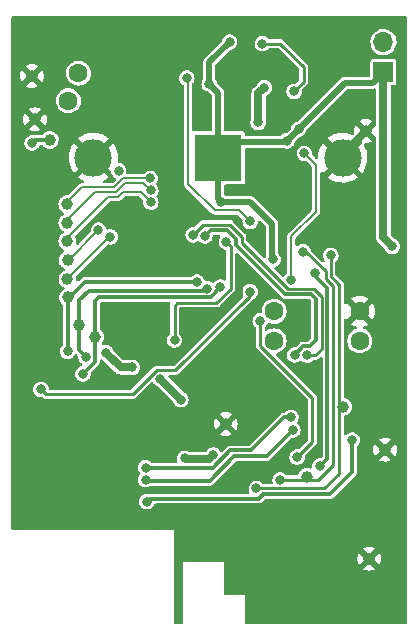
<source format=gbl>
%TF.GenerationSoftware,KiCad,Pcbnew,6.0.11-2627ca5db0~126~ubuntu22.04.1*%
%TF.CreationDate,2023-02-10T03:37:06+05:30*%
%TF.ProjectId,thermal_sampler,74686572-6d61-46c5-9f73-616d706c6572,rev?*%
%TF.SameCoordinates,Original*%
%TF.FileFunction,Copper,L2,Bot*%
%TF.FilePolarity,Positive*%
%FSLAX46Y46*%
G04 Gerber Fmt 4.6, Leading zero omitted, Abs format (unit mm)*
G04 Created by KiCad (PCBNEW 6.0.11-2627ca5db0~126~ubuntu22.04.1) date 2023-02-10 03:37:06*
%MOMM*%
%LPD*%
G01*
G04 APERTURE LIST*
%TA.AperFunction,ComponentPad*%
%ADD10C,1.600000*%
%TD*%
%TA.AperFunction,ComponentPad*%
%ADD11R,1.700000X1.700000*%
%TD*%
%TA.AperFunction,ComponentPad*%
%ADD12O,1.700000X1.700000*%
%TD*%
%TA.AperFunction,SMDPad,CuDef*%
%ADD13C,1.000000*%
%TD*%
%TA.AperFunction,SMDPad,CuDef*%
%ADD14R,4.000000X4.000000*%
%TD*%
%TA.AperFunction,ComponentPad*%
%ADD15C,3.175000*%
%TD*%
%TA.AperFunction,ViaPad*%
%ADD16C,0.800000*%
%TD*%
%TA.AperFunction,Conductor*%
%ADD17C,0.200000*%
%TD*%
%TA.AperFunction,Conductor*%
%ADD18C,0.500000*%
%TD*%
%TA.AperFunction,Conductor*%
%ADD19C,0.700000*%
%TD*%
%TA.AperFunction,Conductor*%
%ADD20C,0.300000*%
%TD*%
%TA.AperFunction,Conductor*%
%ADD21C,0.250000*%
%TD*%
G04 APERTURE END LIST*
D10*
%TO.P,C4,1*%
%TO.N,+3V3*%
X168750000Y-147250000D03*
%TO.P,C4,2*%
%TO.N,GND*%
X168750000Y-149750000D03*
%TD*%
D11*
%TO.P,J2,1,Pin_1*%
%TO.N,GND*%
X170750000Y-127000000D03*
D12*
%TO.P,J2,2,Pin_2*%
%TO.N,+BATT*%
X170750000Y-124460000D03*
%TD*%
D10*
%TO.P,C8,1*%
%TO.N,Net-(C8-Pad1)*%
X161500000Y-147250000D03*
%TO.P,C8,2*%
%TO.N,GND*%
X161500000Y-149750000D03*
%TD*%
%TO.P,C10,1*%
%TO.N,Net-(C10-Pad1)*%
X144927525Y-127075384D03*
%TO.P,C10,2*%
%TO.N,GND*%
X144072475Y-129424616D03*
%TD*%
D13*
%TO.P,TP16,1,1*%
%TO.N,LED1*%
X144990000Y-148440000D03*
%TD*%
%TO.P,TP4,1,1*%
%TO.N,+3V3*%
X157390000Y-156800000D03*
%TD*%
%TO.P,TP56,1,1*%
%TO.N,RFM95W_CS*%
X164250000Y-161250000D03*
%TD*%
%TO.P,TP17,1,1*%
%TO.N,LED0*%
X144050000Y-146070000D03*
%TD*%
%TO.P,TP15,1,1*%
%TO.N,LED2*%
X146360000Y-149410000D03*
%TD*%
%TO.P,TP22,1,1*%
%TO.N,Net-(TP22-Pad1)*%
X143982507Y-141306740D03*
%TD*%
%TO.P,TP3,1,1*%
%TO.N,+3V3*%
X169250000Y-132000000D03*
%TD*%
%TO.P,TP2,1,1*%
%TO.N,GND*%
X142500000Y-132750000D03*
%TD*%
%TO.P,TP7,1,1*%
%TO.N,+3V3*%
X141250000Y-131000000D03*
%TD*%
%TO.P,TP20,1,1*%
%TO.N,Net-(TP20-Pad1)*%
X143986459Y-138175575D03*
%TD*%
%TO.P,TP21,1,1*%
%TO.N,Net-(TP21-Pad1)*%
X143982376Y-139743857D03*
%TD*%
%TO.P,TP5,1,1*%
%TO.N,+3V3*%
X169550000Y-168190000D03*
%TD*%
%TO.P,TP6,1,1*%
%TO.N,+3V3*%
X140980000Y-127320000D03*
%TD*%
%TO.P,TP8,1,1*%
%TO.N,+3V3*%
X170890000Y-158970000D03*
%TD*%
D14*
%TO.P,J1,1,Pin_1*%
%TO.N,GND*%
X156750000Y-134250000D03*
D15*
%TO.P,J1,2,Pin_2*%
%TO.N,+3V3*%
X167300000Y-134250000D03*
X146200000Y-134250000D03*
%TD*%
D13*
%TO.P,TP55,1,1*%
%TO.N,RFM95W_RESET*%
X167332764Y-155326726D03*
%TD*%
%TO.P,TP24,1,1*%
%TO.N,Net-(TP24-Pad1)*%
X144000000Y-144500000D03*
%TD*%
%TO.P,TP23,1,1*%
%TO.N,Net-(TP23-Pad1)*%
X144005836Y-142887102D03*
%TD*%
D16*
%TO.N,GND*%
X156356421Y-159403625D03*
X157000000Y-138000000D03*
X156000000Y-128000000D03*
X149500000Y-152000000D03*
X157720000Y-124450500D03*
X163564622Y-131825378D03*
X160140000Y-131250000D03*
X148320000Y-135340000D03*
X153599056Y-154729056D03*
X161400000Y-142850000D03*
X171500000Y-141750000D03*
X153920000Y-159700000D03*
X160655703Y-128322550D03*
X147250000Y-150750000D03*
X141000000Y-133000000D03*
X162575378Y-132814622D03*
X151855023Y-152985023D03*
%TO.N,+3V3*%
X142735950Y-137555002D03*
X152000000Y-149570213D03*
X152766420Y-130299669D03*
X148500000Y-128500000D03*
%TO.N,LED2*%
X145307694Y-152542307D03*
X156931348Y-145198117D03*
%TO.N,LED1*%
X155815093Y-145320748D03*
X145580000Y-151130000D03*
%TO.N,LED0*%
X144002298Y-150647702D03*
X154974500Y-144780000D03*
%TO.N,FS1000A_DATA*%
X163440000Y-159600000D03*
X160320000Y-148050000D03*
%TO.N,ZS05_SDA*%
X159474500Y-139630000D03*
X154100500Y-127508713D03*
%TO.N,ZS05_SCL*%
X160500000Y-124580000D03*
X163190000Y-128624502D03*
%TO.N,NTC_OUT*%
X162943175Y-144606825D03*
X164065500Y-133870000D03*
%TO.N,Net-(TP20-Pad1)*%
X151017217Y-135993335D03*
%TO.N,Net-(TP21-Pad1)*%
X151047420Y-137012781D03*
%TO.N,Net-(TP22-Pad1)*%
X151053497Y-138012265D03*
%TO.N,Net-(TP23-Pad1)*%
X146625000Y-140375000D03*
%TO.N,Net-(TP24-Pad1)*%
X147625000Y-140949500D03*
%TO.N,SPI_SCK*%
X150607130Y-160492402D03*
X162921083Y-156232668D03*
%TO.N,SPI_MISO*%
X150723865Y-163365735D03*
X154636252Y-140777843D03*
X168100000Y-158150000D03*
X164274977Y-150965023D03*
%TO.N,SPI_MOSI*%
X163081345Y-157301083D03*
X163230000Y-150950000D03*
X155631984Y-140864585D03*
X150610967Y-161491897D03*
%TO.N,NRF_CE*%
X153060000Y-149690000D03*
X157460023Y-141379977D03*
%TO.N,NRF_IRQ*%
X159475000Y-145588000D03*
X141755000Y-153855000D03*
%TO.N,RFM95W_IRQ*%
X164976351Y-144023649D03*
X165362701Y-160362701D03*
%TO.N,RFM95W_CS*%
X163943250Y-142192948D03*
X162000000Y-161525500D03*
%TO.N,RFM95W_RESET*%
X160000000Y-162250000D03*
X166298352Y-142522094D03*
%TD*%
D17*
%TO.N,ZS05_SDA*%
X154200000Y-136440000D02*
X156460000Y-138700000D01*
X154200000Y-127608213D02*
X154200000Y-136440000D01*
X156460000Y-138700000D02*
X158544500Y-138700000D01*
X154100500Y-127508713D02*
X154200000Y-127608213D01*
X158544500Y-138700000D02*
X159474500Y-139630000D01*
D18*
%TO.N,GND*%
X167500000Y-127890000D02*
X169860000Y-127890000D01*
X159450000Y-138000000D02*
X157000000Y-138000000D01*
D19*
X160140000Y-131250000D02*
X160170000Y-131220000D01*
X170750000Y-141000000D02*
X171500000Y-141750000D01*
D20*
X141250000Y-132750000D02*
X141000000Y-133000000D01*
D19*
X170750000Y-127000000D02*
X170750000Y-141000000D01*
D18*
X162450000Y-132940000D02*
X158060000Y-132940000D01*
D19*
X160170000Y-131220000D02*
X160170000Y-128808253D01*
D18*
X161340000Y-142790000D02*
X161340000Y-139890000D01*
X156000000Y-126170500D02*
X157720000Y-124450500D01*
D19*
X160170000Y-128808253D02*
X160655703Y-128322550D01*
D18*
X161340000Y-139890000D02*
X159450000Y-138000000D01*
D19*
X153920000Y-159700000D02*
X154012402Y-159792402D01*
D20*
X142500000Y-132750000D02*
X141250000Y-132750000D01*
D18*
X169860000Y-127890000D02*
X170750000Y-127000000D01*
D19*
X154012402Y-159792402D02*
X155967644Y-159792402D01*
D18*
X156750000Y-134250000D02*
X156750000Y-137750000D01*
X162575378Y-132814622D02*
X162450000Y-132940000D01*
X156750000Y-137750000D02*
X157000000Y-138000000D01*
X163564622Y-131825378D02*
X167500000Y-127890000D01*
X156000000Y-128000000D02*
X156000000Y-126170500D01*
D19*
X155967644Y-159792402D02*
X156356421Y-159403625D01*
D18*
X156750000Y-134250000D02*
X156750000Y-128750000D01*
D19*
X151855023Y-152985023D02*
X153599056Y-154729056D01*
X148500000Y-152000000D02*
X147250000Y-150750000D01*
D18*
X156750000Y-128750000D02*
X156000000Y-128000000D01*
X161400000Y-142850000D02*
X161340000Y-142790000D01*
X162575378Y-132814622D02*
X163564622Y-131825378D01*
D19*
X149500000Y-152000000D02*
X148500000Y-152000000D01*
D18*
X158060000Y-132940000D02*
X156750000Y-134250000D01*
D19*
%TO.N,+3V3*%
X167550000Y-133700000D02*
X167550000Y-134000000D01*
X167550000Y-134000000D02*
X167300000Y-134250000D01*
X169250000Y-132000000D02*
X167550000Y-133700000D01*
D20*
%TO.N,LED2*%
X156125754Y-146070748D02*
X146669252Y-146070748D01*
X156931348Y-145198117D02*
X156565093Y-145564372D01*
X156565093Y-145564372D02*
X156565093Y-145631409D01*
X146669252Y-146070748D02*
X146330000Y-146410000D01*
X146330000Y-146410000D02*
X146330000Y-151520001D01*
X146330000Y-151520001D02*
X145307694Y-152542307D01*
X156565093Y-145631409D02*
X156125754Y-146070748D01*
%TO.N,LED1*%
X144990000Y-150540000D02*
X144990000Y-146330000D01*
X155605841Y-145530000D02*
X155815093Y-145320748D01*
X145580000Y-151130000D02*
X144990000Y-150540000D01*
X144990000Y-146330000D02*
X145790000Y-145530000D01*
X145790000Y-145530000D02*
X155605841Y-145530000D01*
%TO.N,LED0*%
X144002298Y-146217702D02*
X144002298Y-150647702D01*
X154974500Y-144780000D02*
X145440000Y-144780000D01*
X145440000Y-144780000D02*
X144002298Y-146217702D01*
D21*
%TO.N,FS1000A_DATA*%
X164740000Y-154580991D02*
X160320000Y-150160991D01*
X163440000Y-159600000D02*
X164740000Y-158300000D01*
X160320000Y-150160991D02*
X160320000Y-148050000D01*
X164740000Y-158300000D02*
X164740000Y-154580991D01*
%TO.N,ZS05_SCL*%
X163190000Y-128624502D02*
X164000000Y-127814502D01*
X164000000Y-127814502D02*
X164000000Y-126580000D01*
X162000000Y-124580000D02*
X160500000Y-124580000D01*
X164000000Y-126580000D02*
X162000000Y-124580000D01*
D17*
%TO.N,NTC_OUT*%
X162943175Y-140916825D02*
X162943175Y-144606825D01*
X165030000Y-134834500D02*
X165030000Y-138830000D01*
X165030000Y-138830000D02*
X162943175Y-140916825D01*
X164065500Y-133870000D02*
X165030000Y-134834500D01*
%TO.N,Net-(TP20-Pad1)*%
X145250000Y-136750000D02*
X143986459Y-138013541D01*
X151017217Y-135993335D02*
X148706665Y-135993335D01*
X148706665Y-135993335D02*
X147950000Y-136750000D01*
X143986459Y-138013541D02*
X143986459Y-138175575D01*
X147950000Y-136750000D02*
X145250000Y-136750000D01*
%TO.N,Net-(TP21-Pad1)*%
X150427974Y-136393335D02*
X148872351Y-136393335D01*
X151047420Y-137012781D02*
X150427974Y-136393335D01*
X148115686Y-137150000D02*
X146350000Y-137150000D01*
X146350000Y-137150000D02*
X143982376Y-139517624D01*
X148872351Y-136393335D02*
X148115686Y-137150000D01*
X143982376Y-139517624D02*
X143982376Y-139743857D01*
%TO.N,Net-(TP22-Pad1)*%
X151053497Y-138012265D02*
X150211232Y-137170000D01*
X147450000Y-137550000D02*
X143982507Y-141017493D01*
X143982507Y-141017493D02*
X143982507Y-141306740D01*
X148281371Y-137550000D02*
X147450000Y-137550000D01*
X148661372Y-137170000D02*
X148281371Y-137550000D01*
X150211232Y-137170000D02*
X148661372Y-137170000D01*
%TO.N,Net-(TP23-Pad1)*%
X144112898Y-142887102D02*
X144005836Y-142887102D01*
X146625000Y-140375000D02*
X144112898Y-142887102D01*
%TO.N,Net-(TP24-Pad1)*%
X147550500Y-140949500D02*
X144000000Y-144500000D01*
X147625000Y-140949500D02*
X147550500Y-140949500D01*
D20*
%TO.N,SPI_SCK*%
X162921083Y-156232668D02*
X162354822Y-156232668D01*
X159567490Y-159020000D02*
X157800000Y-159020000D01*
X156327598Y-160492402D02*
X150607130Y-160492402D01*
X162354822Y-156232668D02*
X159567490Y-159020000D01*
X157800000Y-159020000D02*
X156327598Y-160492402D01*
D21*
%TO.N,SPI_MISO*%
X164831825Y-145331825D02*
X162643577Y-145331825D01*
X164994202Y-150965023D02*
X165525000Y-150434225D01*
X165525000Y-146025000D02*
X164831825Y-145331825D01*
D20*
X168100000Y-158150000D02*
X168100000Y-160850000D01*
D21*
X158770000Y-141458248D02*
X158770000Y-140957542D01*
X158770000Y-140957542D02*
X157717459Y-139905000D01*
D20*
X160210661Y-163100000D02*
X150989600Y-163100000D01*
D21*
X165525000Y-150434225D02*
X165525000Y-146025000D01*
X157717459Y-139905000D02*
X155509095Y-139905000D01*
D20*
X168100000Y-160850000D02*
X166225000Y-162725000D01*
D21*
X155509095Y-139905000D02*
X154636252Y-140777843D01*
D20*
X150989600Y-163100000D02*
X150723865Y-163365735D01*
D21*
X164274977Y-150965023D02*
X164994202Y-150965023D01*
X162643577Y-145331825D02*
X158770000Y-141458248D01*
D20*
X160585661Y-162725000D02*
X160210661Y-163100000D01*
X166225000Y-162725000D02*
X160585661Y-162725000D01*
%TO.N,SPI_MOSI*%
X156039147Y-161600853D02*
X150719923Y-161600853D01*
X158295000Y-141654999D02*
X158295000Y-141154293D01*
X156116569Y-140380000D02*
X155631984Y-140864585D01*
X164524429Y-150215023D02*
X165050000Y-149689452D01*
X160862428Y-159520000D02*
X158120000Y-159520000D01*
X158295000Y-141154293D02*
X157520707Y-140380000D01*
X158120000Y-159520000D02*
X156039147Y-161600853D01*
X165050000Y-146221752D02*
X164635073Y-145806825D01*
X165050000Y-149689452D02*
X165050000Y-146221752D01*
X157520707Y-140380000D02*
X156116569Y-140380000D01*
X163964977Y-150215023D02*
X164524429Y-150215023D01*
X163230000Y-150950000D02*
X163964977Y-150215023D01*
X163081345Y-157301083D02*
X160862428Y-159520000D01*
X164635073Y-145806825D02*
X162446825Y-145806825D01*
X150719923Y-161600853D02*
X150610967Y-161491897D01*
X162446825Y-145806825D02*
X158295000Y-141654999D01*
D21*
%TO.N,NRF_CE*%
X156609022Y-146545748D02*
X157820000Y-145334770D01*
X153060000Y-149690000D02*
X153060000Y-146790000D01*
X157820000Y-141739954D02*
X157460023Y-141379977D01*
X157820000Y-145334770D02*
X157820000Y-141739954D01*
X153060000Y-146790000D02*
X153304252Y-146545748D01*
X153304252Y-146545748D02*
X156609022Y-146545748D01*
%TO.N,NRF_IRQ*%
X151554741Y-152260000D02*
X149524741Y-154290000D01*
X142190000Y-154290000D02*
X141755000Y-153855000D01*
X149524741Y-154290000D02*
X142190000Y-154290000D01*
X159475000Y-145915000D02*
X153130000Y-152260000D01*
X159475000Y-145588000D02*
X159475000Y-145915000D01*
X153130000Y-152260000D02*
X151554741Y-152260000D01*
D20*
%TO.N,RFM95W_IRQ*%
X164976351Y-144284499D02*
X164976351Y-144023649D01*
X166000000Y-145308148D02*
X164976351Y-144284499D01*
X165362701Y-160362701D02*
X166000000Y-159725402D01*
X166000000Y-159725402D02*
X166000000Y-145308148D01*
D21*
%TO.N,RFM95W_CS*%
X165848352Y-143871052D02*
X165848352Y-144484748D01*
X165848352Y-144484748D02*
X166500000Y-145136396D01*
X163943250Y-142192948D02*
X164170248Y-142192948D01*
X166500000Y-160250000D02*
X165224500Y-161525500D01*
X164170248Y-142192948D02*
X165848352Y-143871052D01*
X165224500Y-161525500D02*
X162000000Y-161525500D01*
X166500000Y-145136396D02*
X166500000Y-160250000D01*
X162000000Y-161525500D02*
X161974500Y-161500000D01*
%TO.N,RFM95W_RESET*%
X167000000Y-161000000D02*
X165750000Y-162250000D01*
X166298352Y-144298352D02*
X167000000Y-145000000D01*
X166298352Y-142522094D02*
X166298352Y-144298352D01*
X167000000Y-145000000D02*
X167000000Y-161000000D01*
X165750000Y-162250000D02*
X160000000Y-162250000D01*
%TD*%
%TA.AperFunction,Conductor*%
%TO.N,+3V3*%
G36*
X172687621Y-122274502D02*
G01*
X172734114Y-122328158D01*
X172745500Y-122380500D01*
X172745500Y-173619500D01*
X172725498Y-173687621D01*
X172671842Y-173734114D01*
X172619500Y-173745500D01*
X159126000Y-173745500D01*
X159057879Y-173725498D01*
X159011386Y-173671842D01*
X159000000Y-173619500D01*
X159000000Y-171250000D01*
X157376000Y-171250000D01*
X157307879Y-171229998D01*
X157261386Y-171176342D01*
X157250000Y-171124000D01*
X157250000Y-169059132D01*
X169045698Y-169059132D01*
X169050607Y-169065690D01*
X169139118Y-169115157D01*
X169150357Y-169120067D01*
X169326641Y-169177345D01*
X169338615Y-169179978D01*
X169522676Y-169201926D01*
X169534925Y-169202183D01*
X169719742Y-169187962D01*
X169731822Y-169185831D01*
X169910345Y-169135986D01*
X169921778Y-169131552D01*
X170045507Y-169069052D01*
X170055791Y-169059407D01*
X170053553Y-169052763D01*
X169562812Y-168562022D01*
X169548868Y-168554408D01*
X169547035Y-168554539D01*
X169540420Y-168558790D01*
X169052458Y-169046752D01*
X169045698Y-169059132D01*
X157250000Y-169059132D01*
X157250000Y-168500000D01*
X153750000Y-168500000D01*
X153750000Y-173619500D01*
X153729998Y-173687621D01*
X153676342Y-173734114D01*
X153624000Y-173745500D01*
X153126000Y-173745500D01*
X153057879Y-173725498D01*
X153011386Y-173671842D01*
X153000000Y-173619500D01*
X153000000Y-168182002D01*
X168537738Y-168182002D01*
X168553248Y-168366705D01*
X168555461Y-168378764D01*
X168606554Y-168556945D01*
X168611066Y-168568342D01*
X168671148Y-168685250D01*
X168680865Y-168695468D01*
X168687666Y-168693124D01*
X169177978Y-168202812D01*
X169184356Y-168191132D01*
X169914408Y-168191132D01*
X169914539Y-168192965D01*
X169918790Y-168199580D01*
X170406661Y-168687451D01*
X170419041Y-168694211D01*
X170425775Y-168689170D01*
X170472262Y-168607337D01*
X170477256Y-168596121D01*
X170535759Y-168420253D01*
X170538479Y-168408281D01*
X170562039Y-168221784D01*
X170562531Y-168214757D01*
X170562828Y-168193523D01*
X170562533Y-168186494D01*
X170544188Y-167999397D01*
X170541805Y-167987362D01*
X170488233Y-167809924D01*
X170483559Y-167798584D01*
X170428562Y-167695148D01*
X170418702Y-167685067D01*
X170411575Y-167687635D01*
X169922022Y-168177188D01*
X169914408Y-168191132D01*
X169184356Y-168191132D01*
X169185592Y-168188868D01*
X169185461Y-168187035D01*
X169181210Y-168180420D01*
X168693121Y-167692331D01*
X168680741Y-167685571D01*
X168674353Y-167690353D01*
X168621997Y-167785586D01*
X168617166Y-167796858D01*
X168561120Y-167973538D01*
X168558570Y-167985532D01*
X168537909Y-168169733D01*
X168537738Y-168182002D01*
X153000000Y-168182002D01*
X153000000Y-167321101D01*
X169044820Y-167321101D01*
X169047274Y-167328064D01*
X169537188Y-167817978D01*
X169551132Y-167825592D01*
X169552965Y-167825461D01*
X169559580Y-167821210D01*
X170047834Y-167332956D01*
X170054594Y-167320576D01*
X170049935Y-167314353D01*
X169947924Y-167259196D01*
X169936619Y-167254444D01*
X169759554Y-167199633D01*
X169747541Y-167197167D01*
X169563199Y-167177792D01*
X169550931Y-167177707D01*
X169366345Y-167194505D01*
X169354296Y-167196803D01*
X169176483Y-167249137D01*
X169165108Y-167253732D01*
X169054969Y-167311312D01*
X169044820Y-167321101D01*
X153000000Y-167321101D01*
X153000000Y-165750000D01*
X139380500Y-165750000D01*
X139312379Y-165729998D01*
X139265886Y-165676342D01*
X139254500Y-165624000D01*
X139254500Y-160485498D01*
X149947859Y-160485498D01*
X149955358Y-160553421D01*
X149963842Y-160630261D01*
X149965243Y-160642955D01*
X149967853Y-160650086D01*
X149967853Y-160650088D01*
X150014801Y-160778379D01*
X150019683Y-160791721D01*
X150023919Y-160798024D01*
X150023919Y-160798025D01*
X150108038Y-160923207D01*
X150105941Y-160924616D01*
X150130290Y-160978194D01*
X150120057Y-161048450D01*
X150108627Y-161068348D01*
X150054331Y-161145604D01*
X150029917Y-161180341D01*
X149972373Y-161327934D01*
X149951696Y-161484993D01*
X149960388Y-161563722D01*
X149968201Y-161634484D01*
X149969080Y-161642450D01*
X149971690Y-161649581D01*
X149971690Y-161649583D01*
X149993686Y-161709689D01*
X150023520Y-161791216D01*
X150027756Y-161797519D01*
X150027756Y-161797520D01*
X150074972Y-161867784D01*
X150111875Y-161922702D01*
X150117494Y-161927815D01*
X150117495Y-161927816D01*
X150166772Y-161972654D01*
X150229043Y-162029316D01*
X150368260Y-162104905D01*
X150521489Y-162145104D01*
X150605444Y-162146423D01*
X150672286Y-162147473D01*
X150672289Y-162147473D01*
X150679883Y-162147592D01*
X150834299Y-162112226D01*
X150904709Y-162076814D01*
X150969039Y-162044460D01*
X150969042Y-162044458D01*
X150975822Y-162041048D01*
X150981595Y-162036117D01*
X150981600Y-162036114D01*
X150982272Y-162035540D01*
X150982861Y-162035276D01*
X150987926Y-162031911D01*
X150988487Y-162032755D01*
X151047062Y-162006510D01*
X151064100Y-162005353D01*
X156103213Y-162005353D01*
X156112645Y-162002288D01*
X156112647Y-162002288D01*
X156124434Y-161998458D01*
X156143660Y-161993842D01*
X156155909Y-161991902D01*
X156165702Y-161990351D01*
X156185586Y-161980219D01*
X156203852Y-161972654D01*
X156215643Y-161968823D01*
X156225076Y-161965758D01*
X156243136Y-161952637D01*
X156259993Y-161942307D01*
X156279870Y-161932179D01*
X156302658Y-161909391D01*
X156302662Y-161909388D01*
X158250644Y-159961405D01*
X158312956Y-159927380D01*
X158339739Y-159924500D01*
X160926494Y-159924500D01*
X160935926Y-159921435D01*
X160935928Y-159921435D01*
X160947715Y-159917605D01*
X160966941Y-159912989D01*
X160979190Y-159911049D01*
X160988983Y-159909498D01*
X161008867Y-159899366D01*
X161027133Y-159891801D01*
X161038924Y-159887970D01*
X161048357Y-159884905D01*
X161066417Y-159871784D01*
X161083274Y-159861454D01*
X161090669Y-159857686D01*
X161103151Y-159851326D01*
X161125939Y-159828538D01*
X161125943Y-159828535D01*
X162962332Y-157992146D01*
X163024644Y-157958120D01*
X163053405Y-157955257D01*
X163142663Y-157956659D01*
X163142666Y-157956659D01*
X163150261Y-157956778D01*
X163304677Y-157921412D01*
X163375087Y-157886000D01*
X163439417Y-157853646D01*
X163439420Y-157853644D01*
X163446200Y-157850234D01*
X163451971Y-157845305D01*
X163451974Y-157845303D01*
X163560881Y-157752287D01*
X163560881Y-157752286D01*
X163566659Y-157747352D01*
X163659100Y-157618707D01*
X163718187Y-157471724D01*
X163740507Y-157314890D01*
X163740652Y-157301083D01*
X163721621Y-157143816D01*
X163665625Y-156995629D01*
X163590549Y-156886392D01*
X163580200Y-156871334D01*
X163580199Y-156871332D01*
X163575898Y-156865075D01*
X163570227Y-156860023D01*
X163570225Y-156860020D01*
X163475719Y-156775819D01*
X163438163Y-156715569D01*
X163439142Y-156644579D01*
X163457213Y-156608220D01*
X163498838Y-156550292D01*
X163557925Y-156403309D01*
X163580245Y-156246475D01*
X163580390Y-156232668D01*
X163561359Y-156075401D01*
X163505363Y-155927214D01*
X163468509Y-155873591D01*
X163419938Y-155802919D01*
X163419937Y-155802917D01*
X163415636Y-155796660D01*
X163297358Y-155691279D01*
X163289972Y-155687368D01*
X163164071Y-155620707D01*
X163164072Y-155620707D01*
X163157357Y-155617152D01*
X163003716Y-155578560D01*
X162996117Y-155578520D01*
X162996116Y-155578520D01*
X162930264Y-155578175D01*
X162845304Y-155577730D01*
X162837924Y-155579502D01*
X162837922Y-155579502D01*
X162698646Y-155612939D01*
X162698643Y-155612940D01*
X162691267Y-155614711D01*
X162550497Y-155687368D01*
X162431122Y-155791506D01*
X162430281Y-155790542D01*
X162376432Y-155823718D01*
X162343240Y-155828168D01*
X162290756Y-155828168D01*
X162281324Y-155831233D01*
X162281322Y-155831233D01*
X162269535Y-155835063D01*
X162250309Y-155839679D01*
X162228267Y-155843170D01*
X162208384Y-155853301D01*
X162190118Y-155860867D01*
X162168893Y-155867763D01*
X162150835Y-155880884D01*
X162133982Y-155891211D01*
X162114099Y-155901342D01*
X162091308Y-155924133D01*
X159436845Y-158578595D01*
X159374533Y-158612621D01*
X159347750Y-158615500D01*
X157735934Y-158615500D01*
X157726502Y-158618565D01*
X157726500Y-158618565D01*
X157714713Y-158622395D01*
X157695487Y-158627011D01*
X157673445Y-158630502D01*
X157653562Y-158640633D01*
X157635296Y-158648199D01*
X157614071Y-158655095D01*
X157600073Y-158665265D01*
X157596011Y-158668216D01*
X157579156Y-158678545D01*
X157559277Y-158688674D01*
X157536489Y-158711462D01*
X157536485Y-158711465D01*
X157132990Y-159114960D01*
X157070678Y-159148986D01*
X156999863Y-159143921D01*
X156940056Y-159097233D01*
X156850974Y-158967617D01*
X156827648Y-158946834D01*
X156738367Y-158867289D01*
X156732696Y-158862236D01*
X156725310Y-158858325D01*
X156599409Y-158791664D01*
X156599410Y-158791664D01*
X156592695Y-158788109D01*
X156439054Y-158749517D01*
X156431455Y-158749477D01*
X156431454Y-158749477D01*
X156365602Y-158749132D01*
X156280642Y-158748687D01*
X156273262Y-158750459D01*
X156273260Y-158750459D01*
X156133984Y-158783896D01*
X156133981Y-158783897D01*
X156126605Y-158785668D01*
X155985835Y-158858325D01*
X155866460Y-158962463D01*
X155843763Y-158994757D01*
X155780702Y-159084484D01*
X155775371Y-159092069D01*
X155772611Y-159099149D01*
X155769288Y-159107672D01*
X155725907Y-159163874D01*
X155651895Y-159187902D01*
X154376306Y-159187902D01*
X154304397Y-159165368D01*
X154301950Y-159163668D01*
X154296275Y-159158611D01*
X154289559Y-159155055D01*
X154289556Y-159155053D01*
X154177076Y-159095498D01*
X154156274Y-159084484D01*
X154002633Y-159045892D01*
X153995034Y-159045852D01*
X153995033Y-159045852D01*
X153929181Y-159045507D01*
X153844221Y-159045062D01*
X153836841Y-159046834D01*
X153836839Y-159046834D01*
X153697563Y-159080271D01*
X153697560Y-159080272D01*
X153690184Y-159082043D01*
X153549414Y-159154700D01*
X153430039Y-159258838D01*
X153338950Y-159388444D01*
X153336190Y-159395524D01*
X153293249Y-159505662D01*
X153281406Y-159536037D01*
X153280414Y-159543570D01*
X153280414Y-159543571D01*
X153263584Y-159671412D01*
X153260729Y-159693096D01*
X153262440Y-159708590D01*
X153276964Y-159840145D01*
X153278113Y-159850553D01*
X153302651Y-159917605D01*
X153303015Y-159918601D01*
X153307641Y-159989447D01*
X153273231Y-160051547D01*
X153210710Y-160085186D01*
X153184689Y-160087902D01*
X151185036Y-160087902D01*
X151116915Y-160067900D01*
X151101217Y-160055979D01*
X151095858Y-160051204D01*
X150983405Y-159951013D01*
X150976019Y-159947102D01*
X150932005Y-159923798D01*
X150843404Y-159876886D01*
X150689763Y-159838294D01*
X150682164Y-159838254D01*
X150682163Y-159838254D01*
X150616311Y-159837909D01*
X150531351Y-159837464D01*
X150523971Y-159839236D01*
X150523969Y-159839236D01*
X150384693Y-159872673D01*
X150384690Y-159872674D01*
X150377314Y-159874445D01*
X150236544Y-159947102D01*
X150117169Y-160051240D01*
X150026080Y-160180846D01*
X149968536Y-160328439D01*
X149947859Y-160485498D01*
X139254500Y-160485498D01*
X139254500Y-157669132D01*
X156885698Y-157669132D01*
X156890607Y-157675690D01*
X156979118Y-157725157D01*
X156990357Y-157730067D01*
X157166641Y-157787345D01*
X157178615Y-157789978D01*
X157362676Y-157811926D01*
X157374925Y-157812183D01*
X157559742Y-157797962D01*
X157571822Y-157795831D01*
X157750345Y-157745986D01*
X157761778Y-157741552D01*
X157885507Y-157679052D01*
X157895791Y-157669407D01*
X157893553Y-157662763D01*
X157402812Y-157172022D01*
X157388868Y-157164408D01*
X157387035Y-157164539D01*
X157380420Y-157168790D01*
X156892458Y-157656752D01*
X156885698Y-157669132D01*
X139254500Y-157669132D01*
X139254500Y-156792002D01*
X156377738Y-156792002D01*
X156393248Y-156976705D01*
X156395461Y-156988764D01*
X156446554Y-157166945D01*
X156451066Y-157178342D01*
X156511148Y-157295250D01*
X156520865Y-157305468D01*
X156527666Y-157303124D01*
X157017978Y-156812812D01*
X157024356Y-156801132D01*
X157754408Y-156801132D01*
X157754539Y-156802965D01*
X157758790Y-156809580D01*
X158246661Y-157297451D01*
X158259041Y-157304211D01*
X158265775Y-157299170D01*
X158312262Y-157217337D01*
X158317256Y-157206121D01*
X158375759Y-157030253D01*
X158378479Y-157018281D01*
X158402039Y-156831784D01*
X158402531Y-156824757D01*
X158402828Y-156803523D01*
X158402533Y-156796494D01*
X158384188Y-156609397D01*
X158381805Y-156597362D01*
X158328233Y-156419924D01*
X158323559Y-156408584D01*
X158268562Y-156305148D01*
X158258702Y-156295067D01*
X158251575Y-156297635D01*
X157762022Y-156787188D01*
X157754408Y-156801132D01*
X157024356Y-156801132D01*
X157025592Y-156798868D01*
X157025461Y-156797035D01*
X157021210Y-156790420D01*
X156533121Y-156302331D01*
X156520741Y-156295571D01*
X156514353Y-156300353D01*
X156461997Y-156395586D01*
X156457166Y-156406858D01*
X156401120Y-156583538D01*
X156398570Y-156595532D01*
X156377909Y-156779733D01*
X156377738Y-156792002D01*
X139254500Y-156792002D01*
X139254500Y-155931101D01*
X156884820Y-155931101D01*
X156887274Y-155938064D01*
X157377188Y-156427978D01*
X157391132Y-156435592D01*
X157392965Y-156435461D01*
X157399580Y-156431210D01*
X157887834Y-155942956D01*
X157894594Y-155930576D01*
X157889935Y-155924353D01*
X157787924Y-155869196D01*
X157776619Y-155864444D01*
X157599554Y-155809633D01*
X157587541Y-155807167D01*
X157403199Y-155787792D01*
X157390931Y-155787707D01*
X157206345Y-155804505D01*
X157194296Y-155806803D01*
X157016483Y-155859137D01*
X157005108Y-155863732D01*
X156894969Y-155921312D01*
X156884820Y-155931101D01*
X139254500Y-155931101D01*
X139254500Y-153848096D01*
X141095729Y-153848096D01*
X141113113Y-154005553D01*
X141115723Y-154012684D01*
X141115723Y-154012686D01*
X141153908Y-154117031D01*
X141167553Y-154154319D01*
X141255908Y-154285805D01*
X141261527Y-154290918D01*
X141261528Y-154290919D01*
X141337183Y-154359759D01*
X141373076Y-154392419D01*
X141512293Y-154468008D01*
X141665522Y-154508207D01*
X141781837Y-154510034D01*
X141819133Y-154510620D01*
X141886931Y-154531689D01*
X141903456Y-154545884D01*
X141905429Y-154548940D01*
X141913607Y-154555387D01*
X141913608Y-154555388D01*
X141931800Y-154569729D01*
X141936241Y-154573675D01*
X141936303Y-154573602D01*
X141940267Y-154576961D01*
X141943944Y-154580638D01*
X141959692Y-154591892D01*
X141964362Y-154595398D01*
X142004647Y-154627156D01*
X142013281Y-154630188D01*
X142020734Y-154635514D01*
X142069850Y-154650203D01*
X142075492Y-154652036D01*
X142116199Y-154666331D01*
X142123851Y-154669018D01*
X142129416Y-154669500D01*
X142132124Y-154669500D01*
X142134758Y-154669614D01*
X142134856Y-154669643D01*
X142134849Y-154669807D01*
X142135553Y-154669851D01*
X142141778Y-154671713D01*
X142195635Y-154669597D01*
X142200582Y-154669500D01*
X149470821Y-154669500D01*
X149494769Y-154672049D01*
X149496434Y-154672128D01*
X149506617Y-154674320D01*
X149516958Y-154673096D01*
X149539964Y-154670373D01*
X149545895Y-154670023D01*
X149545887Y-154669928D01*
X149551065Y-154669500D01*
X149556265Y-154669500D01*
X149561394Y-154668646D01*
X149561397Y-154668646D01*
X149575306Y-154666331D01*
X149581184Y-154665494D01*
X149621742Y-154660694D01*
X149621743Y-154660694D01*
X149632082Y-154659470D01*
X149640334Y-154655507D01*
X149649367Y-154654004D01*
X149658536Y-154649057D01*
X149658538Y-154649056D01*
X149694473Y-154629666D01*
X149699766Y-154626969D01*
X149738823Y-154608215D01*
X149738827Y-154608212D01*
X149745973Y-154604781D01*
X149750249Y-154601186D01*
X149752172Y-154599263D01*
X149754104Y-154597491D01*
X149754183Y-154597448D01*
X149754296Y-154597572D01*
X149754836Y-154597096D01*
X149760555Y-154594010D01*
X149797158Y-154554413D01*
X149800587Y-154550848D01*
X151078727Y-153272708D01*
X151141039Y-153238682D01*
X151211854Y-153243747D01*
X151272403Y-153291527D01*
X151351690Y-153409518D01*
X151351694Y-153409522D01*
X151355931Y-153415828D01*
X151473099Y-153522442D01*
X151536101Y-153556649D01*
X151598063Y-153590292D01*
X151627036Y-153611928D01*
X152973541Y-154958433D01*
X153002772Y-155004227D01*
X153003169Y-155005310D01*
X153011609Y-155028375D01*
X153015845Y-155034678D01*
X153015845Y-155034679D01*
X153094588Y-155151860D01*
X153099964Y-155159861D01*
X153105583Y-155164974D01*
X153105584Y-155164975D01*
X153116959Y-155175325D01*
X153217132Y-155266475D01*
X153356349Y-155342064D01*
X153509578Y-155382263D01*
X153593533Y-155383582D01*
X153660375Y-155384632D01*
X153660378Y-155384632D01*
X153667972Y-155384751D01*
X153822388Y-155349385D01*
X153892798Y-155313973D01*
X153957128Y-155281619D01*
X153957131Y-155281617D01*
X153963911Y-155278207D01*
X153969682Y-155273278D01*
X153969685Y-155273276D01*
X154078592Y-155180260D01*
X154078592Y-155180259D01*
X154084370Y-155175325D01*
X154176811Y-155046680D01*
X154235898Y-154899697D01*
X154258218Y-154742863D01*
X154258363Y-154729056D01*
X154239332Y-154571789D01*
X154183336Y-154423602D01*
X154124579Y-154338110D01*
X154097911Y-154299307D01*
X154097910Y-154299305D01*
X154093609Y-154293048D01*
X153975331Y-154187667D01*
X153858664Y-154125895D01*
X153828528Y-154103636D01*
X152579487Y-152854595D01*
X152545461Y-152792283D01*
X152550526Y-152721468D01*
X152593073Y-152664632D01*
X152659593Y-152639821D01*
X152668582Y-152639500D01*
X153076080Y-152639500D01*
X153100028Y-152642049D01*
X153101693Y-152642128D01*
X153111876Y-152644320D01*
X153122217Y-152643096D01*
X153145223Y-152640373D01*
X153151154Y-152640023D01*
X153151146Y-152639928D01*
X153156324Y-152639500D01*
X153161524Y-152639500D01*
X153166653Y-152638646D01*
X153166656Y-152638646D01*
X153180565Y-152636331D01*
X153186443Y-152635494D01*
X153227001Y-152630694D01*
X153227002Y-152630694D01*
X153237341Y-152629470D01*
X153245593Y-152625507D01*
X153254626Y-152624004D01*
X153263795Y-152619057D01*
X153263797Y-152619056D01*
X153299732Y-152599666D01*
X153305025Y-152596969D01*
X153344082Y-152578215D01*
X153344086Y-152578212D01*
X153351232Y-152574781D01*
X153355508Y-152571186D01*
X153357431Y-152569263D01*
X153359363Y-152567491D01*
X153359442Y-152567448D01*
X153359555Y-152567572D01*
X153360095Y-152567096D01*
X153365814Y-152564010D01*
X153376396Y-152552563D01*
X153402416Y-152524414D01*
X153405846Y-152520848D01*
X157883598Y-148043096D01*
X159660729Y-148043096D01*
X159678113Y-148200553D01*
X159680723Y-148207684D01*
X159680723Y-148207686D01*
X159727702Y-148336062D01*
X159732553Y-148349319D01*
X159820908Y-148480805D01*
X159826527Y-148485918D01*
X159826528Y-148485919D01*
X159899299Y-148552135D01*
X159936222Y-148612775D01*
X159940500Y-148645329D01*
X159940500Y-150107071D01*
X159937951Y-150131019D01*
X159937872Y-150132684D01*
X159935680Y-150142867D01*
X159936904Y-150153208D01*
X159939627Y-150176214D01*
X159939977Y-150182145D01*
X159940072Y-150182137D01*
X159940500Y-150187315D01*
X159940500Y-150192515D01*
X159941354Y-150197644D01*
X159941354Y-150197647D01*
X159943669Y-150211556D01*
X159944506Y-150217434D01*
X159946117Y-150231042D01*
X159950530Y-150268332D01*
X159954493Y-150276584D01*
X159955996Y-150285617D01*
X159960943Y-150294786D01*
X159960944Y-150294788D01*
X159980334Y-150330723D01*
X159983031Y-150336016D01*
X160001785Y-150375073D01*
X160001788Y-150375077D01*
X160005219Y-150382223D01*
X160008814Y-150386499D01*
X160010737Y-150388422D01*
X160012509Y-150390354D01*
X160012552Y-150390433D01*
X160012428Y-150390546D01*
X160012904Y-150391086D01*
X160015990Y-150396805D01*
X160023635Y-150403872D01*
X160055586Y-150433407D01*
X160059152Y-150436837D01*
X164323595Y-154701280D01*
X164357621Y-154763592D01*
X164360500Y-154790375D01*
X164360500Y-158090616D01*
X164340498Y-158158737D01*
X164323595Y-158179711D01*
X163594411Y-158908895D01*
X163532099Y-158942921D01*
X163504658Y-158945798D01*
X163364221Y-158945062D01*
X163356841Y-158946834D01*
X163356839Y-158946834D01*
X163217563Y-158980271D01*
X163217560Y-158980272D01*
X163210184Y-158982043D01*
X163069414Y-159054700D01*
X162950039Y-159158838D01*
X162858950Y-159288444D01*
X162801406Y-159436037D01*
X162800414Y-159443570D01*
X162800414Y-159443571D01*
X162783272Y-159573783D01*
X162780729Y-159593096D01*
X162789375Y-159671412D01*
X162793450Y-159708315D01*
X162798113Y-159750553D01*
X162800723Y-159757684D01*
X162800723Y-159757686D01*
X162849802Y-159891801D01*
X162852553Y-159899319D01*
X162856789Y-159905622D01*
X162856789Y-159905623D01*
X162913117Y-159989447D01*
X162940908Y-160030805D01*
X162946527Y-160035918D01*
X162946528Y-160035919D01*
X162963326Y-160051204D01*
X163058076Y-160137419D01*
X163197293Y-160213008D01*
X163350522Y-160253207D01*
X163434477Y-160254526D01*
X163501319Y-160255576D01*
X163501322Y-160255576D01*
X163508916Y-160255695D01*
X163663332Y-160220329D01*
X163741836Y-160180846D01*
X163798072Y-160152563D01*
X163798075Y-160152561D01*
X163804855Y-160149151D01*
X163810626Y-160144222D01*
X163810629Y-160144220D01*
X163919536Y-160051204D01*
X163919536Y-160051203D01*
X163925314Y-160046269D01*
X164017755Y-159917624D01*
X164076842Y-159770641D01*
X164099162Y-159613807D01*
X164099307Y-159600000D01*
X164093437Y-159551496D01*
X164105109Y-159481468D01*
X164129429Y-159447265D01*
X164970216Y-158606478D01*
X164988964Y-158591336D01*
X164990189Y-158590221D01*
X164998940Y-158584571D01*
X165005387Y-158576393D01*
X165005389Y-158576391D01*
X165019729Y-158558200D01*
X165023675Y-158553759D01*
X165023602Y-158553697D01*
X165026961Y-158549733D01*
X165030638Y-158546056D01*
X165041892Y-158530308D01*
X165045398Y-158525638D01*
X165077156Y-158485353D01*
X165080188Y-158476719D01*
X165085514Y-158469266D01*
X165100203Y-158420150D01*
X165102036Y-158414508D01*
X165116390Y-158373633D01*
X165116390Y-158373632D01*
X165119018Y-158366149D01*
X165119500Y-158360584D01*
X165119500Y-158357876D01*
X165119614Y-158355242D01*
X165119643Y-158355144D01*
X165119807Y-158355151D01*
X165119851Y-158354447D01*
X165121713Y-158348222D01*
X165119597Y-158294365D01*
X165119500Y-158289418D01*
X165119500Y-154634911D01*
X165122049Y-154610963D01*
X165122128Y-154609298D01*
X165124320Y-154599115D01*
X165120373Y-154565768D01*
X165120023Y-154559837D01*
X165119928Y-154559845D01*
X165119500Y-154554667D01*
X165119500Y-154549467D01*
X165116541Y-154531689D01*
X165116331Y-154530426D01*
X165115494Y-154524548D01*
X165110694Y-154483990D01*
X165110694Y-154483989D01*
X165109470Y-154473650D01*
X165105507Y-154465398D01*
X165104004Y-154456365D01*
X165079665Y-154411257D01*
X165076969Y-154405966D01*
X165058215Y-154366909D01*
X165058212Y-154366905D01*
X165054781Y-154359759D01*
X165051186Y-154355483D01*
X165049263Y-154353560D01*
X165047491Y-154351628D01*
X165047448Y-154351549D01*
X165047572Y-154351436D01*
X165047096Y-154350896D01*
X165044010Y-154345177D01*
X165004413Y-154308574D01*
X165000848Y-154305145D01*
X161684191Y-150988488D01*
X161650165Y-150926176D01*
X161655230Y-150855361D01*
X161697777Y-150798525D01*
X161739402Y-150778035D01*
X161751949Y-150774532D01*
X161883178Y-150737892D01*
X161888682Y-150735112D01*
X161888684Y-150735111D01*
X162062262Y-150647431D01*
X162062264Y-150647430D01*
X162067763Y-150644652D01*
X162230722Y-150517334D01*
X162234748Y-150512670D01*
X162234751Y-150512667D01*
X162361819Y-150365457D01*
X162361820Y-150365455D01*
X162365848Y-150360789D01*
X162433010Y-150242563D01*
X162464950Y-150186340D01*
X162464952Y-150186336D01*
X162467995Y-150180979D01*
X162509576Y-150055980D01*
X162531325Y-149990601D01*
X162531326Y-149990598D01*
X162533270Y-149984753D01*
X162559189Y-149779586D01*
X162559602Y-149750000D01*
X162539422Y-149544189D01*
X162479651Y-149346217D01*
X162396661Y-149190136D01*
X162385459Y-149169067D01*
X162385457Y-149169064D01*
X162382565Y-149163625D01*
X162378674Y-149158855D01*
X162378672Y-149158851D01*
X162255758Y-149008143D01*
X162255755Y-149008140D01*
X162251863Y-149003368D01*
X162244966Y-148997662D01*
X162097271Y-148875478D01*
X162097266Y-148875475D01*
X162092522Y-148871550D01*
X162087103Y-148868620D01*
X162087100Y-148868618D01*
X161916032Y-148776122D01*
X161916027Y-148776120D01*
X161910612Y-148773192D01*
X161713063Y-148712040D01*
X161706938Y-148711396D01*
X161706937Y-148711396D01*
X161513526Y-148691068D01*
X161513524Y-148691068D01*
X161507397Y-148690424D01*
X161381229Y-148701906D01*
X161307591Y-148708607D01*
X161307590Y-148708607D01*
X161301450Y-148709166D01*
X161103066Y-148767554D01*
X161097601Y-148770411D01*
X160925261Y-148860508D01*
X160925257Y-148860511D01*
X160919801Y-148863363D01*
X160915000Y-148867223D01*
X160914994Y-148867227D01*
X160904452Y-148875703D01*
X160838830Y-148902800D01*
X160768976Y-148890117D01*
X160717067Y-148841681D01*
X160699500Y-148777507D01*
X160699500Y-148644730D01*
X160719502Y-148576609D01*
X160743669Y-148548919D01*
X160799536Y-148501204D01*
X160805314Y-148496269D01*
X160897755Y-148367624D01*
X160910443Y-148336062D01*
X160926562Y-148295966D01*
X160970529Y-148240222D01*
X161037654Y-148217097D01*
X161082405Y-148223130D01*
X161135010Y-148240222D01*
X161272466Y-148284884D01*
X161477809Y-148309370D01*
X161483944Y-148308898D01*
X161483946Y-148308898D01*
X161677856Y-148293977D01*
X161677860Y-148293976D01*
X161683998Y-148293504D01*
X161883178Y-148237892D01*
X161888682Y-148235112D01*
X161888684Y-148235111D01*
X162062262Y-148147431D01*
X162062264Y-148147430D01*
X162067763Y-148144652D01*
X162230722Y-148017334D01*
X162234748Y-148012670D01*
X162234751Y-148012667D01*
X162361819Y-147865457D01*
X162361820Y-147865455D01*
X162365848Y-147860789D01*
X162438003Y-147733774D01*
X162464950Y-147686340D01*
X162464952Y-147686336D01*
X162467995Y-147680979D01*
X162533270Y-147484753D01*
X162559189Y-147279586D01*
X162559602Y-147250000D01*
X162539422Y-147044189D01*
X162479651Y-146846217D01*
X162420185Y-146734378D01*
X162385459Y-146669067D01*
X162385457Y-146669064D01*
X162382565Y-146663625D01*
X162378674Y-146658855D01*
X162378672Y-146658851D01*
X162255758Y-146508143D01*
X162255755Y-146508140D01*
X162251863Y-146503368D01*
X162244966Y-146497662D01*
X162097271Y-146375478D01*
X162097266Y-146375475D01*
X162092522Y-146371550D01*
X162087103Y-146368620D01*
X162087100Y-146368618D01*
X161916032Y-146276122D01*
X161916027Y-146276120D01*
X161910612Y-146273192D01*
X161713063Y-146212040D01*
X161706938Y-146211396D01*
X161706937Y-146211396D01*
X161513526Y-146191068D01*
X161513524Y-146191068D01*
X161507397Y-146190424D01*
X161406885Y-146199571D01*
X161307591Y-146208607D01*
X161307590Y-146208607D01*
X161301450Y-146209166D01*
X161103066Y-146267554D01*
X161097601Y-146270411D01*
X160925261Y-146360508D01*
X160925257Y-146360511D01*
X160919801Y-146363363D01*
X160758635Y-146492943D01*
X160625708Y-146651360D01*
X160526082Y-146832578D01*
X160463553Y-147029696D01*
X160462867Y-147035813D01*
X160462866Y-147035817D01*
X160441188Y-147229081D01*
X160440501Y-147235206D01*
X160441017Y-147241351D01*
X160441017Y-147241353D01*
X160442490Y-147258901D01*
X160428257Y-147328456D01*
X160378679Y-147379275D01*
X160316273Y-147395440D01*
X160244221Y-147395062D01*
X160236841Y-147396834D01*
X160236839Y-147396834D01*
X160097563Y-147430271D01*
X160097560Y-147430272D01*
X160090184Y-147432043D01*
X159949414Y-147504700D01*
X159830039Y-147608838D01*
X159738950Y-147738444D01*
X159736190Y-147745524D01*
X159689430Y-147865457D01*
X159681406Y-147886037D01*
X159680414Y-147893570D01*
X159680414Y-147893571D01*
X159664121Y-148017334D01*
X159660729Y-148043096D01*
X157883598Y-148043096D01*
X159705216Y-146221478D01*
X159723965Y-146206336D01*
X159725192Y-146205219D01*
X159733940Y-146199571D01*
X159739465Y-146192563D01*
X159766161Y-146174215D01*
X159839855Y-146137151D01*
X159845626Y-146132222D01*
X159845629Y-146132220D01*
X159954536Y-146039204D01*
X159954536Y-146039203D01*
X159960314Y-146034269D01*
X160052755Y-145905624D01*
X160111842Y-145758641D01*
X160134162Y-145601807D01*
X160134307Y-145588000D01*
X160115276Y-145430733D01*
X160059280Y-145282546D01*
X159988924Y-145180177D01*
X159973855Y-145158251D01*
X159973854Y-145158249D01*
X159969553Y-145151992D01*
X159851275Y-145046611D01*
X159843889Y-145042700D01*
X159753174Y-144994669D01*
X159711274Y-144972484D01*
X159557633Y-144933892D01*
X159550034Y-144933852D01*
X159550033Y-144933852D01*
X159484181Y-144933507D01*
X159399221Y-144933062D01*
X159391841Y-144934834D01*
X159391839Y-144934834D01*
X159252563Y-144968271D01*
X159252560Y-144968272D01*
X159245184Y-144970043D01*
X159104414Y-145042700D01*
X158985039Y-145146838D01*
X158893950Y-145276444D01*
X158873413Y-145329120D01*
X158842503Y-145408400D01*
X158836406Y-145424037D01*
X158835414Y-145431570D01*
X158835414Y-145431571D01*
X158817832Y-145565124D01*
X158815729Y-145581096D01*
X158821323Y-145631764D01*
X158831780Y-145726476D01*
X158833113Y-145738553D01*
X158835723Y-145745686D01*
X158835724Y-145745689D01*
X158880927Y-145869215D01*
X158885553Y-145940061D01*
X158851696Y-146001610D01*
X153009711Y-151843595D01*
X152947399Y-151877621D01*
X152920616Y-151880500D01*
X151608666Y-151880500D01*
X151584708Y-151877950D01*
X151583049Y-151877872D01*
X151572865Y-151875679D01*
X151562523Y-151876903D01*
X151562520Y-151876903D01*
X151539520Y-151879626D01*
X151533589Y-151879976D01*
X151533597Y-151880072D01*
X151528421Y-151880500D01*
X151523217Y-151880500D01*
X151504153Y-151883673D01*
X151498307Y-151884504D01*
X151486858Y-151885859D01*
X151447400Y-151890530D01*
X151439148Y-151894493D01*
X151430115Y-151895996D01*
X151420946Y-151900943D01*
X151420944Y-151900944D01*
X151384996Y-151920341D01*
X151379743Y-151923018D01*
X151333510Y-151945219D01*
X151329234Y-151948813D01*
X151327294Y-151950753D01*
X151325382Y-151952507D01*
X151325293Y-151952555D01*
X151325181Y-151952432D01*
X151324645Y-151952905D01*
X151318927Y-151955990D01*
X151311860Y-151963635D01*
X151282325Y-151995586D01*
X151278895Y-151999152D01*
X149404452Y-153873595D01*
X149342140Y-153907621D01*
X149315357Y-153910500D01*
X142532694Y-153910500D01*
X142464573Y-153890498D01*
X142418080Y-153836842D01*
X142407608Y-153799644D01*
X142395276Y-153697733D01*
X142339280Y-153549546D01*
X142249553Y-153418992D01*
X142131275Y-153313611D01*
X142123889Y-153309700D01*
X141997988Y-153243039D01*
X141997989Y-153243039D01*
X141991274Y-153239484D01*
X141837633Y-153200892D01*
X141830034Y-153200852D01*
X141830033Y-153200852D01*
X141764181Y-153200507D01*
X141679221Y-153200062D01*
X141671841Y-153201834D01*
X141671839Y-153201834D01*
X141532563Y-153235271D01*
X141532560Y-153235272D01*
X141525184Y-153237043D01*
X141384414Y-153309700D01*
X141265039Y-153413838D01*
X141173950Y-153543444D01*
X141116406Y-153691037D01*
X141115414Y-153698570D01*
X141115414Y-153698571D01*
X141097211Y-153836842D01*
X141095729Y-153848096D01*
X139254500Y-153848096D01*
X139254500Y-139733256D01*
X143223176Y-139733256D01*
X143239694Y-139901719D01*
X143293124Y-140062336D01*
X143296773Y-140068361D01*
X143360884Y-140174220D01*
X143380811Y-140207124D01*
X143385702Y-140212189D01*
X143385703Y-140212190D01*
X143424170Y-140252024D01*
X143498397Y-140328888D01*
X143627185Y-140413164D01*
X143639277Y-140421077D01*
X143685326Y-140475114D01*
X143694849Y-140545469D01*
X143664825Y-140609804D01*
X143636306Y-140633826D01*
X143521056Y-140704729D01*
X143521052Y-140704732D01*
X143515051Y-140708424D01*
X143394112Y-140826857D01*
X143390301Y-140832771D01*
X143390299Y-140832773D01*
X143351648Y-140892747D01*
X143302416Y-140969140D01*
X143300005Y-140975765D01*
X143246932Y-141121580D01*
X143246931Y-141121585D01*
X143244522Y-141128203D01*
X143223307Y-141296139D01*
X143239825Y-141464602D01*
X143293255Y-141625219D01*
X143380942Y-141770007D01*
X143385833Y-141775072D01*
X143385834Y-141775073D01*
X143414229Y-141804477D01*
X143498528Y-141891771D01*
X143640167Y-141984457D01*
X143646772Y-141986913D01*
X143653060Y-141990090D01*
X143651970Y-141992248D01*
X143699783Y-142027977D01*
X143724649Y-142094477D01*
X143709616Y-142163864D01*
X143665001Y-142210888D01*
X143654062Y-142217618D01*
X143544379Y-142285095D01*
X143544377Y-142285097D01*
X143538380Y-142288786D01*
X143468656Y-142357065D01*
X143423507Y-142401279D01*
X143417441Y-142407219D01*
X143325745Y-142549502D01*
X143323334Y-142556127D01*
X143270261Y-142701942D01*
X143270260Y-142701947D01*
X143267851Y-142708565D01*
X143246636Y-142876501D01*
X143263154Y-143044964D01*
X143316584Y-143205581D01*
X143320233Y-143211606D01*
X143374496Y-143301204D01*
X143404271Y-143350369D01*
X143409162Y-143355434D01*
X143409163Y-143355435D01*
X143435686Y-143382900D01*
X143521857Y-143472133D01*
X143663496Y-143564819D01*
X143670100Y-143567275D01*
X143686551Y-143573393D01*
X143743427Y-143615886D01*
X143768301Y-143682382D01*
X143753276Y-143751771D01*
X143703122Y-143802021D01*
X143683893Y-143810479D01*
X143683385Y-143810718D01*
X143676717Y-143812988D01*
X143670719Y-143816678D01*
X143670717Y-143816679D01*
X143538543Y-143897993D01*
X143538541Y-143897995D01*
X143532544Y-143901684D01*
X143411605Y-144020117D01*
X143407794Y-144026031D01*
X143407792Y-144026033D01*
X143370682Y-144083617D01*
X143319909Y-144162400D01*
X143314208Y-144178063D01*
X143264425Y-144314840D01*
X143264424Y-144314845D01*
X143262015Y-144321463D01*
X143240800Y-144489399D01*
X143257318Y-144657862D01*
X143310748Y-144818479D01*
X143314397Y-144824504D01*
X143388285Y-144946507D01*
X143398435Y-144963267D01*
X143403326Y-144968332D01*
X143403327Y-144968333D01*
X143451410Y-145018124D01*
X143516021Y-145085031D01*
X143657660Y-145177717D01*
X143664264Y-145180173D01*
X143664272Y-145180177D01*
X143666522Y-145181014D01*
X143667760Y-145181939D01*
X143670553Y-145183350D01*
X143670305Y-145183841D01*
X143723396Y-145223509D01*
X143748267Y-145290007D01*
X143733238Y-145359394D01*
X143688619Y-145406426D01*
X143660653Y-145423631D01*
X143588543Y-145467993D01*
X143588541Y-145467995D01*
X143582544Y-145471684D01*
X143544663Y-145508780D01*
X143471093Y-145580826D01*
X143461605Y-145590117D01*
X143457794Y-145596031D01*
X143457792Y-145596033D01*
X143454071Y-145601807D01*
X143369909Y-145732400D01*
X143360358Y-145758641D01*
X143314425Y-145884840D01*
X143314424Y-145884845D01*
X143312015Y-145891463D01*
X143290800Y-146059399D01*
X143307318Y-146227862D01*
X143360748Y-146388479D01*
X143364397Y-146394504D01*
X143431576Y-146505429D01*
X143448435Y-146533267D01*
X143453326Y-146538332D01*
X143453327Y-146538333D01*
X143562435Y-146651318D01*
X143595367Y-146714215D01*
X143597798Y-146738845D01*
X143597798Y-150074698D01*
X143577796Y-150142819D01*
X143554628Y-150169647D01*
X143512337Y-150206540D01*
X143421248Y-150336146D01*
X143401616Y-150386499D01*
X143366551Y-150476438D01*
X143363704Y-150483739D01*
X143362712Y-150491272D01*
X143362712Y-150491273D01*
X143346279Y-150616098D01*
X143343027Y-150640798D01*
X143343861Y-150648348D01*
X143358935Y-150784884D01*
X143360411Y-150798255D01*
X143363021Y-150805386D01*
X143363021Y-150805388D01*
X143410659Y-150935565D01*
X143414851Y-150947021D01*
X143419087Y-150953324D01*
X143419087Y-150953325D01*
X143485477Y-151052123D01*
X143503206Y-151078507D01*
X143508825Y-151083620D01*
X143508826Y-151083621D01*
X143614758Y-151180011D01*
X143620374Y-151185121D01*
X143759591Y-151260710D01*
X143912820Y-151300909D01*
X143996775Y-151302228D01*
X144063617Y-151303278D01*
X144063620Y-151303278D01*
X144071214Y-151303397D01*
X144225630Y-151268031D01*
X144309457Y-151225871D01*
X144360370Y-151200265D01*
X144360373Y-151200263D01*
X144367153Y-151196853D01*
X144372924Y-151191924D01*
X144372927Y-151191922D01*
X144481834Y-151098906D01*
X144481834Y-151098905D01*
X144487612Y-151093971D01*
X144580053Y-150965326D01*
X144584389Y-150954541D01*
X144586209Y-150952232D01*
X144586546Y-150951620D01*
X144586648Y-150951676D01*
X144628353Y-150898797D01*
X144695477Y-150875670D01*
X144764449Y-150892505D01*
X144790391Y-150912441D01*
X144886135Y-151008185D01*
X144920161Y-151070497D01*
X144921723Y-151107967D01*
X144921800Y-151107968D01*
X144921785Y-151109440D01*
X144921963Y-151113720D01*
X144921720Y-151115563D01*
X144921720Y-151115569D01*
X144920729Y-151123096D01*
X144927013Y-151180011D01*
X144936918Y-151269726D01*
X144938113Y-151280553D01*
X144940723Y-151287684D01*
X144940723Y-151287686D01*
X144980459Y-151396269D01*
X144992553Y-151429319D01*
X144996789Y-151435622D01*
X144996789Y-151435623D01*
X145041690Y-151502442D01*
X145080908Y-151560805D01*
X145086527Y-151565918D01*
X145086528Y-151565919D01*
X145144148Y-151618349D01*
X145198076Y-151667419D01*
X145204749Y-151671042D01*
X145210943Y-151675444D01*
X145209481Y-151677501D01*
X145251203Y-151719025D01*
X145266459Y-151788363D01*
X145241806Y-151854942D01*
X145185072Y-151897624D01*
X145170173Y-151902192D01*
X145085257Y-151922578D01*
X145085254Y-151922579D01*
X145077878Y-151924350D01*
X144937108Y-151997007D01*
X144817733Y-152101145D01*
X144726644Y-152230751D01*
X144723884Y-152237831D01*
X144690367Y-152323798D01*
X144669100Y-152378344D01*
X144668108Y-152385877D01*
X144668108Y-152385878D01*
X144649748Y-152525342D01*
X144648423Y-152535403D01*
X144656628Y-152609716D01*
X144664340Y-152679569D01*
X144665807Y-152692860D01*
X144720247Y-152841626D01*
X144808602Y-152973112D01*
X144814221Y-152978225D01*
X144814222Y-152978226D01*
X144825597Y-152988576D01*
X144925770Y-153079726D01*
X145064987Y-153155315D01*
X145218216Y-153195514D01*
X145302171Y-153196833D01*
X145369013Y-153197883D01*
X145369016Y-153197883D01*
X145376610Y-153198002D01*
X145531026Y-153162636D01*
X145601436Y-153127224D01*
X145665766Y-153094870D01*
X145665769Y-153094868D01*
X145672549Y-153091458D01*
X145678320Y-153086529D01*
X145678323Y-153086527D01*
X145787230Y-152993511D01*
X145787230Y-152993510D01*
X145793008Y-152988576D01*
X145885449Y-152859931D01*
X145944536Y-152712948D01*
X145953038Y-152653207D01*
X145966275Y-152560198D01*
X145966275Y-152560195D01*
X145966856Y-152556114D01*
X145967001Y-152542307D01*
X145966506Y-152538213D01*
X145966505Y-152538202D01*
X145964949Y-152525342D01*
X145976622Y-152455312D01*
X146000941Y-152421110D01*
X146638535Y-151783516D01*
X146638538Y-151783512D01*
X146661326Y-151760724D01*
X146671455Y-151740845D01*
X146681784Y-151723990D01*
X146689075Y-151713954D01*
X146694905Y-151705930D01*
X146701801Y-151684705D01*
X146709367Y-151666439D01*
X146714997Y-151655389D01*
X146719498Y-151646556D01*
X146722989Y-151624514D01*
X146727605Y-151605288D01*
X146731435Y-151593501D01*
X146731435Y-151593499D01*
X146734500Y-151584067D01*
X146734500Y-151426680D01*
X146754502Y-151358559D01*
X146808158Y-151312066D01*
X146878432Y-151301962D01*
X146920621Y-151315949D01*
X146993040Y-151355269D01*
X147022013Y-151376905D01*
X148038699Y-152393591D01*
X148049566Y-152405982D01*
X148068866Y-152431134D01*
X148075416Y-152436160D01*
X148112309Y-152464469D01*
X148195142Y-152528030D01*
X148256696Y-152553526D01*
X148342194Y-152588941D01*
X148350378Y-152590018D01*
X148350380Y-152590019D01*
X148491812Y-152608638D01*
X148500000Y-152609716D01*
X148531433Y-152605578D01*
X148547878Y-152604500D01*
X149214247Y-152604500D01*
X149256452Y-152612551D01*
X149257293Y-152613008D01*
X149410522Y-152653207D01*
X149494477Y-152654526D01*
X149561319Y-152655576D01*
X149561322Y-152655576D01*
X149568916Y-152655695D01*
X149723332Y-152620329D01*
X149821043Y-152571186D01*
X149858072Y-152552563D01*
X149858075Y-152552561D01*
X149864855Y-152549151D01*
X149870626Y-152544222D01*
X149870629Y-152544220D01*
X149979536Y-152451204D01*
X149979536Y-152451203D01*
X149985314Y-152446269D01*
X150077755Y-152317624D01*
X150136842Y-152170641D01*
X150159162Y-152013807D01*
X150159307Y-152000000D01*
X150140276Y-151842733D01*
X150084280Y-151694546D01*
X150057368Y-151655389D01*
X149998855Y-151570251D01*
X149998854Y-151570249D01*
X149994553Y-151563992D01*
X149876275Y-151458611D01*
X149736274Y-151384484D01*
X149582633Y-151345892D01*
X149575034Y-151345852D01*
X149575033Y-151345852D01*
X149509181Y-151345507D01*
X149424221Y-151345062D01*
X149416841Y-151346834D01*
X149416839Y-151346834D01*
X149348250Y-151363301D01*
X149270184Y-151382043D01*
X149263432Y-151385528D01*
X149257869Y-151387597D01*
X149213947Y-151395500D01*
X148802582Y-151395500D01*
X148734461Y-151375498D01*
X148713487Y-151358595D01*
X147874626Y-150519734D01*
X147845855Y-150475177D01*
X147836966Y-150451653D01*
X147836964Y-150451650D01*
X147834280Y-150444546D01*
X147773031Y-150355428D01*
X147748855Y-150320251D01*
X147748854Y-150320249D01*
X147744553Y-150313992D01*
X147734387Y-150304934D01*
X147664382Y-150242563D01*
X147626275Y-150208611D01*
X147618889Y-150204700D01*
X147576290Y-150182145D01*
X147486274Y-150134484D01*
X147332633Y-150095892D01*
X147325034Y-150095852D01*
X147325033Y-150095852D01*
X147259181Y-150095507D01*
X147174221Y-150095062D01*
X147166841Y-150096834D01*
X147166839Y-150096834D01*
X147093256Y-150114500D01*
X147045693Y-150125919D01*
X147042273Y-150126740D01*
X146971365Y-150123193D01*
X146913631Y-150081873D01*
X146887401Y-150015900D01*
X146901003Y-149946218D01*
X146925968Y-149912974D01*
X146936536Y-149902911D01*
X146936538Y-149902909D01*
X146941638Y-149898052D01*
X146945539Y-149892181D01*
X147031410Y-149762935D01*
X147031411Y-149762933D01*
X147035311Y-149757063D01*
X147095420Y-149598824D01*
X147106645Y-149518957D01*
X147118427Y-149435123D01*
X147118427Y-149435118D01*
X147118978Y-149431200D01*
X147119274Y-149410000D01*
X147109984Y-149327178D01*
X147101191Y-149248780D01*
X147101190Y-149248777D01*
X147100406Y-149241784D01*
X147044738Y-149081929D01*
X146955038Y-148938379D01*
X146835764Y-148818269D01*
X146792984Y-148791120D01*
X146746187Y-148737732D01*
X146734500Y-148684736D01*
X146734500Y-146629741D01*
X146754502Y-146561620D01*
X146771403Y-146540647D01*
X146799895Y-146512154D01*
X146862207Y-146478128D01*
X146888992Y-146475248D01*
X152588800Y-146475248D01*
X152656921Y-146495250D01*
X152703414Y-146548906D01*
X152713518Y-146619180D01*
X152709518Y-146637346D01*
X152700032Y-146669067D01*
X152699799Y-146669845D01*
X152697964Y-146675492D01*
X152680982Y-146723851D01*
X152680500Y-146729416D01*
X152680500Y-146732124D01*
X152680386Y-146734758D01*
X152680357Y-146734856D01*
X152680193Y-146734849D01*
X152680149Y-146735553D01*
X152678287Y-146741778D01*
X152678696Y-146752183D01*
X152680403Y-146795635D01*
X152680500Y-146800582D01*
X152680500Y-149095187D01*
X152660498Y-149163308D01*
X152637330Y-149190135D01*
X152570039Y-149248838D01*
X152478950Y-149378444D01*
X152421406Y-149526037D01*
X152420414Y-149533570D01*
X152420414Y-149533571D01*
X152411824Y-149598824D01*
X152400729Y-149683096D01*
X152408895Y-149757063D01*
X152416951Y-149830027D01*
X152418113Y-149840553D01*
X152420723Y-149847684D01*
X152420723Y-149847686D01*
X152454973Y-149941278D01*
X152472553Y-149989319D01*
X152476789Y-149995622D01*
X152476789Y-149995623D01*
X152543054Y-150094235D01*
X152560908Y-150120805D01*
X152566527Y-150125918D01*
X152566528Y-150125919D01*
X152672460Y-150222309D01*
X152678076Y-150227419D01*
X152817293Y-150303008D01*
X152970522Y-150343207D01*
X153054477Y-150344526D01*
X153121319Y-150345576D01*
X153121322Y-150345576D01*
X153128916Y-150345695D01*
X153283332Y-150310329D01*
X153385964Y-150258711D01*
X153418072Y-150242563D01*
X153418075Y-150242561D01*
X153424855Y-150239151D01*
X153430626Y-150234222D01*
X153430629Y-150234220D01*
X153539536Y-150141204D01*
X153539536Y-150141203D01*
X153545314Y-150136269D01*
X153637755Y-150007624D01*
X153696842Y-149860641D01*
X153707879Y-149783090D01*
X153718581Y-149707891D01*
X153718581Y-149707888D01*
X153719162Y-149703807D01*
X153719307Y-149690000D01*
X153700276Y-149532733D01*
X153644280Y-149384546D01*
X153612600Y-149338451D01*
X153558855Y-149260251D01*
X153558854Y-149260249D01*
X153554553Y-149253992D01*
X153481681Y-149189065D01*
X153444126Y-149128816D01*
X153439500Y-149094989D01*
X153439500Y-147051248D01*
X153459502Y-146983127D01*
X153513158Y-146936634D01*
X153565500Y-146925248D01*
X156555102Y-146925248D01*
X156579050Y-146927797D01*
X156580715Y-146927876D01*
X156590898Y-146930068D01*
X156601239Y-146928844D01*
X156624245Y-146926121D01*
X156630176Y-146925771D01*
X156630168Y-146925676D01*
X156635346Y-146925248D01*
X156640546Y-146925248D01*
X156645675Y-146924394D01*
X156645678Y-146924394D01*
X156659587Y-146922079D01*
X156665465Y-146921242D01*
X156706023Y-146916442D01*
X156706024Y-146916442D01*
X156716363Y-146915218D01*
X156724615Y-146911255D01*
X156733648Y-146909752D01*
X156742817Y-146904805D01*
X156742819Y-146904804D01*
X156778754Y-146885414D01*
X156784047Y-146882717D01*
X156823104Y-146863963D01*
X156823108Y-146863960D01*
X156830254Y-146860529D01*
X156834530Y-146856934D01*
X156836453Y-146855011D01*
X156838385Y-146853239D01*
X156838464Y-146853196D01*
X156838577Y-146853320D01*
X156839117Y-146852844D01*
X156844836Y-146849758D01*
X156881439Y-146810161D01*
X156884868Y-146806596D01*
X158050216Y-145641248D01*
X158068964Y-145626106D01*
X158070189Y-145624991D01*
X158078940Y-145619341D01*
X158085387Y-145611163D01*
X158085389Y-145611161D01*
X158099729Y-145592970D01*
X158103676Y-145588528D01*
X158103603Y-145588466D01*
X158106961Y-145584503D01*
X158110638Y-145580826D01*
X158115827Y-145573565D01*
X158121859Y-145565124D01*
X158125422Y-145560378D01*
X158150707Y-145528303D01*
X158157156Y-145520123D01*
X158160189Y-145511487D01*
X158165514Y-145504035D01*
X158180204Y-145454915D01*
X158182039Y-145449268D01*
X158196391Y-145408400D01*
X158196391Y-145408398D01*
X158199018Y-145400919D01*
X158199500Y-145395354D01*
X158199500Y-145392647D01*
X158199614Y-145390015D01*
X158199644Y-145389914D01*
X158199807Y-145389921D01*
X158199851Y-145389221D01*
X158201714Y-145382992D01*
X158199718Y-145332211D01*
X158199597Y-145329120D01*
X158199500Y-145324172D01*
X158199500Y-142435739D01*
X158219502Y-142367618D01*
X158273158Y-142321125D01*
X158343432Y-142311021D01*
X158408012Y-142340515D01*
X158414594Y-142346643D01*
X162183310Y-146115360D01*
X162183314Y-146115363D01*
X162206102Y-146138151D01*
X162222458Y-146146485D01*
X162225979Y-146148279D01*
X162242836Y-146158609D01*
X162260896Y-146171730D01*
X162270329Y-146174795D01*
X162282120Y-146178626D01*
X162300386Y-146186191D01*
X162320270Y-146196323D01*
X162330063Y-146197874D01*
X162342312Y-146199814D01*
X162361538Y-146204430D01*
X162373325Y-146208260D01*
X162373327Y-146208260D01*
X162382759Y-146211325D01*
X164415332Y-146211325D01*
X164483453Y-146231327D01*
X164504427Y-146248229D01*
X164608595Y-146352396D01*
X164642620Y-146414708D01*
X164645500Y-146441492D01*
X164645500Y-149469712D01*
X164625498Y-149537833D01*
X164608595Y-149558808D01*
X164393783Y-149773619D01*
X164331471Y-149807644D01*
X164304688Y-149810523D01*
X163933143Y-149810523D01*
X163933139Y-149810524D01*
X163900911Y-149810524D01*
X163891474Y-149813590D01*
X163891475Y-149813590D01*
X163879695Y-149817417D01*
X163860470Y-149822033D01*
X163838422Y-149825525D01*
X163818537Y-149835657D01*
X163800273Y-149843222D01*
X163788484Y-149847053D01*
X163788483Y-149847054D01*
X163779048Y-149850119D01*
X163771024Y-149855949D01*
X163771022Y-149855950D01*
X163761000Y-149863232D01*
X163744141Y-149873564D01*
X163724254Y-149883697D01*
X163701462Y-149906489D01*
X163349238Y-150258712D01*
X163286928Y-150292737D01*
X163259488Y-150295614D01*
X163154221Y-150295062D01*
X163146841Y-150296834D01*
X163146839Y-150296834D01*
X163007563Y-150330271D01*
X163007560Y-150330272D01*
X163000184Y-150332043D01*
X162859414Y-150404700D01*
X162740039Y-150508838D01*
X162648950Y-150638444D01*
X162646190Y-150645524D01*
X162594526Y-150778035D01*
X162591406Y-150786037D01*
X162590414Y-150793570D01*
X162590414Y-150793571D01*
X162572957Y-150926176D01*
X162570729Y-150943096D01*
X162577915Y-151008185D01*
X162586705Y-151087797D01*
X162588113Y-151100553D01*
X162590723Y-151107684D01*
X162590723Y-151107686D01*
X162626192Y-151204609D01*
X162642553Y-151249319D01*
X162646789Y-151255622D01*
X162646789Y-151255623D01*
X162713749Y-151355269D01*
X162730908Y-151380805D01*
X162736527Y-151385918D01*
X162736528Y-151385919D01*
X162797627Y-151441514D01*
X162848076Y-151487419D01*
X162987293Y-151563008D01*
X163140522Y-151603207D01*
X163224477Y-151604526D01*
X163291319Y-151605576D01*
X163291322Y-151605576D01*
X163298916Y-151605695D01*
X163453332Y-151570329D01*
X163558201Y-151517586D01*
X163588072Y-151502563D01*
X163588075Y-151502561D01*
X163594855Y-151499151D01*
X163600626Y-151494222D01*
X163600629Y-151494220D01*
X163662339Y-151441514D01*
X163727129Y-151412483D01*
X163797329Y-151423088D01*
X163828969Y-151444131D01*
X163844883Y-151458611D01*
X163893053Y-151502442D01*
X164032270Y-151578031D01*
X164185499Y-151618230D01*
X164269454Y-151619549D01*
X164336296Y-151620599D01*
X164336299Y-151620599D01*
X164343893Y-151620718D01*
X164498309Y-151585352D01*
X164568719Y-151549940D01*
X164633049Y-151517586D01*
X164633052Y-151517584D01*
X164639832Y-151514174D01*
X164645603Y-151509245D01*
X164645606Y-151509243D01*
X164754519Y-151416222D01*
X164754520Y-151416221D01*
X164760291Y-151411292D01*
X164770563Y-151396997D01*
X164826558Y-151353349D01*
X164872886Y-151344523D01*
X164940282Y-151344523D01*
X164964230Y-151347072D01*
X164965895Y-151347151D01*
X164976078Y-151349343D01*
X164986419Y-151348119D01*
X165005235Y-151345892D01*
X165009425Y-151345396D01*
X165015356Y-151345046D01*
X165015348Y-151344951D01*
X165020526Y-151344523D01*
X165025726Y-151344523D01*
X165030855Y-151343669D01*
X165030858Y-151343669D01*
X165044767Y-151341354D01*
X165050645Y-151340517D01*
X165091203Y-151335717D01*
X165091204Y-151335717D01*
X165101543Y-151334493D01*
X165109795Y-151330530D01*
X165118828Y-151329027D01*
X165127997Y-151324080D01*
X165127999Y-151324079D01*
X165163934Y-151304689D01*
X165169227Y-151301992D01*
X165169290Y-151301962D01*
X165175498Y-151298981D01*
X165208284Y-151283238D01*
X165208288Y-151283235D01*
X165215434Y-151279804D01*
X165219710Y-151276209D01*
X165221633Y-151274286D01*
X165223565Y-151272514D01*
X165223644Y-151272471D01*
X165223757Y-151272595D01*
X165224297Y-151272119D01*
X165230016Y-151269033D01*
X165266619Y-151229436D01*
X165270048Y-151225871D01*
X165380405Y-151115514D01*
X165442717Y-151081488D01*
X165513532Y-151086553D01*
X165570368Y-151129100D01*
X165595179Y-151195620D01*
X165595500Y-151204609D01*
X165595500Y-159505662D01*
X165575498Y-159573783D01*
X165558595Y-159594757D01*
X165481940Y-159671412D01*
X165419628Y-159705438D01*
X165392188Y-159708315D01*
X165286922Y-159707763D01*
X165279542Y-159709535D01*
X165279540Y-159709535D01*
X165140264Y-159742972D01*
X165140261Y-159742973D01*
X165132885Y-159744744D01*
X164992115Y-159817401D01*
X164872740Y-159921539D01*
X164781651Y-160051145D01*
X164778891Y-160058225D01*
X164731083Y-160180846D01*
X164724107Y-160198738D01*
X164723115Y-160206271D01*
X164723115Y-160206272D01*
X164706040Y-160335973D01*
X164703430Y-160355797D01*
X164704264Y-160363347D01*
X164710617Y-160420895D01*
X164698211Y-160490800D01*
X164649981Y-160542900D01*
X164581241Y-160560654D01*
X164543112Y-160553421D01*
X164489138Y-160534202D01*
X164430015Y-160513149D01*
X164430013Y-160513149D01*
X164423381Y-160510787D01*
X164416395Y-160509954D01*
X164416391Y-160509953D01*
X164297287Y-160495751D01*
X164255301Y-160490745D01*
X164248298Y-160491481D01*
X164248297Y-160491481D01*
X164093965Y-160507701D01*
X164093961Y-160507702D01*
X164086957Y-160508438D01*
X164080286Y-160510709D01*
X163933387Y-160560717D01*
X163933384Y-160560718D01*
X163926717Y-160562988D01*
X163920719Y-160566678D01*
X163920717Y-160566679D01*
X163788543Y-160647993D01*
X163788541Y-160647995D01*
X163782544Y-160651684D01*
X163661605Y-160770117D01*
X163657794Y-160776031D01*
X163657792Y-160776033D01*
X163631144Y-160817382D01*
X163569909Y-160912400D01*
X163543416Y-160985189D01*
X163515061Y-161063094D01*
X163472967Y-161120266D01*
X163406646Y-161145604D01*
X163396660Y-161146000D01*
X162599682Y-161146000D01*
X162531561Y-161125998D01*
X162505114Y-161100360D01*
X162503878Y-161101449D01*
X162498855Y-161095751D01*
X162494553Y-161089492D01*
X162376275Y-160984111D01*
X162368889Y-160980200D01*
X162253349Y-160919025D01*
X162236274Y-160909984D01*
X162082633Y-160871392D01*
X162075034Y-160871352D01*
X162075033Y-160871352D01*
X162009181Y-160871007D01*
X161924221Y-160870562D01*
X161916841Y-160872334D01*
X161916839Y-160872334D01*
X161777563Y-160905771D01*
X161777560Y-160905772D01*
X161770184Y-160907543D01*
X161629414Y-160980200D01*
X161510039Y-161084338D01*
X161418950Y-161213944D01*
X161416190Y-161221024D01*
X161377268Y-161320854D01*
X161361406Y-161361537D01*
X161360414Y-161369070D01*
X161360414Y-161369071D01*
X161344159Y-161492543D01*
X161340729Y-161518596D01*
X161341563Y-161526146D01*
X161355191Y-161649583D01*
X161358113Y-161676053D01*
X161360723Y-161683184D01*
X161360723Y-161683186D01*
X161367315Y-161701199D01*
X161371941Y-161772045D01*
X161337531Y-161834145D01*
X161275009Y-161867784D01*
X161248989Y-161870500D01*
X160599682Y-161870500D01*
X160531561Y-161850498D01*
X160505114Y-161824860D01*
X160503878Y-161825949D01*
X160498855Y-161820251D01*
X160494553Y-161813992D01*
X160376275Y-161708611D01*
X160368889Y-161704700D01*
X160242988Y-161638039D01*
X160242989Y-161638039D01*
X160236274Y-161634484D01*
X160082633Y-161595892D01*
X160075034Y-161595852D01*
X160075033Y-161595852D01*
X160009181Y-161595507D01*
X159924221Y-161595062D01*
X159916841Y-161596834D01*
X159916839Y-161596834D01*
X159777563Y-161630271D01*
X159777560Y-161630272D01*
X159770184Y-161632043D01*
X159629414Y-161704700D01*
X159510039Y-161808838D01*
X159418950Y-161938444D01*
X159410574Y-161959928D01*
X159383521Y-162029316D01*
X159361406Y-162086037D01*
X159360414Y-162093570D01*
X159360414Y-162093571D01*
X159353884Y-162143176D01*
X159340729Y-162243096D01*
X159358113Y-162400553D01*
X159360723Y-162407686D01*
X159360724Y-162407689D01*
X159404092Y-162526200D01*
X159408718Y-162597045D01*
X159374308Y-162659146D01*
X159311786Y-162692784D01*
X159285766Y-162695500D01*
X150925534Y-162695500D01*
X150916102Y-162698565D01*
X150916100Y-162698565D01*
X150904313Y-162702395D01*
X150885087Y-162707011D01*
X150863045Y-162710502D01*
X150862939Y-162709831D01*
X150818357Y-162714045D01*
X150813866Y-162713478D01*
X150806498Y-162711627D01*
X150798899Y-162711587D01*
X150798898Y-162711587D01*
X150733046Y-162711242D01*
X150648086Y-162710797D01*
X150640706Y-162712569D01*
X150640704Y-162712569D01*
X150501428Y-162746006D01*
X150501425Y-162746007D01*
X150494049Y-162747778D01*
X150353279Y-162820435D01*
X150233904Y-162924573D01*
X150142815Y-163054179D01*
X150085271Y-163201772D01*
X150064594Y-163358831D01*
X150071823Y-163424311D01*
X150080677Y-163504500D01*
X150081978Y-163516288D01*
X150084588Y-163523419D01*
X150084588Y-163523421D01*
X150086176Y-163527759D01*
X150136418Y-163665054D01*
X150224773Y-163796540D01*
X150230392Y-163801653D01*
X150230393Y-163801654D01*
X150241768Y-163812004D01*
X150341941Y-163903154D01*
X150481158Y-163978743D01*
X150634387Y-164018942D01*
X150718342Y-164020261D01*
X150785184Y-164021311D01*
X150785187Y-164021311D01*
X150792781Y-164021430D01*
X150947197Y-163986064D01*
X151017607Y-163950652D01*
X151081937Y-163918298D01*
X151081940Y-163918296D01*
X151088720Y-163914886D01*
X151094491Y-163909957D01*
X151094494Y-163909955D01*
X151203401Y-163816939D01*
X151203401Y-163816938D01*
X151209179Y-163812004D01*
X151301620Y-163683359D01*
X151341762Y-163583503D01*
X151385729Y-163527759D01*
X151458669Y-163504500D01*
X160274727Y-163504500D01*
X160284159Y-163501435D01*
X160284161Y-163501435D01*
X160295948Y-163497605D01*
X160315174Y-163492989D01*
X160327423Y-163491049D01*
X160337216Y-163489498D01*
X160357100Y-163479366D01*
X160375366Y-163471801D01*
X160387157Y-163467970D01*
X160396590Y-163464905D01*
X160414650Y-163451784D01*
X160431507Y-163441454D01*
X160451384Y-163431326D01*
X160474172Y-163408538D01*
X160474176Y-163408535D01*
X160716306Y-163166405D01*
X160778618Y-163132379D01*
X160805401Y-163129500D01*
X166289066Y-163129500D01*
X166298498Y-163126435D01*
X166298500Y-163126435D01*
X166310287Y-163122605D01*
X166329513Y-163117989D01*
X166341762Y-163116049D01*
X166351555Y-163114498D01*
X166371439Y-163104366D01*
X166389705Y-163096801D01*
X166401496Y-163092970D01*
X166410929Y-163089905D01*
X166428989Y-163076784D01*
X166445846Y-163066454D01*
X166465723Y-163056326D01*
X166488511Y-163033538D01*
X166488515Y-163033535D01*
X168408534Y-161113515D01*
X168431326Y-161090723D01*
X168441459Y-161070836D01*
X168451791Y-161053977D01*
X168459073Y-161043955D01*
X168459074Y-161043953D01*
X168464904Y-161035929D01*
X168467970Y-161026493D01*
X168471801Y-161014704D01*
X168479367Y-160996437D01*
X168480563Y-160994091D01*
X168489498Y-160976555D01*
X168492990Y-160954507D01*
X168497606Y-160935282D01*
X168501433Y-160923502D01*
X168504499Y-160914066D01*
X168504499Y-160881840D01*
X168504500Y-160881834D01*
X168504500Y-159839132D01*
X170385698Y-159839132D01*
X170390607Y-159845690D01*
X170479118Y-159895157D01*
X170490357Y-159900067D01*
X170666641Y-159957345D01*
X170678615Y-159959978D01*
X170862676Y-159981926D01*
X170874925Y-159982183D01*
X171059742Y-159967962D01*
X171071822Y-159965831D01*
X171250345Y-159915986D01*
X171261778Y-159911552D01*
X171385507Y-159849052D01*
X171395791Y-159839407D01*
X171393553Y-159832763D01*
X170902812Y-159342022D01*
X170888868Y-159334408D01*
X170887035Y-159334539D01*
X170880420Y-159338790D01*
X170392458Y-159826752D01*
X170385698Y-159839132D01*
X168504500Y-159839132D01*
X168504500Y-158962002D01*
X169877738Y-158962002D01*
X169893248Y-159146705D01*
X169895461Y-159158764D01*
X169946554Y-159336945D01*
X169951066Y-159348342D01*
X170011148Y-159465250D01*
X170020865Y-159475468D01*
X170027666Y-159473124D01*
X170517978Y-158982812D01*
X170524356Y-158971132D01*
X171254408Y-158971132D01*
X171254539Y-158972965D01*
X171258790Y-158979580D01*
X171746661Y-159467451D01*
X171759041Y-159474211D01*
X171765775Y-159469170D01*
X171812262Y-159387337D01*
X171817256Y-159376121D01*
X171875759Y-159200253D01*
X171878479Y-159188281D01*
X171902039Y-159001784D01*
X171902531Y-158994757D01*
X171902828Y-158973523D01*
X171902533Y-158966494D01*
X171884188Y-158779397D01*
X171881805Y-158767362D01*
X171828233Y-158589924D01*
X171823559Y-158578584D01*
X171768562Y-158475148D01*
X171758702Y-158465067D01*
X171751575Y-158467635D01*
X171262022Y-158957188D01*
X171254408Y-158971132D01*
X170524356Y-158971132D01*
X170525592Y-158968868D01*
X170525461Y-158967035D01*
X170521210Y-158960420D01*
X170033121Y-158472331D01*
X170020741Y-158465571D01*
X170014353Y-158470353D01*
X169961997Y-158565586D01*
X169957166Y-158576858D01*
X169901120Y-158753538D01*
X169898570Y-158765532D01*
X169877909Y-158949733D01*
X169877738Y-158962002D01*
X168504500Y-158962002D01*
X168504500Y-158723378D01*
X168524502Y-158655257D01*
X168548669Y-158627567D01*
X168579536Y-158601204D01*
X168585314Y-158596269D01*
X168677755Y-158467624D01*
X168736842Y-158320641D01*
X168759162Y-158163807D01*
X168759307Y-158150000D01*
X168758437Y-158142806D01*
X168753390Y-158101101D01*
X170384820Y-158101101D01*
X170387274Y-158108064D01*
X170877188Y-158597978D01*
X170891132Y-158605592D01*
X170892965Y-158605461D01*
X170899580Y-158601210D01*
X171387834Y-158112956D01*
X171394594Y-158100576D01*
X171389935Y-158094353D01*
X171287924Y-158039196D01*
X171276619Y-158034444D01*
X171099554Y-157979633D01*
X171087541Y-157977167D01*
X170903199Y-157957792D01*
X170890931Y-157957707D01*
X170706345Y-157974505D01*
X170694296Y-157976803D01*
X170516483Y-158029137D01*
X170505108Y-158033732D01*
X170394969Y-158091312D01*
X170384820Y-158101101D01*
X168753390Y-158101101D01*
X168752121Y-158090616D01*
X168740276Y-157992733D01*
X168684280Y-157844546D01*
X168644967Y-157787345D01*
X168598855Y-157720251D01*
X168598854Y-157720249D01*
X168594553Y-157713992D01*
X168476275Y-157608611D01*
X168468889Y-157604700D01*
X168342988Y-157538039D01*
X168342989Y-157538039D01*
X168336274Y-157534484D01*
X168182633Y-157495892D01*
X168175034Y-157495852D01*
X168175033Y-157495852D01*
X168109181Y-157495507D01*
X168024221Y-157495062D01*
X168016841Y-157496834D01*
X168016839Y-157496834D01*
X167877563Y-157530271D01*
X167877560Y-157530272D01*
X167870184Y-157532043D01*
X167729414Y-157604700D01*
X167610039Y-157708838D01*
X167605671Y-157715053D01*
X167600589Y-157720697D01*
X167598571Y-157718880D01*
X167553053Y-157755135D01*
X167482421Y-157762321D01*
X167419116Y-157730180D01*
X167383238Y-157668916D01*
X167379500Y-157638453D01*
X167379500Y-156194199D01*
X167399502Y-156126078D01*
X167453158Y-156079585D01*
X167479316Y-156071049D01*
X167485437Y-156070492D01*
X167492139Y-156068314D01*
X167492141Y-156068314D01*
X167639723Y-156020361D01*
X167646423Y-156018184D01*
X167735963Y-155964808D01*
X167785768Y-155935118D01*
X167785770Y-155935117D01*
X167791820Y-155931510D01*
X167914402Y-155814778D01*
X167919701Y-155806803D01*
X168004174Y-155679661D01*
X168004175Y-155679659D01*
X168008075Y-155673789D01*
X168068184Y-155515550D01*
X168086567Y-155384751D01*
X168091191Y-155351849D01*
X168091191Y-155351844D01*
X168091742Y-155347926D01*
X168092038Y-155326726D01*
X168073170Y-155158510D01*
X168017502Y-154998655D01*
X167927802Y-154855105D01*
X167808528Y-154734995D01*
X167792697Y-154724948D01*
X167754009Y-154700396D01*
X167665608Y-154644295D01*
X167506145Y-154587513D01*
X167499146Y-154586678D01*
X167499140Y-154586677D01*
X167490579Y-154585656D01*
X167425306Y-154557728D01*
X167385495Y-154498945D01*
X167379500Y-154460543D01*
X167379500Y-149735206D01*
X167690501Y-149735206D01*
X167692830Y-149762935D01*
X167704885Y-149906489D01*
X167707806Y-149941278D01*
X167764807Y-150140066D01*
X167767625Y-150145548D01*
X167767626Y-150145552D01*
X167856514Y-150318509D01*
X167856517Y-150318513D01*
X167859334Y-150323995D01*
X167987786Y-150486061D01*
X167992479Y-150490055D01*
X167992480Y-150490056D01*
X168104654Y-150585523D01*
X168145271Y-150620091D01*
X168325789Y-150720980D01*
X168522466Y-150784884D01*
X168727809Y-150809370D01*
X168733944Y-150808898D01*
X168733946Y-150808898D01*
X168927856Y-150793977D01*
X168927860Y-150793976D01*
X168933998Y-150793504D01*
X169133178Y-150737892D01*
X169138682Y-150735112D01*
X169138684Y-150735111D01*
X169312262Y-150647431D01*
X169312264Y-150647430D01*
X169317763Y-150644652D01*
X169480722Y-150517334D01*
X169484748Y-150512670D01*
X169484751Y-150512667D01*
X169611819Y-150365457D01*
X169611820Y-150365455D01*
X169615848Y-150360789D01*
X169683010Y-150242563D01*
X169714950Y-150186340D01*
X169714952Y-150186336D01*
X169717995Y-150180979D01*
X169759576Y-150055980D01*
X169781325Y-149990601D01*
X169781326Y-149990598D01*
X169783270Y-149984753D01*
X169809189Y-149779586D01*
X169809602Y-149750000D01*
X169789422Y-149544189D01*
X169729651Y-149346217D01*
X169646661Y-149190136D01*
X169635459Y-149169067D01*
X169635457Y-149169064D01*
X169632565Y-149163625D01*
X169628674Y-149158855D01*
X169628672Y-149158851D01*
X169505758Y-149008143D01*
X169505755Y-149008140D01*
X169501863Y-149003368D01*
X169494966Y-148997662D01*
X169347271Y-148875478D01*
X169347266Y-148875475D01*
X169342522Y-148871550D01*
X169337103Y-148868620D01*
X169337100Y-148868618D01*
X169166032Y-148776122D01*
X169166027Y-148776120D01*
X169160612Y-148773192D01*
X169094382Y-148752690D01*
X169035224Y-148713440D01*
X169006676Y-148648436D01*
X169017804Y-148578317D01*
X169065075Y-148525345D01*
X169099030Y-148510619D01*
X169193764Y-148485235D01*
X169204053Y-148481490D01*
X169401511Y-148389414D01*
X169411006Y-148383931D01*
X169463048Y-148347491D01*
X169471424Y-148337012D01*
X169464356Y-148323566D01*
X168762812Y-147622022D01*
X168748868Y-147614408D01*
X168747035Y-147614539D01*
X168740420Y-147618790D01*
X168034923Y-148324287D01*
X168028493Y-148336062D01*
X168037789Y-148348077D01*
X168088994Y-148383931D01*
X168098489Y-148389414D01*
X168295947Y-148481490D01*
X168306239Y-148485236D01*
X168399874Y-148510325D01*
X168460497Y-148547277D01*
X168491518Y-148611137D01*
X168483090Y-148681632D01*
X168437887Y-148736379D01*
X168402840Y-148752905D01*
X168353066Y-148767554D01*
X168347601Y-148770411D01*
X168175261Y-148860508D01*
X168175257Y-148860511D01*
X168169801Y-148863363D01*
X168008635Y-148992943D01*
X167875708Y-149151360D01*
X167776082Y-149332578D01*
X167713553Y-149529696D01*
X167712867Y-149535813D01*
X167712866Y-149535817D01*
X167691256Y-149728479D01*
X167690501Y-149735206D01*
X167379500Y-149735206D01*
X167379500Y-147971496D01*
X167399502Y-147903375D01*
X167453158Y-147856882D01*
X167523432Y-147846778D01*
X167588012Y-147876272D01*
X167614620Y-147908497D01*
X167616068Y-147911006D01*
X167652509Y-147963048D01*
X167662988Y-147971424D01*
X167676434Y-147964356D01*
X168377978Y-147262812D01*
X168384356Y-147251132D01*
X169114408Y-147251132D01*
X169114539Y-147252965D01*
X169118790Y-147259580D01*
X169824287Y-147965077D01*
X169836062Y-147971507D01*
X169848077Y-147962211D01*
X169883931Y-147911006D01*
X169889414Y-147901511D01*
X169981490Y-147704053D01*
X169985236Y-147693761D01*
X170041625Y-147483312D01*
X170043528Y-147472519D01*
X170062517Y-147255475D01*
X170062517Y-147244525D01*
X170043528Y-147027481D01*
X170041625Y-147016688D01*
X169985236Y-146806239D01*
X169981490Y-146795947D01*
X169889414Y-146598489D01*
X169883931Y-146588994D01*
X169847491Y-146536952D01*
X169837012Y-146528576D01*
X169823566Y-146535644D01*
X169122022Y-147237188D01*
X169114408Y-147251132D01*
X168384356Y-147251132D01*
X168385592Y-147248868D01*
X168385461Y-147247035D01*
X168381210Y-147240420D01*
X167675713Y-146534923D01*
X167663938Y-146528493D01*
X167651923Y-146537789D01*
X167616068Y-146588994D01*
X167614620Y-146591503D01*
X167613692Y-146592387D01*
X167612912Y-146593502D01*
X167612688Y-146593345D01*
X167563237Y-146640497D01*
X167493524Y-146653934D01*
X167427613Y-146627547D01*
X167386430Y-146569715D01*
X167379500Y-146528504D01*
X167379500Y-146162988D01*
X168028576Y-146162988D01*
X168035644Y-146176434D01*
X168737188Y-146877978D01*
X168751132Y-146885592D01*
X168752965Y-146885461D01*
X168759580Y-146881210D01*
X169465077Y-146175713D01*
X169471507Y-146163938D01*
X169462211Y-146151923D01*
X169411006Y-146116069D01*
X169401511Y-146110586D01*
X169204053Y-146018510D01*
X169193761Y-146014764D01*
X168983312Y-145958375D01*
X168972519Y-145956472D01*
X168755475Y-145937483D01*
X168744525Y-145937483D01*
X168527481Y-145956472D01*
X168516688Y-145958375D01*
X168306239Y-146014764D01*
X168295947Y-146018510D01*
X168098489Y-146110586D01*
X168088994Y-146116069D01*
X168036952Y-146152509D01*
X168028576Y-146162988D01*
X167379500Y-146162988D01*
X167379500Y-145053920D01*
X167382049Y-145029972D01*
X167382128Y-145028307D01*
X167384320Y-145018124D01*
X167380373Y-144984777D01*
X167380023Y-144978846D01*
X167379928Y-144978854D01*
X167379500Y-144973676D01*
X167379500Y-144968476D01*
X167378633Y-144963267D01*
X167376331Y-144949435D01*
X167375494Y-144943557D01*
X167370694Y-144902999D01*
X167370694Y-144902998D01*
X167369470Y-144892659D01*
X167365507Y-144884407D01*
X167364004Y-144875374D01*
X167339665Y-144830266D01*
X167336969Y-144824975D01*
X167318215Y-144785918D01*
X167318212Y-144785914D01*
X167314781Y-144778768D01*
X167311186Y-144774492D01*
X167309263Y-144772569D01*
X167307491Y-144770637D01*
X167307448Y-144770558D01*
X167307572Y-144770445D01*
X167307096Y-144769905D01*
X167304010Y-144764186D01*
X167264413Y-144727583D01*
X167260848Y-144724154D01*
X166714757Y-144178063D01*
X166680731Y-144115751D01*
X166677852Y-144088968D01*
X166677852Y-143116824D01*
X166697854Y-143048703D01*
X166722021Y-143021013D01*
X166777888Y-142973298D01*
X166783666Y-142968363D01*
X166876107Y-142839718D01*
X166935194Y-142692735D01*
X166955273Y-142551649D01*
X166956933Y-142539985D01*
X166956933Y-142539982D01*
X166957514Y-142535901D01*
X166957659Y-142522094D01*
X166938628Y-142364827D01*
X166882632Y-142216640D01*
X166835381Y-142147889D01*
X166797207Y-142092345D01*
X166797206Y-142092343D01*
X166792905Y-142086086D01*
X166674627Y-141980705D01*
X166667241Y-141976794D01*
X166561186Y-141920641D01*
X166534626Y-141906578D01*
X166380985Y-141867986D01*
X166373386Y-141867946D01*
X166373385Y-141867946D01*
X166307533Y-141867601D01*
X166222573Y-141867156D01*
X166215193Y-141868928D01*
X166215191Y-141868928D01*
X166075915Y-141902365D01*
X166075912Y-141902366D01*
X166068536Y-141904137D01*
X165927766Y-141976794D01*
X165808391Y-142080932D01*
X165717302Y-142210538D01*
X165714542Y-142217618D01*
X165664205Y-142346726D01*
X165659758Y-142358131D01*
X165658766Y-142365664D01*
X165658766Y-142365665D01*
X165642099Y-142492267D01*
X165639081Y-142515190D01*
X165643601Y-142556127D01*
X165654048Y-142650752D01*
X165656465Y-142672647D01*
X165659075Y-142679778D01*
X165659075Y-142679780D01*
X165707928Y-142813277D01*
X165710905Y-142821413D01*
X165715141Y-142827716D01*
X165715141Y-142827717D01*
X165756894Y-142889852D01*
X165778286Y-142957549D01*
X165759682Y-143026065D01*
X165706989Y-143073646D01*
X165636936Y-143085186D01*
X165571766Y-143057021D01*
X165563217Y-143049223D01*
X164618179Y-142104185D01*
X164584911Y-142045145D01*
X164584438Y-142043221D01*
X164583526Y-142035681D01*
X164527530Y-141887494D01*
X164478322Y-141815896D01*
X164442105Y-141763199D01*
X164442104Y-141763197D01*
X164437803Y-141756940D01*
X164413257Y-141735070D01*
X164357732Y-141685600D01*
X164319525Y-141651559D01*
X164312139Y-141647648D01*
X164186238Y-141580987D01*
X164186239Y-141580987D01*
X164179524Y-141577432D01*
X164025883Y-141538840D01*
X164018284Y-141538800D01*
X164018283Y-141538800D01*
X163952431Y-141538455D01*
X163867471Y-141538010D01*
X163860091Y-141539782D01*
X163860089Y-141539782D01*
X163720813Y-141573219D01*
X163720810Y-141573220D01*
X163713434Y-141574991D01*
X163572664Y-141647648D01*
X163566947Y-141652635D01*
X163566940Y-141652640D01*
X163506504Y-141705362D01*
X163442022Y-141735070D01*
X163371715Y-141725200D01*
X163317905Y-141678886D01*
X163297675Y-141610413D01*
X163297675Y-141115854D01*
X163317677Y-141047733D01*
X163334580Y-141026759D01*
X165244423Y-139116916D01*
X165259909Y-139104408D01*
X165263134Y-139101474D01*
X165271882Y-139095825D01*
X165291003Y-139071570D01*
X165294559Y-139067569D01*
X165294459Y-139067484D01*
X165297812Y-139063527D01*
X165301494Y-139059845D01*
X165311882Y-139045309D01*
X165315401Y-139040622D01*
X165344946Y-139003143D01*
X165347779Y-138995075D01*
X165352753Y-138988115D01*
X165357723Y-138971495D01*
X165366420Y-138942414D01*
X165368256Y-138936765D01*
X165376102Y-138914423D01*
X165384050Y-138891792D01*
X165384500Y-138886596D01*
X165384500Y-138883891D01*
X165384597Y-138881635D01*
X165384740Y-138881159D01*
X165384786Y-138881161D01*
X165384799Y-138880962D01*
X165386568Y-138875045D01*
X165384597Y-138824876D01*
X165384500Y-138819930D01*
X165384500Y-135901774D01*
X166013499Y-135901774D01*
X166020552Y-135911743D01*
X166062123Y-135946502D01*
X166069056Y-135951539D01*
X166303816Y-136098804D01*
X166311367Y-136102853D01*
X166563948Y-136216898D01*
X166571979Y-136219884D01*
X166837700Y-136298595D01*
X166846052Y-136300462D01*
X167120002Y-136342382D01*
X167128535Y-136343098D01*
X167405635Y-136347451D01*
X167414186Y-136347002D01*
X167689311Y-136313709D01*
X167697725Y-136312104D01*
X167965790Y-136241779D01*
X167973905Y-136239048D01*
X168229950Y-136132990D01*
X168237612Y-136129187D01*
X168476891Y-135989364D01*
X168483977Y-135984548D01*
X168576979Y-135911626D01*
X168585450Y-135899766D01*
X168578934Y-135888145D01*
X167312810Y-134622020D01*
X167298869Y-134614408D01*
X167297034Y-134614539D01*
X167290420Y-134618790D01*
X166020792Y-135888419D01*
X166013499Y-135901774D01*
X165384500Y-135901774D01*
X165384500Y-135568416D01*
X165404502Y-135500295D01*
X165458158Y-135453802D01*
X165528432Y-135443698D01*
X165593012Y-135473192D01*
X165614340Y-135497049D01*
X165636421Y-135529177D01*
X165646674Y-135537520D01*
X165660415Y-135530374D01*
X166927980Y-134262810D01*
X166934357Y-134251131D01*
X167664408Y-134251131D01*
X167664539Y-134252966D01*
X167668790Y-134259580D01*
X168938323Y-135529112D01*
X168950533Y-135535780D01*
X168962031Y-135527091D01*
X169070886Y-135378904D01*
X169075470Y-135371681D01*
X169207707Y-135128131D01*
X169211275Y-135120337D01*
X169309235Y-134861094D01*
X169311708Y-134852902D01*
X169373581Y-134582753D01*
X169374919Y-134574301D01*
X169399716Y-134296455D01*
X169399962Y-134291511D01*
X169400371Y-134252484D01*
X169400228Y-134247520D01*
X169381256Y-133969220D01*
X169380095Y-133960746D01*
X169323893Y-133689359D01*
X169321594Y-133681124D01*
X169229080Y-133419873D01*
X169225683Y-133412022D01*
X169114090Y-133195814D01*
X169100621Y-133126106D01*
X169126976Y-133060183D01*
X169184789Y-133018973D01*
X169228698Y-133012052D01*
X169234927Y-133012183D01*
X169419742Y-132997962D01*
X169431822Y-132995831D01*
X169610345Y-132945986D01*
X169621778Y-132941552D01*
X169745507Y-132879052D01*
X169755791Y-132869407D01*
X169753553Y-132862763D01*
X169262812Y-132372022D01*
X169248868Y-132364408D01*
X169247035Y-132364539D01*
X169240420Y-132368790D01*
X168852444Y-132756766D01*
X168844830Y-132770710D01*
X168844961Y-132772545D01*
X168849211Y-132779158D01*
X168900537Y-132830484D01*
X168934563Y-132892796D01*
X168929498Y-132963611D01*
X168900537Y-133008674D01*
X167672020Y-134237190D01*
X167664408Y-134251131D01*
X166934357Y-134251131D01*
X166935592Y-134248869D01*
X166935461Y-134247034D01*
X166931210Y-134240420D01*
X165661116Y-132970327D01*
X165649105Y-132963768D01*
X165637367Y-132972735D01*
X165517396Y-133139694D01*
X165512874Y-133146988D01*
X165383203Y-133391894D01*
X165379717Y-133399723D01*
X165284477Y-133659977D01*
X165282089Y-133668195D01*
X165223048Y-133938982D01*
X165221799Y-133947438D01*
X165201107Y-134210352D01*
X165175821Y-134276693D01*
X165118683Y-134318833D01*
X165047833Y-134323392D01*
X164986400Y-134289561D01*
X164751238Y-134054399D01*
X164717212Y-133992087D01*
X164715590Y-133947551D01*
X164724081Y-133887891D01*
X164724081Y-133887888D01*
X164724662Y-133883807D01*
X164724807Y-133870000D01*
X164705776Y-133712733D01*
X164649780Y-133564546D01*
X164611678Y-133509107D01*
X164564355Y-133440251D01*
X164564354Y-133440249D01*
X164560053Y-133433992D01*
X164441775Y-133328611D01*
X164434389Y-133324700D01*
X164386452Y-133299319D01*
X164301774Y-133254484D01*
X164148133Y-133215892D01*
X164140534Y-133215852D01*
X164140533Y-133215852D01*
X164074681Y-133215507D01*
X163989721Y-133215062D01*
X163982341Y-133216834D01*
X163982339Y-133216834D01*
X163843063Y-133250271D01*
X163843060Y-133250272D01*
X163835684Y-133252043D01*
X163694914Y-133324700D01*
X163575539Y-133428838D01*
X163484450Y-133558444D01*
X163462426Y-133614934D01*
X163447504Y-133653207D01*
X163426906Y-133706037D01*
X163406229Y-133863096D01*
X163414607Y-133938982D01*
X163422435Y-134009881D01*
X163423613Y-134020553D01*
X163426223Y-134027684D01*
X163426223Y-134027686D01*
X163435999Y-134054399D01*
X163478053Y-134169319D01*
X163482289Y-134175622D01*
X163482289Y-134175623D01*
X163560163Y-134291511D01*
X163566408Y-134300805D01*
X163572027Y-134305918D01*
X163572028Y-134305919D01*
X163591231Y-134323392D01*
X163683576Y-134407419D01*
X163822793Y-134483008D01*
X163976022Y-134523207D01*
X164059977Y-134524526D01*
X164126819Y-134525576D01*
X164126822Y-134525576D01*
X164134416Y-134525695D01*
X164141819Y-134523999D01*
X164149378Y-134523205D01*
X164149689Y-134526166D01*
X164206837Y-134529613D01*
X164253220Y-134559058D01*
X164638595Y-134944433D01*
X164672621Y-135006745D01*
X164675500Y-135033528D01*
X164675500Y-138630971D01*
X164655498Y-138699092D01*
X164638595Y-138720066D01*
X162728755Y-140629907D01*
X162713273Y-140642412D01*
X162710046Y-140645348D01*
X162701293Y-140651000D01*
X162682166Y-140675263D01*
X162678616Y-140679258D01*
X162678715Y-140679342D01*
X162675357Y-140683305D01*
X162671681Y-140686981D01*
X162668658Y-140691210D01*
X162668658Y-140691211D01*
X162661321Y-140701477D01*
X162657760Y-140706220D01*
X162634678Y-140735500D01*
X162634676Y-140735504D01*
X162628229Y-140743682D01*
X162625396Y-140751750D01*
X162620422Y-140758710D01*
X162617438Y-140768688D01*
X162606755Y-140804411D01*
X162604919Y-140810060D01*
X162589125Y-140855033D01*
X162588675Y-140860229D01*
X162588675Y-140862934D01*
X162588578Y-140865190D01*
X162588435Y-140865666D01*
X162588389Y-140865664D01*
X162588376Y-140865863D01*
X162586607Y-140871780D01*
X162588535Y-140920846D01*
X162588578Y-140921949D01*
X162588675Y-140926895D01*
X162588675Y-143990203D01*
X162568673Y-144058324D01*
X162545505Y-144085152D01*
X162453214Y-144165663D01*
X162362125Y-144295269D01*
X162360967Y-144294455D01*
X162316923Y-144339179D01*
X162247667Y-144354801D01*
X162180958Y-144330500D01*
X162166598Y-144318152D01*
X161536593Y-143688147D01*
X161502567Y-143625835D01*
X161507632Y-143555020D01*
X161550179Y-143498184D01*
X161597559Y-143476232D01*
X161615927Y-143472025D01*
X161623332Y-143470329D01*
X161693742Y-143434917D01*
X161758072Y-143402563D01*
X161758075Y-143402561D01*
X161764855Y-143399151D01*
X161770626Y-143394222D01*
X161770629Y-143394220D01*
X161879536Y-143301204D01*
X161879536Y-143301203D01*
X161885314Y-143296269D01*
X161977755Y-143167624D01*
X162036842Y-143020641D01*
X162052830Y-142908302D01*
X162058581Y-142867891D01*
X162058581Y-142867888D01*
X162059162Y-142863807D01*
X162059307Y-142850000D01*
X162058609Y-142844227D01*
X162046211Y-142741780D01*
X162040276Y-142692733D01*
X161984280Y-142544546D01*
X161938449Y-142477861D01*
X161898855Y-142420251D01*
X161898854Y-142420249D01*
X161894553Y-142413992D01*
X161888883Y-142408940D01*
X161888880Y-142408937D01*
X161886680Y-142406977D01*
X161885542Y-142405151D01*
X161883858Y-142403241D01*
X161884176Y-142402960D01*
X161849125Y-142346726D01*
X161844500Y-142312902D01*
X161844500Y-139960630D01*
X161845842Y-139948622D01*
X161845346Y-139948582D01*
X161846066Y-139939631D01*
X161848047Y-139930877D01*
X161844742Y-139877607D01*
X161844500Y-139869805D01*
X161844500Y-139853774D01*
X161843035Y-139843541D01*
X161842004Y-139833481D01*
X161841792Y-139830055D01*
X161839098Y-139786642D01*
X161836050Y-139778199D01*
X161835371Y-139774920D01*
X161831416Y-139759055D01*
X161830473Y-139755831D01*
X161829201Y-139746948D01*
X161825487Y-139738779D01*
X161825485Y-139738773D01*
X161809775Y-139704221D01*
X161805961Y-139694852D01*
X161799703Y-139677516D01*
X161790028Y-139650716D01*
X161784731Y-139643466D01*
X161783154Y-139640499D01*
X161774907Y-139626386D01*
X161773102Y-139623563D01*
X161769388Y-139615395D01*
X161757339Y-139601411D01*
X161744738Y-139586788D01*
X161738753Y-139579842D01*
X161732475Y-139571936D01*
X161724527Y-139561056D01*
X161713665Y-139550194D01*
X161707307Y-139543347D01*
X161699518Y-139534307D01*
X161675056Y-139505918D01*
X161667521Y-139501034D01*
X161660949Y-139495301D01*
X161649545Y-139486074D01*
X159856677Y-137693206D01*
X159849135Y-137683766D01*
X159848755Y-137684089D01*
X159842937Y-137677253D01*
X159838147Y-137669661D01*
X159798140Y-137634328D01*
X159792454Y-137628983D01*
X159781120Y-137617649D01*
X159772845Y-137611447D01*
X159765000Y-137605060D01*
X159736557Y-137579940D01*
X159729830Y-137573999D01*
X159721708Y-137570186D01*
X159718907Y-137568346D01*
X159704912Y-137559937D01*
X159701949Y-137558315D01*
X159694764Y-137552930D01*
X159686354Y-137549777D01*
X159686352Y-137549776D01*
X159650818Y-137536454D01*
X159641502Y-137532529D01*
X159599018Y-137512583D01*
X159590144Y-137511201D01*
X159586917Y-137510215D01*
X159571134Y-137506075D01*
X159567856Y-137505354D01*
X159559448Y-137502202D01*
X159545691Y-137501180D01*
X159512643Y-137498724D01*
X159502596Y-137497570D01*
X159494114Y-137496249D01*
X159494111Y-137496249D01*
X159489303Y-137495500D01*
X159473938Y-137495500D01*
X159464601Y-137495154D01*
X159448519Y-137493959D01*
X159415333Y-137491493D01*
X159406558Y-137493366D01*
X159397862Y-137493959D01*
X159383262Y-137495500D01*
X157465667Y-137495500D01*
X157397546Y-137475498D01*
X157382143Y-137463802D01*
X157381954Y-137463670D01*
X157376275Y-137458611D01*
X157321538Y-137429629D01*
X157270698Y-137380079D01*
X157254500Y-137318277D01*
X157254500Y-136630499D01*
X157274502Y-136562378D01*
X157328158Y-136515885D01*
X157380500Y-136504499D01*
X158775066Y-136504499D01*
X158810818Y-136497388D01*
X158837126Y-136492156D01*
X158837128Y-136492155D01*
X158849301Y-136489734D01*
X158859621Y-136482839D01*
X158859622Y-136482838D01*
X158923168Y-136440377D01*
X158933484Y-136433484D01*
X158989734Y-136349301D01*
X159004500Y-136275067D01*
X159004499Y-133570500D01*
X159024501Y-133502379D01*
X159078157Y-133455886D01*
X159130499Y-133444500D01*
X162379376Y-133444500D01*
X162391366Y-133445840D01*
X162391406Y-133445344D01*
X162392962Y-133445469D01*
X162402391Y-133447071D01*
X162407183Y-133447607D01*
X162409124Y-133448046D01*
X162409125Y-133448046D01*
X162409088Y-133448209D01*
X162414846Y-133449188D01*
X162485900Y-133467829D01*
X162569855Y-133469148D01*
X162636697Y-133470198D01*
X162636700Y-133470198D01*
X162644294Y-133470317D01*
X162798710Y-133434951D01*
X162884320Y-133391894D01*
X162933450Y-133367185D01*
X162933453Y-133367183D01*
X162940233Y-133363773D01*
X162946004Y-133358844D01*
X162946007Y-133358842D01*
X163054914Y-133265826D01*
X163054914Y-133265825D01*
X163060692Y-133260891D01*
X163153133Y-133132246D01*
X163212220Y-132985263D01*
X163221896Y-132917269D01*
X163251296Y-132852647D01*
X163257544Y-132845927D01*
X163503219Y-132600252D01*
X166014336Y-132600252D01*
X166020731Y-132611520D01*
X167287190Y-133877980D01*
X167301131Y-133885592D01*
X167302966Y-133885461D01*
X167309580Y-133881210D01*
X168466535Y-132724255D01*
X168474149Y-132710311D01*
X168474018Y-132708478D01*
X168469767Y-132701863D01*
X168418442Y-132650538D01*
X168384416Y-132588226D01*
X168389481Y-132517411D01*
X168418442Y-132472348D01*
X168877978Y-132012812D01*
X168885592Y-131998868D01*
X168885461Y-131997035D01*
X168881210Y-131990420D01*
X168393121Y-131502331D01*
X168380741Y-131495571D01*
X168374353Y-131500353D01*
X168321997Y-131595586D01*
X168317166Y-131606858D01*
X168261120Y-131783538D01*
X168258570Y-131795532D01*
X168237909Y-131979733D01*
X168237738Y-131992002D01*
X168253242Y-132176638D01*
X168239010Y-132246193D01*
X168189433Y-132297013D01*
X168120251Y-132312962D01*
X168077038Y-132302554D01*
X168015410Y-132275501D01*
X168007356Y-132272601D01*
X167740827Y-132196679D01*
X167732449Y-132194897D01*
X167458080Y-132155849D01*
X167449533Y-132155222D01*
X167172401Y-132153770D01*
X167163867Y-132154307D01*
X166889097Y-132190481D01*
X166880699Y-132192174D01*
X166613389Y-132265303D01*
X166605301Y-132268119D01*
X166350392Y-132376847D01*
X166342753Y-132380740D01*
X166104957Y-132523057D01*
X166097928Y-132527942D01*
X166022805Y-132588127D01*
X166014336Y-132600252D01*
X163503219Y-132600252D01*
X163593456Y-132510015D01*
X163654422Y-132476290D01*
X163780549Y-132447403D01*
X163787954Y-132445707D01*
X163858364Y-132410295D01*
X163922694Y-132377941D01*
X163922697Y-132377939D01*
X163929477Y-132374529D01*
X163935248Y-132369600D01*
X163935251Y-132369598D01*
X164044158Y-132276582D01*
X164044158Y-132276581D01*
X164049936Y-132271647D01*
X164142377Y-132143002D01*
X164201464Y-131996019D01*
X164202699Y-131987345D01*
X164209215Y-131941552D01*
X164211140Y-131928025D01*
X164240540Y-131863403D01*
X164246788Y-131856683D01*
X164972370Y-131131101D01*
X168744820Y-131131101D01*
X168747274Y-131138064D01*
X169237188Y-131627978D01*
X169251132Y-131635592D01*
X169252965Y-131635461D01*
X169259580Y-131631210D01*
X169747834Y-131142956D01*
X169754594Y-131130576D01*
X169749935Y-131124353D01*
X169647924Y-131069196D01*
X169636619Y-131064444D01*
X169459554Y-131009633D01*
X169447541Y-131007167D01*
X169263199Y-130987792D01*
X169250931Y-130987707D01*
X169066345Y-131004505D01*
X169054296Y-131006803D01*
X168876483Y-131059137D01*
X168865108Y-131063732D01*
X168754969Y-131121312D01*
X168744820Y-131131101D01*
X164972370Y-131131101D01*
X167672066Y-128431405D01*
X167734378Y-128397379D01*
X167761161Y-128394500D01*
X169789376Y-128394500D01*
X169801381Y-128395841D01*
X169801421Y-128395345D01*
X169810368Y-128396065D01*
X169819124Y-128398046D01*
X169872382Y-128394742D01*
X169880184Y-128394500D01*
X169896226Y-128394500D01*
X169900657Y-128393865D01*
X169900662Y-128393865D01*
X169904687Y-128393288D01*
X169906457Y-128393035D01*
X169916514Y-128392004D01*
X169938976Y-128390611D01*
X169954400Y-128389654D01*
X169954402Y-128389654D01*
X169963359Y-128389098D01*
X169971802Y-128386050D01*
X169975086Y-128385370D01*
X169995473Y-128380287D01*
X170001640Y-128379403D01*
X170071907Y-128389547D01*
X170125536Y-128436070D01*
X170145500Y-128504131D01*
X170145500Y-131411520D01*
X170125498Y-131479641D01*
X170108595Y-131500615D01*
X169622022Y-131987188D01*
X169614408Y-132001132D01*
X169614539Y-132002965D01*
X169618790Y-132009580D01*
X170108595Y-132499385D01*
X170142621Y-132561697D01*
X170145500Y-132588480D01*
X170145500Y-140952122D01*
X170144422Y-140968567D01*
X170140284Y-141000000D01*
X170145850Y-141042280D01*
X170158521Y-141138524D01*
X170161059Y-141157806D01*
X170182119Y-141208648D01*
X170221970Y-141304858D01*
X170226997Y-141311409D01*
X170226998Y-141311411D01*
X170299294Y-141405627D01*
X170318866Y-141431134D01*
X170325416Y-141436160D01*
X170344018Y-141450434D01*
X170356409Y-141461301D01*
X170874485Y-141979377D01*
X170903716Y-142025171D01*
X170907051Y-142034283D01*
X170912553Y-142049319D01*
X170916789Y-142055622D01*
X170916789Y-142055623D01*
X170979365Y-142148745D01*
X171000908Y-142180805D01*
X171006527Y-142185918D01*
X171006528Y-142185919D01*
X171112460Y-142282309D01*
X171118076Y-142287419D01*
X171257293Y-142363008D01*
X171410522Y-142403207D01*
X171494477Y-142404526D01*
X171561319Y-142405576D01*
X171561322Y-142405576D01*
X171568916Y-142405695D01*
X171723332Y-142370329D01*
X171793742Y-142334917D01*
X171858072Y-142302563D01*
X171858075Y-142302561D01*
X171864855Y-142299151D01*
X171870626Y-142294222D01*
X171870629Y-142294220D01*
X171979536Y-142201204D01*
X171979536Y-142201203D01*
X171985314Y-142196269D01*
X172077755Y-142067624D01*
X172136842Y-141920641D01*
X172153374Y-141804477D01*
X172158581Y-141767891D01*
X172158581Y-141767888D01*
X172159162Y-141763807D01*
X172159307Y-141750000D01*
X172140276Y-141592733D01*
X172084280Y-141444546D01*
X172050757Y-141395769D01*
X171998855Y-141320251D01*
X171998854Y-141320249D01*
X171994553Y-141313992D01*
X171986414Y-141306740D01*
X171881946Y-141213664D01*
X171876275Y-141208611D01*
X171759608Y-141146839D01*
X171729472Y-141124580D01*
X171391405Y-140786513D01*
X171357379Y-140724201D01*
X171354500Y-140697418D01*
X171354500Y-128230499D01*
X171374502Y-128162378D01*
X171428158Y-128115885D01*
X171480500Y-128104499D01*
X171625066Y-128104499D01*
X171660818Y-128097388D01*
X171687126Y-128092156D01*
X171687128Y-128092155D01*
X171699301Y-128089734D01*
X171709621Y-128082839D01*
X171709622Y-128082838D01*
X171773168Y-128040377D01*
X171783484Y-128033484D01*
X171824022Y-127972815D01*
X171832839Y-127959620D01*
X171839734Y-127949301D01*
X171854500Y-127875067D01*
X171854499Y-126124934D01*
X171847388Y-126089182D01*
X171842156Y-126062874D01*
X171842155Y-126062872D01*
X171839734Y-126050699D01*
X171832082Y-126039246D01*
X171790377Y-125976832D01*
X171783484Y-125966516D01*
X171699301Y-125910266D01*
X171625067Y-125895500D01*
X170750142Y-125895500D01*
X169874934Y-125895501D01*
X169844305Y-125901593D01*
X169812874Y-125907844D01*
X169812872Y-125907845D01*
X169800699Y-125910266D01*
X169790379Y-125917161D01*
X169790378Y-125917162D01*
X169729985Y-125957516D01*
X169716516Y-125966516D01*
X169660266Y-126050699D01*
X169645500Y-126124933D01*
X169645501Y-126737194D01*
X169645501Y-127259500D01*
X169625499Y-127327621D01*
X169571843Y-127374114D01*
X169519501Y-127385500D01*
X167570624Y-127385500D01*
X167558619Y-127384159D01*
X167558579Y-127384655D01*
X167549632Y-127383935D01*
X167540876Y-127381954D01*
X167497339Y-127384655D01*
X167487619Y-127385258D01*
X167479817Y-127385500D01*
X167463774Y-127385500D01*
X167459344Y-127386135D01*
X167459337Y-127386135D01*
X167453536Y-127386966D01*
X167443481Y-127387996D01*
X167405601Y-127390346D01*
X167405599Y-127390346D01*
X167396642Y-127390902D01*
X167388201Y-127393949D01*
X167384923Y-127394628D01*
X167369055Y-127398584D01*
X167365831Y-127399527D01*
X167356948Y-127400799D01*
X167348779Y-127404513D01*
X167348773Y-127404515D01*
X167314221Y-127420225D01*
X167304853Y-127424039D01*
X167260716Y-127439972D01*
X167253466Y-127445269D01*
X167250499Y-127446846D01*
X167236386Y-127455093D01*
X167233563Y-127456898D01*
X167225395Y-127460612D01*
X167218598Y-127466469D01*
X167218596Y-127466470D01*
X167189847Y-127491243D01*
X167181936Y-127497525D01*
X167171056Y-127505473D01*
X167160194Y-127516335D01*
X167153348Y-127522693D01*
X167115918Y-127554944D01*
X167111034Y-127562479D01*
X167105301Y-127569051D01*
X167096074Y-127580455D01*
X163536666Y-131139863D01*
X163476985Y-131173287D01*
X163444310Y-131181131D01*
X163342185Y-131205649D01*
X163342182Y-131205650D01*
X163334806Y-131207421D01*
X163194036Y-131280078D01*
X163074661Y-131384216D01*
X162983572Y-131513822D01*
X162962596Y-131567624D01*
X162939065Y-131627978D01*
X162926028Y-131661415D01*
X162925037Y-131668946D01*
X162925036Y-131668948D01*
X162918104Y-131721604D01*
X162889381Y-131786531D01*
X162882277Y-131794252D01*
X162547422Y-132129107D01*
X162487741Y-132162531D01*
X162486312Y-132162874D01*
X162352941Y-132194893D01*
X162352938Y-132194894D01*
X162345562Y-132196665D01*
X162204792Y-132269322D01*
X162199073Y-132274311D01*
X162102204Y-132358816D01*
X162085417Y-132373460D01*
X162081049Y-132379675D01*
X162079447Y-132381954D01*
X162077856Y-132383221D01*
X162075970Y-132385316D01*
X162075621Y-132385001D01*
X162023911Y-132426184D01*
X161976363Y-132435500D01*
X159130499Y-132435500D01*
X159062378Y-132415498D01*
X159015885Y-132361842D01*
X159004499Y-132309500D01*
X159004499Y-132224934D01*
X158989734Y-132150699D01*
X158979879Y-132135949D01*
X158940377Y-132076832D01*
X158933484Y-132066516D01*
X158849301Y-132010266D01*
X158775067Y-131995500D01*
X157380500Y-131995500D01*
X157312379Y-131975498D01*
X157265886Y-131921842D01*
X157254500Y-131869500D01*
X157254500Y-131243096D01*
X159480729Y-131243096D01*
X159484428Y-131276597D01*
X159495661Y-131378342D01*
X159498113Y-131400553D01*
X159500723Y-131407684D01*
X159500723Y-131407686D01*
X159532767Y-131495250D01*
X159552553Y-131549319D01*
X159556789Y-131555622D01*
X159556789Y-131555623D01*
X159607582Y-131631210D01*
X159640908Y-131680805D01*
X159646527Y-131685918D01*
X159646528Y-131685919D01*
X159657903Y-131696269D01*
X159758076Y-131787419D01*
X159897293Y-131863008D01*
X160050522Y-131903207D01*
X160134477Y-131904526D01*
X160201319Y-131905576D01*
X160201322Y-131905576D01*
X160208916Y-131905695D01*
X160363332Y-131870329D01*
X160433742Y-131834917D01*
X160498072Y-131802563D01*
X160498075Y-131802561D01*
X160504855Y-131799151D01*
X160510626Y-131794222D01*
X160510629Y-131794220D01*
X160619536Y-131701204D01*
X160619536Y-131701203D01*
X160625314Y-131696269D01*
X160717755Y-131567624D01*
X160776842Y-131420641D01*
X160784845Y-131364408D01*
X160798581Y-131267891D01*
X160798581Y-131267888D01*
X160799162Y-131263807D01*
X160799307Y-131250000D01*
X160780276Y-131092733D01*
X160777999Y-131086706D01*
X160774500Y-131057796D01*
X160774500Y-129110835D01*
X160794502Y-129042714D01*
X160811405Y-129021740D01*
X160887278Y-128945867D01*
X160919759Y-128922397D01*
X161013775Y-128875113D01*
X161013778Y-128875111D01*
X161020558Y-128871701D01*
X161026329Y-128866772D01*
X161026332Y-128866770D01*
X161135239Y-128773754D01*
X161135239Y-128773753D01*
X161141017Y-128768819D01*
X161233458Y-128640174D01*
X161292545Y-128493191D01*
X161306181Y-128397379D01*
X161314284Y-128340441D01*
X161314284Y-128340438D01*
X161314865Y-128336357D01*
X161315010Y-128322550D01*
X161295979Y-128165283D01*
X161239983Y-128017096D01*
X161200481Y-127959620D01*
X161154558Y-127892801D01*
X161154557Y-127892799D01*
X161150256Y-127886542D01*
X161130433Y-127868880D01*
X161081707Y-127825468D01*
X161031978Y-127781161D01*
X161024592Y-127777250D01*
X160898691Y-127710589D01*
X160898692Y-127710589D01*
X160891977Y-127707034D01*
X160738336Y-127668442D01*
X160730737Y-127668402D01*
X160730736Y-127668402D01*
X160664884Y-127668057D01*
X160579924Y-127667612D01*
X160572544Y-127669384D01*
X160572542Y-127669384D01*
X160433266Y-127702821D01*
X160433263Y-127702822D01*
X160425887Y-127704593D01*
X160285117Y-127777250D01*
X160165742Y-127881388D01*
X160147860Y-127906832D01*
X160081926Y-128000646D01*
X160074653Y-128010994D01*
X160060863Y-128046364D01*
X160060156Y-128048178D01*
X160031858Y-128091503D01*
X159776409Y-128346952D01*
X159764018Y-128357819D01*
X159738866Y-128377119D01*
X159733840Y-128383669D01*
X159655005Y-128486408D01*
X159641970Y-128503395D01*
X159624254Y-128546166D01*
X159581059Y-128650447D01*
X159560284Y-128808253D01*
X159561362Y-128816441D01*
X159564422Y-128839685D01*
X159565500Y-128856131D01*
X159565500Y-130897950D01*
X159556893Y-130943720D01*
X159509825Y-131064444D01*
X159501406Y-131086037D01*
X159500414Y-131093570D01*
X159500414Y-131093571D01*
X159482420Y-131230253D01*
X159480729Y-131243096D01*
X157254500Y-131243096D01*
X157254500Y-128820624D01*
X157255841Y-128808619D01*
X157255345Y-128808579D01*
X157256065Y-128799632D01*
X157258046Y-128790876D01*
X157254742Y-128737618D01*
X157254500Y-128729816D01*
X157254500Y-128713774D01*
X157253035Y-128703543D01*
X157252003Y-128693477D01*
X157251587Y-128686761D01*
X157249098Y-128646641D01*
X157246051Y-128638201D01*
X157245370Y-128634911D01*
X157241418Y-128619062D01*
X157240473Y-128615832D01*
X157239201Y-128606948D01*
X157219774Y-128564218D01*
X157215964Y-128554860D01*
X157203075Y-128519158D01*
X157203074Y-128519157D01*
X157200027Y-128510716D01*
X157194731Y-128503467D01*
X157193146Y-128500486D01*
X157184920Y-128486408D01*
X157183104Y-128483569D01*
X157179388Y-128475395D01*
X157148757Y-128439846D01*
X157142465Y-128431923D01*
X157142087Y-128431405D01*
X157134527Y-128421056D01*
X157123665Y-128410194D01*
X157117307Y-128403347D01*
X157109137Y-128393865D01*
X157085056Y-128365918D01*
X157077521Y-128361034D01*
X157070949Y-128355301D01*
X157059545Y-128346074D01*
X156682615Y-127969144D01*
X156648589Y-127906832D01*
X156646626Y-127895209D01*
X156640276Y-127842733D01*
X156584280Y-127694546D01*
X156526660Y-127610708D01*
X156504500Y-127539341D01*
X156504500Y-126431661D01*
X156524502Y-126363540D01*
X156541405Y-126342566D01*
X157748834Y-125135137D01*
X157809800Y-125101412D01*
X157935927Y-125072525D01*
X157943332Y-125070829D01*
X158031931Y-125026269D01*
X158078072Y-125003063D01*
X158078075Y-125003061D01*
X158084855Y-124999651D01*
X158090626Y-124994722D01*
X158090629Y-124994720D01*
X158199536Y-124901704D01*
X158199536Y-124901703D01*
X158205314Y-124896769D01*
X158297755Y-124768124D01*
X158356842Y-124621141D01*
X158363680Y-124573096D01*
X159840729Y-124573096D01*
X159846764Y-124627755D01*
X159856201Y-124713231D01*
X159858113Y-124730553D01*
X159912553Y-124879319D01*
X159916789Y-124885622D01*
X159916789Y-124885623D01*
X159995706Y-125003063D01*
X160000908Y-125010805D01*
X160006527Y-125015918D01*
X160006528Y-125015919D01*
X160086048Y-125088276D01*
X160118076Y-125117419D01*
X160257293Y-125193008D01*
X160410522Y-125233207D01*
X160494477Y-125234526D01*
X160561319Y-125235576D01*
X160561322Y-125235576D01*
X160568916Y-125235695D01*
X160723332Y-125200329D01*
X160793742Y-125164917D01*
X160858072Y-125132563D01*
X160858075Y-125132561D01*
X160864855Y-125129151D01*
X160870626Y-125124222D01*
X160870629Y-125124220D01*
X160979542Y-125031199D01*
X160979543Y-125031198D01*
X160985314Y-125026269D01*
X160995586Y-125011974D01*
X161051581Y-124968326D01*
X161097909Y-124959500D01*
X161790616Y-124959500D01*
X161858737Y-124979502D01*
X161879711Y-124996405D01*
X163583595Y-126700289D01*
X163617621Y-126762601D01*
X163620500Y-126789384D01*
X163620500Y-127605118D01*
X163600498Y-127673239D01*
X163583595Y-127694213D01*
X163344411Y-127933397D01*
X163282099Y-127967423D01*
X163254658Y-127970300D01*
X163114221Y-127969564D01*
X163106841Y-127971336D01*
X163106839Y-127971336D01*
X162967563Y-128004773D01*
X162967560Y-128004774D01*
X162960184Y-128006545D01*
X162819414Y-128079202D01*
X162700039Y-128183340D01*
X162608950Y-128312946D01*
X162588388Y-128365684D01*
X162556370Y-128447808D01*
X162551406Y-128460539D01*
X162550414Y-128468072D01*
X162550414Y-128468073D01*
X162538989Y-128554860D01*
X162530729Y-128617598D01*
X162534712Y-128653673D01*
X162546743Y-128762645D01*
X162548113Y-128775055D01*
X162550723Y-128782186D01*
X162550723Y-128782188D01*
X162584729Y-128875113D01*
X162602553Y-128923821D01*
X162606789Y-128930124D01*
X162606789Y-128930125D01*
X162664086Y-129015391D01*
X162690908Y-129055307D01*
X162696527Y-129060420D01*
X162696528Y-129060421D01*
X162707903Y-129070771D01*
X162808076Y-129161921D01*
X162947293Y-129237510D01*
X163100522Y-129277709D01*
X163184477Y-129279028D01*
X163251319Y-129280078D01*
X163251322Y-129280078D01*
X163258916Y-129280197D01*
X163413332Y-129244831D01*
X163505573Y-129198439D01*
X163548072Y-129177065D01*
X163548075Y-129177063D01*
X163554855Y-129173653D01*
X163560626Y-129168724D01*
X163560629Y-129168722D01*
X163669536Y-129075706D01*
X163669536Y-129075705D01*
X163675314Y-129070771D01*
X163767755Y-128942126D01*
X163826842Y-128795143D01*
X163838422Y-128713774D01*
X163848581Y-128642393D01*
X163848581Y-128642390D01*
X163849162Y-128638309D01*
X163849307Y-128624502D01*
X163843437Y-128575998D01*
X163855109Y-128505970D01*
X163879429Y-128471767D01*
X164230216Y-128120980D01*
X164248964Y-128105838D01*
X164250189Y-128104723D01*
X164258940Y-128099073D01*
X164265387Y-128090895D01*
X164265389Y-128090893D01*
X164279729Y-128072702D01*
X164283675Y-128068261D01*
X164283602Y-128068199D01*
X164286961Y-128064235D01*
X164290638Y-128060558D01*
X164301892Y-128044810D01*
X164305398Y-128040140D01*
X164337156Y-127999855D01*
X164340188Y-127991221D01*
X164345514Y-127983768D01*
X164360203Y-127934652D01*
X164362036Y-127929010D01*
X164376390Y-127888135D01*
X164376390Y-127888134D01*
X164379018Y-127880651D01*
X164379500Y-127875086D01*
X164379500Y-127872378D01*
X164379614Y-127869744D01*
X164379643Y-127869646D01*
X164379807Y-127869653D01*
X164379851Y-127868949D01*
X164381713Y-127862724D01*
X164379597Y-127808867D01*
X164379500Y-127803920D01*
X164379500Y-126633920D01*
X164382049Y-126609972D01*
X164382128Y-126608307D01*
X164384320Y-126598124D01*
X164380373Y-126564777D01*
X164380023Y-126558846D01*
X164379928Y-126558854D01*
X164379500Y-126553676D01*
X164379500Y-126548476D01*
X164378646Y-126543344D01*
X164376331Y-126529435D01*
X164375494Y-126523557D01*
X164370694Y-126482999D01*
X164370694Y-126482998D01*
X164369470Y-126472659D01*
X164365507Y-126464407D01*
X164364004Y-126455374D01*
X164358058Y-126444353D01*
X164339666Y-126410268D01*
X164336969Y-126404975D01*
X164318215Y-126365918D01*
X164318212Y-126365914D01*
X164314781Y-126358768D01*
X164311186Y-126354492D01*
X164309263Y-126352569D01*
X164307491Y-126350637D01*
X164307448Y-126350558D01*
X164307572Y-126350445D01*
X164307096Y-126349905D01*
X164304010Y-126344186D01*
X164264413Y-126307583D01*
X164260848Y-126304154D01*
X162387658Y-124430964D01*
X169641148Y-124430964D01*
X169654424Y-124633522D01*
X169655845Y-124639118D01*
X169655846Y-124639123D01*
X169686818Y-124761071D01*
X169704392Y-124830269D01*
X169706809Y-124835512D01*
X169744010Y-124916208D01*
X169789377Y-125014616D01*
X169906533Y-125180389D01*
X169910675Y-125184424D01*
X169960753Y-125233207D01*
X170051938Y-125322035D01*
X170220720Y-125434812D01*
X170226023Y-125437090D01*
X170226026Y-125437092D01*
X170314707Y-125475192D01*
X170407228Y-125514942D01*
X170480244Y-125531464D01*
X170599579Y-125558467D01*
X170599584Y-125558468D01*
X170605216Y-125559742D01*
X170610987Y-125559969D01*
X170610989Y-125559969D01*
X170670756Y-125562317D01*
X170808053Y-125567712D01*
X170908499Y-125553148D01*
X171003231Y-125539413D01*
X171003236Y-125539412D01*
X171008945Y-125538584D01*
X171014409Y-125536729D01*
X171014414Y-125536728D01*
X171195693Y-125475192D01*
X171195698Y-125475190D01*
X171201165Y-125473334D01*
X171378276Y-125374147D01*
X171440934Y-125322035D01*
X171529913Y-125248031D01*
X171534345Y-125244345D01*
X171627314Y-125132563D01*
X171660453Y-125092718D01*
X171660455Y-125092715D01*
X171664147Y-125088276D01*
X171763334Y-124911165D01*
X171765190Y-124905698D01*
X171765192Y-124905693D01*
X171826728Y-124724414D01*
X171826729Y-124724409D01*
X171828584Y-124718945D01*
X171829412Y-124713236D01*
X171829413Y-124713231D01*
X171857179Y-124521727D01*
X171857712Y-124518053D01*
X171859232Y-124460000D01*
X171844193Y-124296325D01*
X171841187Y-124263613D01*
X171841186Y-124263610D01*
X171840658Y-124257859D01*
X171836423Y-124242844D01*
X171787125Y-124068046D01*
X171787124Y-124068044D01*
X171785557Y-124062487D01*
X171774978Y-124041033D01*
X171698331Y-123885609D01*
X171695776Y-123880428D01*
X171574320Y-123717779D01*
X171425258Y-123579987D01*
X171420375Y-123576906D01*
X171420371Y-123576903D01*
X171258464Y-123474748D01*
X171253581Y-123471667D01*
X171065039Y-123396446D01*
X171059379Y-123395320D01*
X171059375Y-123395319D01*
X170871613Y-123357971D01*
X170871610Y-123357971D01*
X170865946Y-123356844D01*
X170860171Y-123356768D01*
X170860167Y-123356768D01*
X170758793Y-123355441D01*
X170662971Y-123354187D01*
X170657274Y-123355166D01*
X170657273Y-123355166D01*
X170468607Y-123387585D01*
X170462910Y-123388564D01*
X170272463Y-123458824D01*
X170098010Y-123562612D01*
X170093670Y-123566418D01*
X170093666Y-123566421D01*
X170073723Y-123583911D01*
X169945392Y-123696455D01*
X169819720Y-123855869D01*
X169817031Y-123860980D01*
X169817029Y-123860983D01*
X169783294Y-123925102D01*
X169725203Y-124035515D01*
X169687807Y-124155949D01*
X169668247Y-124218945D01*
X169665007Y-124229378D01*
X169641148Y-124430964D01*
X162387658Y-124430964D01*
X162306478Y-124349784D01*
X162291336Y-124331036D01*
X162290221Y-124329811D01*
X162284571Y-124321060D01*
X162276393Y-124314613D01*
X162276391Y-124314611D01*
X162258200Y-124300271D01*
X162253759Y-124296325D01*
X162253697Y-124296398D01*
X162249733Y-124293039D01*
X162246056Y-124289362D01*
X162230308Y-124278108D01*
X162225638Y-124274602D01*
X162185353Y-124242844D01*
X162176719Y-124239812D01*
X162169266Y-124234486D01*
X162120150Y-124219797D01*
X162114508Y-124217964D01*
X162073633Y-124203610D01*
X162073632Y-124203610D01*
X162066149Y-124200982D01*
X162060584Y-124200500D01*
X162057876Y-124200500D01*
X162055242Y-124200386D01*
X162055144Y-124200357D01*
X162055151Y-124200193D01*
X162054447Y-124200149D01*
X162048222Y-124198287D01*
X161994365Y-124200403D01*
X161989418Y-124200500D01*
X161099682Y-124200500D01*
X161031561Y-124180498D01*
X161005114Y-124154860D01*
X161003878Y-124155949D01*
X160998855Y-124150251D01*
X160994553Y-124143992D01*
X160981911Y-124132728D01*
X160881946Y-124043664D01*
X160876275Y-124038611D01*
X160868889Y-124034700D01*
X160742988Y-123968039D01*
X160742989Y-123968039D01*
X160736274Y-123964484D01*
X160582633Y-123925892D01*
X160575034Y-123925852D01*
X160575033Y-123925852D01*
X160509181Y-123925507D01*
X160424221Y-123925062D01*
X160416841Y-123926834D01*
X160416839Y-123926834D01*
X160277563Y-123960271D01*
X160277560Y-123960272D01*
X160270184Y-123962043D01*
X160129414Y-124034700D01*
X160010039Y-124138838D01*
X159918950Y-124268444D01*
X159861406Y-124416037D01*
X159860414Y-124423570D01*
X159860414Y-124423571D01*
X159847492Y-124521727D01*
X159840729Y-124573096D01*
X158363680Y-124573096D01*
X158379162Y-124464307D01*
X158379307Y-124450500D01*
X158360276Y-124293233D01*
X158304280Y-124145046D01*
X158243979Y-124057307D01*
X158218855Y-124020751D01*
X158218854Y-124020749D01*
X158214553Y-124014492D01*
X158096275Y-123909111D01*
X158088889Y-123905200D01*
X157962988Y-123838539D01*
X157962989Y-123838539D01*
X157956274Y-123834984D01*
X157802633Y-123796392D01*
X157795034Y-123796352D01*
X157795033Y-123796352D01*
X157729181Y-123796007D01*
X157644221Y-123795562D01*
X157636841Y-123797334D01*
X157636839Y-123797334D01*
X157497563Y-123830771D01*
X157497560Y-123830772D01*
X157490184Y-123832543D01*
X157349414Y-123905200D01*
X157230039Y-124009338D01*
X157138950Y-124138944D01*
X157113738Y-124203610D01*
X157085700Y-124275524D01*
X157081406Y-124286537D01*
X157080415Y-124294068D01*
X157080414Y-124294070D01*
X157073482Y-124346726D01*
X157044759Y-124411653D01*
X157037655Y-124419374D01*
X155693206Y-125763823D01*
X155683766Y-125771365D01*
X155684089Y-125771745D01*
X155677253Y-125777563D01*
X155669661Y-125782353D01*
X155663719Y-125789081D01*
X155634329Y-125822359D01*
X155628983Y-125828046D01*
X155617649Y-125839380D01*
X155614964Y-125842963D01*
X155614962Y-125842965D01*
X155611447Y-125847655D01*
X155605062Y-125855498D01*
X155573999Y-125890670D01*
X155570186Y-125898792D01*
X155568346Y-125901593D01*
X155559937Y-125915588D01*
X155558315Y-125918551D01*
X155552930Y-125925736D01*
X155549777Y-125934146D01*
X155549776Y-125934148D01*
X155536454Y-125969682D01*
X155532530Y-125978995D01*
X155512583Y-126021482D01*
X155511201Y-126030356D01*
X155510215Y-126033583D01*
X155506075Y-126049366D01*
X155505354Y-126052644D01*
X155502202Y-126061052D01*
X155501537Y-126070003D01*
X155498724Y-126107857D01*
X155497570Y-126117904D01*
X155495500Y-126131197D01*
X155495500Y-126146562D01*
X155495154Y-126155899D01*
X155491493Y-126205167D01*
X155493366Y-126213942D01*
X155493959Y-126222638D01*
X155495500Y-126237238D01*
X155495500Y-127539676D01*
X155472587Y-127612126D01*
X155418950Y-127688444D01*
X155390178Y-127762241D01*
X155365527Y-127825468D01*
X155361406Y-127836037D01*
X155355422Y-127881491D01*
X155342072Y-127982896D01*
X155340729Y-127993096D01*
X155347711Y-128056334D01*
X155356369Y-128134754D01*
X155358113Y-128150553D01*
X155360723Y-128157684D01*
X155360723Y-128157686D01*
X155394530Y-128250067D01*
X155412553Y-128299319D01*
X155416789Y-128305622D01*
X155416789Y-128305623D01*
X155478447Y-128397379D01*
X155500908Y-128430805D01*
X155506527Y-128435918D01*
X155506528Y-128435919D01*
X155589068Y-128511024D01*
X155618076Y-128537419D01*
X155757293Y-128613008D01*
X155860843Y-128640174D01*
X155910522Y-128653207D01*
X155910063Y-128654958D01*
X155966062Y-128680076D01*
X155973290Y-128686761D01*
X156208595Y-128922066D01*
X156242621Y-128984378D01*
X156245500Y-129011161D01*
X156245500Y-131869501D01*
X156225498Y-131937622D01*
X156171842Y-131984115D01*
X156119500Y-131995501D01*
X154724934Y-131995501D01*
X154705079Y-131999450D01*
X154634365Y-131993121D01*
X154578299Y-131949566D01*
X154554500Y-131875871D01*
X154554500Y-128036813D01*
X154574502Y-127968692D01*
X154583672Y-127956811D01*
X154585814Y-127954982D01*
X154592646Y-127945475D01*
X154620413Y-127906832D01*
X154678255Y-127826337D01*
X154737342Y-127679354D01*
X154743465Y-127636328D01*
X154759081Y-127526604D01*
X154759081Y-127526601D01*
X154759662Y-127522520D01*
X154759807Y-127508713D01*
X154758455Y-127497536D01*
X154752320Y-127446846D01*
X154740776Y-127351446D01*
X154684780Y-127203259D01*
X154624487Y-127115532D01*
X154599355Y-127078964D01*
X154599354Y-127078962D01*
X154595053Y-127072705D01*
X154476775Y-126967324D01*
X154469389Y-126963413D01*
X154343488Y-126896752D01*
X154343489Y-126896752D01*
X154336774Y-126893197D01*
X154183133Y-126854605D01*
X154175534Y-126854565D01*
X154175533Y-126854565D01*
X154109681Y-126854220D01*
X154024721Y-126853775D01*
X154017341Y-126855547D01*
X154017339Y-126855547D01*
X153878063Y-126888984D01*
X153878060Y-126888985D01*
X153870684Y-126890756D01*
X153729914Y-126963413D01*
X153610539Y-127067551D01*
X153519450Y-127197157D01*
X153516690Y-127204237D01*
X153467821Y-127329580D01*
X153461906Y-127344750D01*
X153460914Y-127352283D01*
X153460914Y-127352284D01*
X153446016Y-127465450D01*
X153441229Y-127501809D01*
X153448653Y-127569051D01*
X153456916Y-127643893D01*
X153458613Y-127659266D01*
X153461223Y-127666397D01*
X153461223Y-127666399D01*
X153505069Y-127786214D01*
X153513053Y-127808032D01*
X153517289Y-127814335D01*
X153517289Y-127814336D01*
X153565810Y-127886542D01*
X153601408Y-127939518D01*
X153607027Y-127944631D01*
X153607028Y-127944632D01*
X153687740Y-128018074D01*
X153718576Y-128046132D01*
X153779484Y-128079202D01*
X153779622Y-128079277D01*
X153829943Y-128129359D01*
X153845500Y-128190008D01*
X153845500Y-136388743D01*
X153843394Y-136408537D01*
X153843189Y-136412890D01*
X153840997Y-136423070D01*
X153844627Y-136453737D01*
X153844942Y-136459083D01*
X153845072Y-136459072D01*
X153845500Y-136464252D01*
X153845500Y-136469451D01*
X153846353Y-136474575D01*
X153846354Y-136474588D01*
X153848427Y-136487041D01*
X153849264Y-136492916D01*
X153850492Y-136503291D01*
X153854869Y-136540270D01*
X153858570Y-136547978D01*
X153859975Y-136556417D01*
X153882629Y-136598401D01*
X153885310Y-136603664D01*
X153905955Y-136646658D01*
X153909311Y-136650650D01*
X153911258Y-136652597D01*
X153912748Y-136654222D01*
X153912981Y-136654654D01*
X153912945Y-136654687D01*
X153913084Y-136654845D01*
X153916017Y-136660280D01*
X153923664Y-136667349D01*
X153952881Y-136694357D01*
X153956447Y-136697786D01*
X156173084Y-138914423D01*
X156185592Y-138929909D01*
X156188526Y-138933134D01*
X156194175Y-138941882D01*
X156202352Y-138948328D01*
X156218430Y-138961003D01*
X156222431Y-138964559D01*
X156222516Y-138964459D01*
X156226473Y-138967812D01*
X156230156Y-138971495D01*
X156234391Y-138974521D01*
X156234393Y-138974523D01*
X156244669Y-138981866D01*
X156249417Y-138985431D01*
X156278677Y-139008498D01*
X156278679Y-139008499D01*
X156286857Y-139014946D01*
X156294927Y-139017780D01*
X156301886Y-139022753D01*
X156311864Y-139025737D01*
X156311866Y-139025738D01*
X156347576Y-139036417D01*
X156353220Y-139038251D01*
X156398208Y-139054050D01*
X156403404Y-139054500D01*
X156406111Y-139054500D01*
X156408365Y-139054597D01*
X156408841Y-139054740D01*
X156408839Y-139054786D01*
X156409038Y-139054799D01*
X156414955Y-139056568D01*
X156465124Y-139054597D01*
X156470070Y-139054500D01*
X158345471Y-139054500D01*
X158413592Y-139074502D01*
X158434566Y-139091405D01*
X158788862Y-139445701D01*
X158822888Y-139508013D01*
X158824689Y-139551241D01*
X158822584Y-139567231D01*
X158818608Y-139597433D01*
X158815229Y-139623096D01*
X158818866Y-139656036D01*
X158830402Y-139760524D01*
X158832613Y-139780553D01*
X158835223Y-139787684D01*
X158835223Y-139787686D01*
X158859408Y-139853774D01*
X158887053Y-139929319D01*
X158975408Y-140060805D01*
X158981027Y-140065918D01*
X158981028Y-140065919D01*
X159082350Y-140158114D01*
X159092576Y-140167419D01*
X159231793Y-140243008D01*
X159385022Y-140283207D01*
X159468977Y-140284526D01*
X159535819Y-140285576D01*
X159535822Y-140285576D01*
X159543416Y-140285695D01*
X159697832Y-140250329D01*
X159775956Y-140211037D01*
X159832572Y-140182563D01*
X159832575Y-140182561D01*
X159839355Y-140179151D01*
X159845126Y-140174222D01*
X159845129Y-140174220D01*
X159954036Y-140081204D01*
X159954036Y-140081203D01*
X159959814Y-140076269D01*
X160052255Y-139947624D01*
X160111342Y-139800641D01*
X160125719Y-139699622D01*
X160128865Y-139677516D01*
X160158266Y-139612893D01*
X160217937Y-139574424D01*
X160288933Y-139574322D01*
X160342703Y-139606174D01*
X160798595Y-140062066D01*
X160832621Y-140124378D01*
X160835500Y-140151161D01*
X160835500Y-142477861D01*
X160821022Y-142535495D01*
X160818950Y-142538444D01*
X160775163Y-142650752D01*
X160767827Y-142669568D01*
X160724446Y-142725769D01*
X160657567Y-142749596D01*
X160588424Y-142733483D01*
X160561339Y-142712893D01*
X159186405Y-141337959D01*
X159152379Y-141275647D01*
X159149500Y-141248864D01*
X159149500Y-141011462D01*
X159152049Y-140987515D01*
X159152128Y-140985849D01*
X159154320Y-140975666D01*
X159153096Y-140965324D01*
X159153096Y-140965321D01*
X159150374Y-140942329D01*
X159150023Y-140936388D01*
X159149928Y-140936396D01*
X159149500Y-140931216D01*
X159149500Y-140926018D01*
X159148640Y-140920846D01*
X159146329Y-140906969D01*
X159145492Y-140901089D01*
X159140693Y-140860539D01*
X159140692Y-140860537D01*
X159139469Y-140850201D01*
X159135508Y-140841952D01*
X159134004Y-140832916D01*
X159129056Y-140823745D01*
X159109652Y-140787782D01*
X159106957Y-140782493D01*
X159088212Y-140743457D01*
X159084780Y-140736310D01*
X159081186Y-140732034D01*
X159079246Y-140730094D01*
X159077493Y-140728183D01*
X159077444Y-140728093D01*
X159077567Y-140727981D01*
X159077095Y-140727446D01*
X159074010Y-140721728D01*
X159055621Y-140704729D01*
X159034415Y-140685127D01*
X159030849Y-140681697D01*
X158023937Y-139674784D01*
X158008795Y-139656036D01*
X158007680Y-139654811D01*
X158002030Y-139646060D01*
X157993852Y-139639613D01*
X157993850Y-139639611D01*
X157975659Y-139625271D01*
X157971218Y-139621325D01*
X157971156Y-139621398D01*
X157967192Y-139618039D01*
X157963515Y-139614362D01*
X157947767Y-139603108D01*
X157943097Y-139599602D01*
X157902812Y-139567844D01*
X157894178Y-139564812D01*
X157886725Y-139559486D01*
X157837609Y-139544797D01*
X157831967Y-139542964D01*
X157791092Y-139528610D01*
X157791091Y-139528610D01*
X157783608Y-139525982D01*
X157778043Y-139525500D01*
X157775335Y-139525500D01*
X157772701Y-139525386D01*
X157772603Y-139525357D01*
X157772610Y-139525193D01*
X157771906Y-139525149D01*
X157765681Y-139523287D01*
X157711824Y-139525403D01*
X157706877Y-139525500D01*
X155563015Y-139525500D01*
X155539068Y-139522951D01*
X155537402Y-139522872D01*
X155527219Y-139520680D01*
X155516877Y-139521904D01*
X155516874Y-139521904D01*
X155493882Y-139524626D01*
X155487941Y-139524977D01*
X155487949Y-139525072D01*
X155482769Y-139525500D01*
X155477571Y-139525500D01*
X155472449Y-139526353D01*
X155472444Y-139526353D01*
X155458522Y-139528671D01*
X155452645Y-139529508D01*
X155446144Y-139530277D01*
X155412092Y-139534307D01*
X155412090Y-139534308D01*
X155401754Y-139535531D01*
X155393505Y-139539492D01*
X155384469Y-139540996D01*
X155375300Y-139545943D01*
X155375298Y-139545944D01*
X155339335Y-139565348D01*
X155334046Y-139568043D01*
X155304710Y-139582130D01*
X155287863Y-139590220D01*
X155283587Y-139593814D01*
X155281647Y-139595754D01*
X155279736Y-139597507D01*
X155279646Y-139597556D01*
X155279534Y-139597433D01*
X155278999Y-139597905D01*
X155273281Y-139600990D01*
X155266214Y-139608635D01*
X155236679Y-139640586D01*
X155233249Y-139644152D01*
X154790663Y-140086738D01*
X154728351Y-140120764D01*
X154700910Y-140123641D01*
X154560473Y-140122905D01*
X154553093Y-140124677D01*
X154553091Y-140124677D01*
X154413815Y-140158114D01*
X154413812Y-140158115D01*
X154406436Y-140159886D01*
X154265666Y-140232543D01*
X154146291Y-140336681D01*
X154055202Y-140466287D01*
X153997658Y-140613880D01*
X153996666Y-140621413D01*
X153996666Y-140621414D01*
X153978846Y-140756774D01*
X153976981Y-140770939D01*
X153984821Y-140841952D01*
X153991929Y-140906328D01*
X153994365Y-140928396D01*
X153996975Y-140935527D01*
X153996975Y-140935529D01*
X154039352Y-141051329D01*
X154048805Y-141077162D01*
X154053041Y-141083465D01*
X154053041Y-141083466D01*
X154102996Y-141157806D01*
X154137160Y-141208648D01*
X154142779Y-141213761D01*
X154142780Y-141213762D01*
X154247381Y-141308941D01*
X154254328Y-141315262D01*
X154393545Y-141390851D01*
X154546774Y-141431050D01*
X154630729Y-141432369D01*
X154697571Y-141433419D01*
X154697574Y-141433419D01*
X154705168Y-141433538D01*
X154859584Y-141398172D01*
X154929994Y-141362760D01*
X154994324Y-141330406D01*
X154994327Y-141330404D01*
X155001107Y-141326994D01*
X155006879Y-141322064D01*
X155013211Y-141317857D01*
X155014816Y-141320273D01*
X155067319Y-141296745D01*
X155137520Y-141307348D01*
X155169161Y-141328392D01*
X155250060Y-141402004D01*
X155389277Y-141477593D01*
X155542506Y-141517792D01*
X155626461Y-141519111D01*
X155693303Y-141520161D01*
X155693306Y-141520161D01*
X155700900Y-141520280D01*
X155855316Y-141484914D01*
X155935580Y-141444546D01*
X155990056Y-141417148D01*
X155990059Y-141417146D01*
X155996839Y-141413736D01*
X156002610Y-141408807D01*
X156002613Y-141408805D01*
X156111520Y-141315789D01*
X156111520Y-141315788D01*
X156117298Y-141310854D01*
X156209739Y-141182209D01*
X156268826Y-141035226D01*
X156289103Y-140892747D01*
X156318503Y-140828124D01*
X156378174Y-140789655D01*
X156413846Y-140784500D01*
X156835956Y-140784500D01*
X156904077Y-140804502D01*
X156950570Y-140858158D01*
X156960674Y-140928432D01*
X156939042Y-140982951D01*
X156883345Y-141062199D01*
X156883342Y-141062204D01*
X156878973Y-141068421D01*
X156861743Y-141112615D01*
X156825702Y-141205055D01*
X156821429Y-141216014D01*
X156820437Y-141223547D01*
X156820437Y-141223548D01*
X156805375Y-141337959D01*
X156800752Y-141373073D01*
X156807428Y-141433538D01*
X156816743Y-141517911D01*
X156818136Y-141530530D01*
X156820746Y-141537661D01*
X156820746Y-141537663D01*
X156862426Y-141651559D01*
X156872576Y-141679296D01*
X156876812Y-141685599D01*
X156876812Y-141685600D01*
X156936936Y-141775073D01*
X156960931Y-141810782D01*
X156966550Y-141815895D01*
X156966551Y-141815896D01*
X157045237Y-141887494D01*
X157078099Y-141917396D01*
X157217316Y-141992985D01*
X157346474Y-142026869D01*
X157407289Y-142063503D01*
X157438644Y-142127200D01*
X157440500Y-142148745D01*
X157440500Y-144517798D01*
X157420498Y-144585919D01*
X157366842Y-144632412D01*
X157296568Y-144642516D01*
X157255541Y-144629152D01*
X157174336Y-144586156D01*
X157174337Y-144586156D01*
X157167622Y-144582601D01*
X157013981Y-144544009D01*
X157006382Y-144543969D01*
X157006381Y-144543969D01*
X156940529Y-144543624D01*
X156855569Y-144543179D01*
X156848189Y-144544951D01*
X156848187Y-144544951D01*
X156708911Y-144578388D01*
X156708908Y-144578389D01*
X156701532Y-144580160D01*
X156560762Y-144652817D01*
X156441387Y-144756955D01*
X156437019Y-144763169D01*
X156437018Y-144763171D01*
X156416747Y-144792013D01*
X156361212Y-144836244D01*
X156290580Y-144843429D01*
X156229842Y-144813638D01*
X156205582Y-144792023D01*
X156191368Y-144779359D01*
X156175551Y-144770984D01*
X156093582Y-144727584D01*
X156051367Y-144705232D01*
X155897726Y-144666640D01*
X155890127Y-144666600D01*
X155890126Y-144666600D01*
X155825145Y-144666260D01*
X155739314Y-144665810D01*
X155733049Y-144667314D01*
X155663563Y-144655355D01*
X155611213Y-144607398D01*
X155601187Y-144586771D01*
X155575124Y-144517798D01*
X155558780Y-144474546D01*
X155504112Y-144395003D01*
X155473355Y-144350251D01*
X155473354Y-144350249D01*
X155469053Y-144343992D01*
X155350775Y-144238611D01*
X155343389Y-144234700D01*
X155217488Y-144168039D01*
X155217489Y-144168039D01*
X155210774Y-144164484D01*
X155057133Y-144125892D01*
X155049534Y-144125852D01*
X155049533Y-144125852D01*
X154983681Y-144125507D01*
X154898721Y-144125062D01*
X154891341Y-144126834D01*
X154891339Y-144126834D01*
X154752063Y-144160271D01*
X154752060Y-144160272D01*
X154744684Y-144162043D01*
X154603914Y-144234700D01*
X154484539Y-144338838D01*
X154483698Y-144337874D01*
X154429849Y-144371050D01*
X154396657Y-144375500D01*
X145375934Y-144375500D01*
X145366502Y-144378565D01*
X145366500Y-144378565D01*
X145354713Y-144382395D01*
X145335487Y-144387011D01*
X145313445Y-144390502D01*
X145293562Y-144400633D01*
X145275296Y-144408199D01*
X145254071Y-144415095D01*
X145236013Y-144428216D01*
X145219160Y-144438543D01*
X145199277Y-144448674D01*
X144965117Y-144682834D01*
X144902805Y-144716860D01*
X144831990Y-144711795D01*
X144775154Y-144669248D01*
X144750343Y-144602728D01*
X144751248Y-144576204D01*
X144758426Y-144525126D01*
X144758978Y-144521200D01*
X144759274Y-144500000D01*
X144740406Y-144331784D01*
X144742727Y-144331524D01*
X144746460Y-144271662D01*
X144775817Y-144225522D01*
X147375952Y-141625387D01*
X147438264Y-141591361D01*
X147497022Y-141592607D01*
X147528168Y-141600778D01*
X147528170Y-141600778D01*
X147535522Y-141602707D01*
X147619477Y-141604026D01*
X147686319Y-141605076D01*
X147686322Y-141605076D01*
X147693916Y-141605195D01*
X147848332Y-141569829D01*
X147941482Y-141522980D01*
X147983072Y-141502063D01*
X147983075Y-141502061D01*
X147989855Y-141498651D01*
X147995626Y-141493722D01*
X147995629Y-141493720D01*
X148104536Y-141400704D01*
X148104536Y-141400703D01*
X148110314Y-141395769D01*
X148202755Y-141267124D01*
X148261842Y-141120141D01*
X148281029Y-140985324D01*
X148283581Y-140967391D01*
X148283581Y-140967388D01*
X148284162Y-140963307D01*
X148284307Y-140949500D01*
X148265276Y-140792233D01*
X148209280Y-140644046D01*
X148151054Y-140559326D01*
X148123855Y-140519751D01*
X148123854Y-140519749D01*
X148119553Y-140513492D01*
X148104453Y-140500038D01*
X148055477Y-140456403D01*
X148001275Y-140408111D01*
X147861274Y-140333984D01*
X147707633Y-140295392D01*
X147700034Y-140295352D01*
X147700033Y-140295352D01*
X147634181Y-140295007D01*
X147549221Y-140294562D01*
X147541841Y-140296334D01*
X147541839Y-140296334D01*
X147462433Y-140315398D01*
X147419839Y-140325624D01*
X147348931Y-140322077D01*
X147291197Y-140280757D01*
X147270972Y-140231919D01*
X147268000Y-140232649D01*
X147266189Y-140225274D01*
X147265276Y-140217733D01*
X147209280Y-140069546D01*
X147198939Y-140054500D01*
X147123855Y-139945251D01*
X147123854Y-139945249D01*
X147119553Y-139938992D01*
X147001275Y-139833611D01*
X146993889Y-139829700D01*
X146867988Y-139763039D01*
X146867989Y-139763039D01*
X146861274Y-139759484D01*
X146707633Y-139720892D01*
X146700034Y-139720852D01*
X146700033Y-139720852D01*
X146634181Y-139720507D01*
X146549221Y-139720062D01*
X146541841Y-139721834D01*
X146541839Y-139721834D01*
X146402563Y-139755271D01*
X146402560Y-139755272D01*
X146395184Y-139757043D01*
X146254414Y-139829700D01*
X146135039Y-139933838D01*
X146043950Y-140063444D01*
X146041190Y-140070524D01*
X145997508Y-140182563D01*
X145986406Y-140211037D01*
X145985414Y-140218570D01*
X145985414Y-140218571D01*
X145969047Y-140342895D01*
X145965729Y-140368096D01*
X145975479Y-140456405D01*
X145963073Y-140526308D01*
X145939335Y-140559326D01*
X144937573Y-141561088D01*
X144875261Y-141595114D01*
X144804446Y-141590049D01*
X144747610Y-141547502D01*
X144722799Y-141480982D01*
X144723704Y-141454457D01*
X144724270Y-141450434D01*
X144732373Y-141392777D01*
X144740934Y-141331863D01*
X144740934Y-141331858D01*
X144741485Y-141327940D01*
X144741781Y-141306740D01*
X144730811Y-141208934D01*
X144723698Y-141145520D01*
X144723697Y-141145517D01*
X144722913Y-141138524D01*
X144667245Y-140978669D01*
X144663510Y-140972693D01*
X144660468Y-140966342D01*
X144662192Y-140965516D01*
X144645621Y-140906328D01*
X144666481Y-140838465D01*
X144682516Y-140818823D01*
X147559934Y-137941405D01*
X147622246Y-137907379D01*
X147649029Y-137904500D01*
X148230113Y-137904500D01*
X148249907Y-137906606D01*
X148254260Y-137906811D01*
X148264440Y-137909003D01*
X148295110Y-137905373D01*
X148300453Y-137905058D01*
X148300442Y-137904928D01*
X148305618Y-137904500D01*
X148310822Y-137904500D01*
X148328443Y-137901567D01*
X148334268Y-137900738D01*
X148381640Y-137895131D01*
X148389348Y-137891430D01*
X148397788Y-137890025D01*
X148406950Y-137885081D01*
X148406954Y-137885080D01*
X148439758Y-137867379D01*
X148445051Y-137864682D01*
X148480884Y-137847476D01*
X148480887Y-137847474D01*
X148488028Y-137844045D01*
X148492021Y-137840689D01*
X148493946Y-137838764D01*
X148495597Y-137837250D01*
X148496033Y-137837014D01*
X148496065Y-137837049D01*
X148496216Y-137836916D01*
X148501651Y-137833983D01*
X148535714Y-137797134D01*
X148539143Y-137793567D01*
X148771307Y-137561404D01*
X148833619Y-137527379D01*
X148860402Y-137524500D01*
X150012203Y-137524500D01*
X150080324Y-137544502D01*
X150101298Y-137561405D01*
X150367859Y-137827966D01*
X150401885Y-137890278D01*
X150403686Y-137933506D01*
X150402646Y-137941405D01*
X150395322Y-137997038D01*
X150394226Y-138005361D01*
X150411610Y-138162818D01*
X150414220Y-138169949D01*
X150414220Y-138169951D01*
X150448072Y-138262455D01*
X150466050Y-138311584D01*
X150470286Y-138317887D01*
X150470286Y-138317888D01*
X150480735Y-138333437D01*
X150554405Y-138443070D01*
X150560024Y-138448183D01*
X150560025Y-138448184D01*
X150571400Y-138458534D01*
X150671573Y-138549684D01*
X150810790Y-138625273D01*
X150964019Y-138665472D01*
X151047974Y-138666791D01*
X151114816Y-138667841D01*
X151114819Y-138667841D01*
X151122413Y-138667960D01*
X151276829Y-138632594D01*
X151347239Y-138597182D01*
X151411569Y-138564828D01*
X151411572Y-138564826D01*
X151418352Y-138561416D01*
X151424123Y-138556487D01*
X151424126Y-138556485D01*
X151533033Y-138463469D01*
X151533033Y-138463468D01*
X151538811Y-138458534D01*
X151631252Y-138329889D01*
X151690339Y-138182906D01*
X151712659Y-138026072D01*
X151712804Y-138012265D01*
X151711808Y-138004030D01*
X151704105Y-137940377D01*
X151693773Y-137854998D01*
X151637777Y-137706811D01*
X151549546Y-137578433D01*
X151527446Y-137510965D01*
X151545331Y-137442258D01*
X151551064Y-137433541D01*
X151625175Y-137330405D01*
X151684262Y-137183422D01*
X151706582Y-137026588D01*
X151706727Y-137012781D01*
X151687696Y-136855514D01*
X151631700Y-136707327D01*
X151592747Y-136650650D01*
X151546275Y-136583032D01*
X151546274Y-136583030D01*
X151541973Y-136576773D01*
X151536304Y-136571722D01*
X151531789Y-136566601D01*
X151501745Y-136502276D01*
X151511247Y-136431918D01*
X151523977Y-136409759D01*
X151594972Y-136310959D01*
X151654059Y-136163976D01*
X151663334Y-136098804D01*
X151675798Y-136011226D01*
X151675798Y-136011223D01*
X151676379Y-136007142D01*
X151676524Y-135993335D01*
X151657493Y-135836068D01*
X151601497Y-135687881D01*
X151530985Y-135585285D01*
X151516072Y-135563586D01*
X151516071Y-135563584D01*
X151511770Y-135557327D01*
X151393492Y-135451946D01*
X151386106Y-135448035D01*
X151291198Y-135397784D01*
X151253491Y-135377819D01*
X151099850Y-135339227D01*
X151092251Y-135339187D01*
X151092250Y-135339187D01*
X151026398Y-135338842D01*
X150941438Y-135338397D01*
X150934058Y-135340169D01*
X150934056Y-135340169D01*
X150794780Y-135373606D01*
X150794777Y-135373607D01*
X150787401Y-135375378D01*
X150646631Y-135448035D01*
X150527256Y-135552173D01*
X150522889Y-135558387D01*
X150522886Y-135558390D01*
X150503984Y-135585285D01*
X150448450Y-135629517D01*
X150400897Y-135638835D01*
X149083799Y-135638835D01*
X149015678Y-135618833D01*
X148969185Y-135565177D01*
X148959056Y-135495082D01*
X148962172Y-135473192D01*
X148979162Y-135353807D01*
X148979307Y-135340000D01*
X148960276Y-135182733D01*
X148904280Y-135034546D01*
X148814553Y-134903992D01*
X148696275Y-134798611D01*
X148688889Y-134794700D01*
X148562988Y-134728039D01*
X148562989Y-134728039D01*
X148556274Y-134724484D01*
X148402633Y-134685892D01*
X148395033Y-134685852D01*
X148387503Y-134684901D01*
X148387913Y-134681656D01*
X148334044Y-134665539D01*
X148287826Y-134611647D01*
X148277205Y-134548691D01*
X148299716Y-134296455D01*
X148299962Y-134291511D01*
X148300371Y-134252484D01*
X148300228Y-134247520D01*
X148281256Y-133969220D01*
X148280095Y-133960746D01*
X148223893Y-133689359D01*
X148221594Y-133681124D01*
X148129080Y-133419873D01*
X148125683Y-133412023D01*
X147998570Y-133165745D01*
X147994142Y-133158433D01*
X147862840Y-132971609D01*
X147852318Y-132963229D01*
X147838930Y-132970281D01*
X146572020Y-134237190D01*
X146564408Y-134251131D01*
X146564539Y-134252966D01*
X146568790Y-134259580D01*
X147631727Y-135322516D01*
X147665752Y-135384828D01*
X147667871Y-135397784D01*
X147674056Y-135453802D01*
X147678113Y-135490553D01*
X147680723Y-135497684D01*
X147680723Y-135497686D01*
X147712780Y-135585285D01*
X147732553Y-135639319D01*
X147820908Y-135770805D01*
X147826527Y-135775918D01*
X147826528Y-135775919D01*
X147900918Y-135843608D01*
X147938076Y-135877419D01*
X147979234Y-135899766D01*
X148038122Y-135931740D01*
X148088444Y-135981823D01*
X148103700Y-136051161D01*
X148079047Y-136117740D01*
X148067095Y-136131566D01*
X147840066Y-136358595D01*
X147777754Y-136392621D01*
X147750971Y-136395500D01*
X147129641Y-136395500D01*
X147061520Y-136375498D01*
X147015027Y-136321842D01*
X147004923Y-136251568D01*
X147034417Y-136186988D01*
X147081423Y-136153091D01*
X147129950Y-136132990D01*
X147137612Y-136129187D01*
X147376891Y-135989364D01*
X147383977Y-135984548D01*
X147476979Y-135911626D01*
X147485450Y-135899766D01*
X147478934Y-135888145D01*
X146212810Y-134622020D01*
X146198869Y-134614408D01*
X146197034Y-134614539D01*
X146190420Y-134618790D01*
X144920792Y-135888419D01*
X144913499Y-135901774D01*
X144920552Y-135911743D01*
X144962123Y-135946502D01*
X144969056Y-135951539D01*
X145203816Y-136098804D01*
X145211368Y-136102853D01*
X145319719Y-136151776D01*
X145373573Y-136198039D01*
X145393867Y-136266074D01*
X145374157Y-136334279D01*
X145320701Y-136381001D01*
X145268148Y-136391259D01*
X145266930Y-136390997D01*
X145236260Y-136394627D01*
X145230917Y-136394942D01*
X145230928Y-136395072D01*
X145225748Y-136395500D01*
X145220549Y-136395500D01*
X145215425Y-136396353D01*
X145215412Y-136396354D01*
X145202959Y-136398427D01*
X145197084Y-136399264D01*
X145160071Y-136403645D01*
X145149730Y-136404869D01*
X145142022Y-136408570D01*
X145133583Y-136409975D01*
X145092916Y-136431918D01*
X145091615Y-136432620D01*
X145086324Y-136435316D01*
X145050483Y-136452526D01*
X145050480Y-136452528D01*
X145043343Y-136455955D01*
X145039350Y-136459311D01*
X145037424Y-136461237D01*
X145035774Y-136462750D01*
X145035338Y-136462986D01*
X145035306Y-136462951D01*
X145035155Y-136463084D01*
X145029720Y-136466017D01*
X145022651Y-136473664D01*
X144995643Y-136502881D01*
X144992214Y-136506447D01*
X144115954Y-137382707D01*
X144053642Y-137416733D01*
X144011943Y-137418726D01*
X143998756Y-137417154D01*
X143998754Y-137417154D01*
X143991760Y-137416320D01*
X143984757Y-137417056D01*
X143984756Y-137417056D01*
X143830424Y-137433276D01*
X143830420Y-137433277D01*
X143823416Y-137434013D01*
X143816745Y-137436284D01*
X143669846Y-137486292D01*
X143669843Y-137486293D01*
X143663176Y-137488563D01*
X143657178Y-137492253D01*
X143657176Y-137492254D01*
X143525002Y-137573568D01*
X143525000Y-137573570D01*
X143519003Y-137577259D01*
X143513970Y-137582188D01*
X143409913Y-137684089D01*
X143398064Y-137695692D01*
X143394253Y-137701606D01*
X143394251Y-137701608D01*
X143382659Y-137719595D01*
X143306368Y-137837975D01*
X143296180Y-137865967D01*
X143250884Y-137990415D01*
X143250883Y-137990420D01*
X143248474Y-137997038D01*
X143227259Y-138164974D01*
X143243777Y-138333437D01*
X143297207Y-138494054D01*
X143300856Y-138500079D01*
X143377843Y-138627199D01*
X143384894Y-138638842D01*
X143502480Y-138760606D01*
X143596922Y-138822407D01*
X143644119Y-138853292D01*
X143642627Y-138855572D01*
X143685368Y-138895660D01*
X143702673Y-138964515D01*
X143680005Y-139031795D01*
X143642793Y-139066873D01*
X143635158Y-139071570D01*
X143520919Y-139141850D01*
X143520917Y-139141852D01*
X143514920Y-139145541D01*
X143393981Y-139263974D01*
X143390170Y-139269888D01*
X143390168Y-139269890D01*
X143359675Y-139317206D01*
X143302285Y-139406257D01*
X143287929Y-139445701D01*
X143246801Y-139558697D01*
X143246800Y-139558702D01*
X143244391Y-139565320D01*
X143223176Y-139733256D01*
X139254500Y-139733256D01*
X139254500Y-134232285D01*
X144099965Y-134232285D01*
X144115918Y-134508963D01*
X144116991Y-134517463D01*
X144170347Y-134789416D01*
X144172560Y-134797678D01*
X144262332Y-135059882D01*
X144265648Y-135067768D01*
X144390173Y-135315358D01*
X144394529Y-135322724D01*
X144536421Y-135529176D01*
X144546674Y-135537520D01*
X144560415Y-135530374D01*
X145827980Y-134262810D01*
X145835592Y-134248869D01*
X145835461Y-134247034D01*
X145831210Y-134240420D01*
X144561116Y-132970327D01*
X144549105Y-132963768D01*
X144537367Y-132972735D01*
X144417396Y-133139694D01*
X144412874Y-133146988D01*
X144283203Y-133391894D01*
X144279717Y-133399723D01*
X144184477Y-133659977D01*
X144182089Y-133668195D01*
X144123048Y-133938982D01*
X144121799Y-133947438D01*
X144100054Y-134223734D01*
X144099965Y-134232285D01*
X139254500Y-134232285D01*
X139254500Y-132993096D01*
X140340729Y-132993096D01*
X140343586Y-133018973D01*
X140356092Y-133132246D01*
X140358113Y-133150553D01*
X140360723Y-133157684D01*
X140360723Y-133157686D01*
X140398491Y-133260891D01*
X140412553Y-133299319D01*
X140416789Y-133305622D01*
X140416789Y-133305623D01*
X140446560Y-133349926D01*
X140500908Y-133430805D01*
X140506527Y-133435918D01*
X140506528Y-133435919D01*
X140570804Y-133494405D01*
X140618076Y-133537419D01*
X140757293Y-133613008D01*
X140910522Y-133653207D01*
X140994477Y-133654526D01*
X141061319Y-133655576D01*
X141061322Y-133655576D01*
X141068916Y-133655695D01*
X141223332Y-133620329D01*
X141293742Y-133584917D01*
X141358072Y-133552563D01*
X141358075Y-133552561D01*
X141364855Y-133549151D01*
X141370626Y-133544222D01*
X141370629Y-133544220D01*
X141479536Y-133451204D01*
X141479536Y-133451203D01*
X141485314Y-133446269D01*
X141577755Y-133317624D01*
X141603881Y-133252634D01*
X141611572Y-133233503D01*
X141655539Y-133177759D01*
X141728479Y-133154500D01*
X141792169Y-133154500D01*
X141860290Y-133174502D01*
X141891996Y-133203620D01*
X141894789Y-133207246D01*
X141898435Y-133213267D01*
X141903325Y-133218331D01*
X141903326Y-133218332D01*
X141936451Y-133252634D01*
X142016021Y-133335031D01*
X142157660Y-133427717D01*
X142316315Y-133486720D01*
X142323296Y-133487651D01*
X142323298Y-133487652D01*
X142477118Y-133508176D01*
X142477122Y-133508176D01*
X142484099Y-133509107D01*
X142491110Y-133508469D01*
X142491114Y-133508469D01*
X142645652Y-133494405D01*
X142652673Y-133493766D01*
X142793596Y-133447977D01*
X142806959Y-133443635D01*
X142813659Y-133441458D01*
X142959056Y-133354784D01*
X143081638Y-133238052D01*
X143094740Y-133218332D01*
X143171410Y-133102935D01*
X143171411Y-133102933D01*
X143175311Y-133097063D01*
X143235420Y-132938824D01*
X143258978Y-132771200D01*
X143259274Y-132750000D01*
X143243796Y-132612005D01*
X143242478Y-132600252D01*
X144914336Y-132600252D01*
X144920731Y-132611520D01*
X146187190Y-133877980D01*
X146201131Y-133885592D01*
X146202966Y-133885461D01*
X146209580Y-133881210D01*
X147478784Y-132612005D01*
X147485976Y-132598835D01*
X147478654Y-132588600D01*
X147420038Y-132540624D01*
X147413066Y-132535669D01*
X147176763Y-132390862D01*
X147169172Y-132386894D01*
X146915416Y-132275503D01*
X146907356Y-132272601D01*
X146640827Y-132196679D01*
X146632449Y-132194897D01*
X146358080Y-132155849D01*
X146349533Y-132155222D01*
X146072401Y-132153770D01*
X146063867Y-132154307D01*
X145789097Y-132190481D01*
X145780699Y-132192174D01*
X145513389Y-132265303D01*
X145505301Y-132268119D01*
X145250392Y-132376847D01*
X145242753Y-132380740D01*
X145004957Y-132523057D01*
X144997928Y-132527942D01*
X144922805Y-132588127D01*
X144914336Y-132600252D01*
X143242478Y-132600252D01*
X143241191Y-132588780D01*
X143241190Y-132588777D01*
X143240406Y-132581784D01*
X143184738Y-132421929D01*
X143095038Y-132278379D01*
X143084850Y-132268119D01*
X143035936Y-132218863D01*
X142975764Y-132158269D01*
X142947573Y-132140378D01*
X142859521Y-132084499D01*
X142832844Y-132067569D01*
X142805442Y-132057812D01*
X142680016Y-132013149D01*
X142680011Y-132013148D01*
X142673381Y-132010787D01*
X142666395Y-132009954D01*
X142666391Y-132009953D01*
X142545178Y-131995500D01*
X142505301Y-131990745D01*
X142498298Y-131991481D01*
X142498297Y-131991481D01*
X142343965Y-132007701D01*
X142343961Y-132007702D01*
X142336957Y-132008438D01*
X142330286Y-132010709D01*
X142183387Y-132060717D01*
X142183384Y-132060718D01*
X142176717Y-132062988D01*
X142170719Y-132066678D01*
X142170717Y-132066679D01*
X142038543Y-132147993D01*
X142038541Y-132147995D01*
X142032544Y-132151684D01*
X142021117Y-132162874D01*
X141963944Y-132218863D01*
X141911605Y-132270117D01*
X141900237Y-132287757D01*
X141846523Y-132334180D01*
X141794327Y-132345500D01*
X141218166Y-132345500D01*
X141218162Y-132345501D01*
X141185934Y-132345501D01*
X141176497Y-132348567D01*
X141176498Y-132348567D01*
X141174690Y-132349154D01*
X141172268Y-132349236D01*
X141166709Y-132350117D01*
X141166600Y-132349429D01*
X141105061Y-132351525D01*
X141090006Y-132347744D01*
X141090007Y-132347744D01*
X141082633Y-132345892D01*
X141075033Y-132345852D01*
X141075032Y-132345852D01*
X141010232Y-132345513D01*
X140924221Y-132345062D01*
X140916841Y-132346834D01*
X140916839Y-132346834D01*
X140777563Y-132380271D01*
X140777560Y-132380272D01*
X140770184Y-132382043D01*
X140629414Y-132454700D01*
X140510039Y-132558838D01*
X140418950Y-132688444D01*
X140361406Y-132836037D01*
X140360414Y-132843570D01*
X140360414Y-132843571D01*
X140342751Y-132977738D01*
X140340729Y-132993096D01*
X139254500Y-132993096D01*
X139254500Y-131869132D01*
X140745698Y-131869132D01*
X140750607Y-131875690D01*
X140839118Y-131925157D01*
X140850357Y-131930067D01*
X141026641Y-131987345D01*
X141038615Y-131989978D01*
X141222676Y-132011926D01*
X141234925Y-132012183D01*
X141419742Y-131997962D01*
X141431822Y-131995831D01*
X141610345Y-131945986D01*
X141621778Y-131941552D01*
X141745507Y-131879052D01*
X141755791Y-131869407D01*
X141753553Y-131862763D01*
X141262812Y-131372022D01*
X141248868Y-131364408D01*
X141247035Y-131364539D01*
X141240420Y-131368790D01*
X140752458Y-131856752D01*
X140745698Y-131869132D01*
X139254500Y-131869132D01*
X139254500Y-130992002D01*
X140237738Y-130992002D01*
X140253248Y-131176705D01*
X140255461Y-131188764D01*
X140306554Y-131366945D01*
X140311066Y-131378342D01*
X140371148Y-131495250D01*
X140380865Y-131505468D01*
X140387666Y-131503124D01*
X140877978Y-131012812D01*
X140884356Y-131001132D01*
X141614408Y-131001132D01*
X141614539Y-131002965D01*
X141618790Y-131009580D01*
X142106661Y-131497451D01*
X142119041Y-131504211D01*
X142125775Y-131499170D01*
X142172262Y-131417337D01*
X142177256Y-131406121D01*
X142235759Y-131230253D01*
X142238479Y-131218281D01*
X142262039Y-131031784D01*
X142262531Y-131024757D01*
X142262828Y-131003523D01*
X142262533Y-130996494D01*
X142244188Y-130809397D01*
X142241805Y-130797362D01*
X142188233Y-130619924D01*
X142183559Y-130608584D01*
X142128562Y-130505148D01*
X142118702Y-130495067D01*
X142111575Y-130497635D01*
X141622022Y-130987188D01*
X141614408Y-131001132D01*
X140884356Y-131001132D01*
X140885592Y-130998868D01*
X140885461Y-130997035D01*
X140881210Y-130990420D01*
X140393121Y-130502331D01*
X140380741Y-130495571D01*
X140374353Y-130500353D01*
X140321997Y-130595586D01*
X140317166Y-130606858D01*
X140261120Y-130783538D01*
X140258570Y-130795532D01*
X140237909Y-130979733D01*
X140237738Y-130992002D01*
X139254500Y-130992002D01*
X139254500Y-130131101D01*
X140744820Y-130131101D01*
X140747274Y-130138064D01*
X141237188Y-130627978D01*
X141251132Y-130635592D01*
X141252965Y-130635461D01*
X141259580Y-130631210D01*
X141747834Y-130142956D01*
X141754594Y-130130576D01*
X141749935Y-130124353D01*
X141647924Y-130069196D01*
X141636619Y-130064444D01*
X141459554Y-130009633D01*
X141447541Y-130007167D01*
X141263199Y-129987792D01*
X141250931Y-129987707D01*
X141066345Y-130004505D01*
X141054296Y-130006803D01*
X140876483Y-130059137D01*
X140865108Y-130063732D01*
X140754969Y-130121312D01*
X140744820Y-130131101D01*
X139254500Y-130131101D01*
X139254500Y-129409822D01*
X143012976Y-129409822D01*
X143030281Y-129615894D01*
X143087282Y-129814682D01*
X143090100Y-129820164D01*
X143090101Y-129820168D01*
X143178989Y-129993125D01*
X143178992Y-129993129D01*
X143181809Y-129998611D01*
X143310261Y-130160677D01*
X143467746Y-130294707D01*
X143648264Y-130395596D01*
X143844941Y-130459500D01*
X144050284Y-130483986D01*
X144056419Y-130483514D01*
X144056421Y-130483514D01*
X144250331Y-130468593D01*
X144250335Y-130468592D01*
X144256473Y-130468120D01*
X144455653Y-130412508D01*
X144461157Y-130409728D01*
X144461159Y-130409727D01*
X144634737Y-130322047D01*
X144634739Y-130322046D01*
X144640238Y-130319268D01*
X144803197Y-130191950D01*
X144807223Y-130187286D01*
X144807226Y-130187283D01*
X144934294Y-130040073D01*
X144934295Y-130040071D01*
X144938323Y-130035405D01*
X145040470Y-129855595D01*
X145105745Y-129659369D01*
X145131664Y-129454202D01*
X145132077Y-129424616D01*
X145111897Y-129218805D01*
X145052126Y-129020833D01*
X144970209Y-128866770D01*
X144957934Y-128843683D01*
X144957932Y-128843680D01*
X144955040Y-128838241D01*
X144951149Y-128833471D01*
X144951147Y-128833467D01*
X144828233Y-128682759D01*
X144828230Y-128682756D01*
X144824338Y-128677984D01*
X144817441Y-128672278D01*
X144669746Y-128550094D01*
X144669741Y-128550091D01*
X144664997Y-128546166D01*
X144659578Y-128543236D01*
X144659575Y-128543234D01*
X144488507Y-128450738D01*
X144488502Y-128450736D01*
X144483087Y-128447808D01*
X144285538Y-128386656D01*
X144279413Y-128386012D01*
X144279412Y-128386012D01*
X144086001Y-128365684D01*
X144085999Y-128365684D01*
X144079872Y-128365040D01*
X143953704Y-128376522D01*
X143880066Y-128383223D01*
X143880065Y-128383223D01*
X143873925Y-128383782D01*
X143675541Y-128442170D01*
X143670076Y-128445027D01*
X143497736Y-128535124D01*
X143497732Y-128535127D01*
X143492276Y-128537979D01*
X143331110Y-128667559D01*
X143198183Y-128825976D01*
X143098557Y-129007194D01*
X143036028Y-129204312D01*
X143035342Y-129210429D01*
X143035341Y-129210433D01*
X143027782Y-129277828D01*
X143012976Y-129409822D01*
X139254500Y-129409822D01*
X139254500Y-128189132D01*
X140475698Y-128189132D01*
X140480607Y-128195690D01*
X140569118Y-128245157D01*
X140580357Y-128250067D01*
X140756641Y-128307345D01*
X140768615Y-128309978D01*
X140952676Y-128331926D01*
X140964925Y-128332183D01*
X141149742Y-128317962D01*
X141161822Y-128315831D01*
X141340345Y-128265986D01*
X141351778Y-128261552D01*
X141475507Y-128199052D01*
X141485791Y-128189407D01*
X141483553Y-128182763D01*
X140992812Y-127692022D01*
X140978868Y-127684408D01*
X140977035Y-127684539D01*
X140970420Y-127688790D01*
X140482458Y-128176752D01*
X140475698Y-128189132D01*
X139254500Y-128189132D01*
X139254500Y-127312002D01*
X139967738Y-127312002D01*
X139983248Y-127496705D01*
X139985461Y-127508764D01*
X140036554Y-127686945D01*
X140041066Y-127698342D01*
X140101148Y-127815250D01*
X140110865Y-127825468D01*
X140117666Y-127823124D01*
X140607978Y-127332812D01*
X140614356Y-127321132D01*
X141344408Y-127321132D01*
X141344539Y-127322965D01*
X141348790Y-127329580D01*
X141836661Y-127817451D01*
X141849041Y-127824211D01*
X141855775Y-127819170D01*
X141902262Y-127737337D01*
X141907256Y-127726121D01*
X141965759Y-127550253D01*
X141968479Y-127538281D01*
X141992039Y-127351784D01*
X141992531Y-127344757D01*
X141992828Y-127323523D01*
X141992533Y-127316494D01*
X141974188Y-127129397D01*
X141971805Y-127117362D01*
X141954664Y-127060590D01*
X143868026Y-127060590D01*
X143873804Y-127129397D01*
X143884730Y-127259500D01*
X143885331Y-127266662D01*
X143942332Y-127465450D01*
X143945150Y-127470932D01*
X143945151Y-127470936D01*
X144034039Y-127643893D01*
X144034042Y-127643897D01*
X144036859Y-127649379D01*
X144165311Y-127811445D01*
X144170004Y-127815439D01*
X144170005Y-127815440D01*
X144315797Y-127939518D01*
X144322796Y-127945475D01*
X144503314Y-128046364D01*
X144699991Y-128110268D01*
X144905334Y-128134754D01*
X144911469Y-128134282D01*
X144911471Y-128134282D01*
X145105381Y-128119361D01*
X145105385Y-128119360D01*
X145111523Y-128118888D01*
X145310703Y-128063276D01*
X145316207Y-128060496D01*
X145316209Y-128060495D01*
X145489787Y-127972815D01*
X145489789Y-127972814D01*
X145495288Y-127970036D01*
X145658247Y-127842718D01*
X145662273Y-127838054D01*
X145662276Y-127838051D01*
X145789344Y-127690841D01*
X145789345Y-127690839D01*
X145793373Y-127686173D01*
X145870587Y-127550253D01*
X145892475Y-127511724D01*
X145892477Y-127511720D01*
X145895520Y-127506363D01*
X145935806Y-127385258D01*
X145958850Y-127315985D01*
X145958851Y-127315982D01*
X145960795Y-127310137D01*
X145986714Y-127104970D01*
X145987127Y-127075384D01*
X145966947Y-126869573D01*
X145907176Y-126671601D01*
X145841709Y-126548476D01*
X145812984Y-126494451D01*
X145812982Y-126494448D01*
X145810090Y-126489009D01*
X145806199Y-126484239D01*
X145806197Y-126484235D01*
X145683283Y-126333527D01*
X145683280Y-126333524D01*
X145679388Y-126328752D01*
X145674639Y-126324823D01*
X145524796Y-126200862D01*
X145524791Y-126200859D01*
X145520047Y-126196934D01*
X145514628Y-126194004D01*
X145514625Y-126194002D01*
X145343557Y-126101506D01*
X145343552Y-126101504D01*
X145338137Y-126098576D01*
X145140588Y-126037424D01*
X145134463Y-126036780D01*
X145134462Y-126036780D01*
X144941051Y-126016452D01*
X144941049Y-126016452D01*
X144934922Y-126015808D01*
X144808754Y-126027290D01*
X144735116Y-126033991D01*
X144735115Y-126033991D01*
X144728975Y-126034550D01*
X144530591Y-126092938D01*
X144525126Y-126095795D01*
X144352786Y-126185892D01*
X144352782Y-126185895D01*
X144347326Y-126188747D01*
X144342526Y-126192607D01*
X144342525Y-126192607D01*
X144308571Y-126219907D01*
X144186160Y-126318327D01*
X144053233Y-126476744D01*
X143953607Y-126657962D01*
X143891078Y-126855080D01*
X143890392Y-126861197D01*
X143890391Y-126861201D01*
X143877921Y-126972377D01*
X143868026Y-127060590D01*
X141954664Y-127060590D01*
X141918233Y-126939924D01*
X141913559Y-126928584D01*
X141858562Y-126825148D01*
X141848702Y-126815067D01*
X141841575Y-126817635D01*
X141352022Y-127307188D01*
X141344408Y-127321132D01*
X140614356Y-127321132D01*
X140615592Y-127318868D01*
X140615461Y-127317035D01*
X140611210Y-127310420D01*
X140123121Y-126822331D01*
X140110741Y-126815571D01*
X140104353Y-126820353D01*
X140051997Y-126915586D01*
X140047166Y-126926858D01*
X139991120Y-127103538D01*
X139988570Y-127115532D01*
X139967909Y-127299733D01*
X139967738Y-127312002D01*
X139254500Y-127312002D01*
X139254500Y-126451101D01*
X140474820Y-126451101D01*
X140477274Y-126458064D01*
X140967188Y-126947978D01*
X140981132Y-126955592D01*
X140982965Y-126955461D01*
X140989580Y-126951210D01*
X141477834Y-126462956D01*
X141484594Y-126450576D01*
X141479935Y-126444353D01*
X141377924Y-126389196D01*
X141366619Y-126384444D01*
X141189554Y-126329633D01*
X141177541Y-126327167D01*
X140993199Y-126307792D01*
X140980931Y-126307707D01*
X140796345Y-126324505D01*
X140784296Y-126326803D01*
X140606483Y-126379137D01*
X140595108Y-126383732D01*
X140484969Y-126441312D01*
X140474820Y-126451101D01*
X139254500Y-126451101D01*
X139254500Y-122380500D01*
X139274502Y-122312379D01*
X139328158Y-122265886D01*
X139380500Y-122254500D01*
X172619500Y-122254500D01*
X172687621Y-122274502D01*
G37*
%TD.AperFunction*%
%TD*%
M02*

</source>
